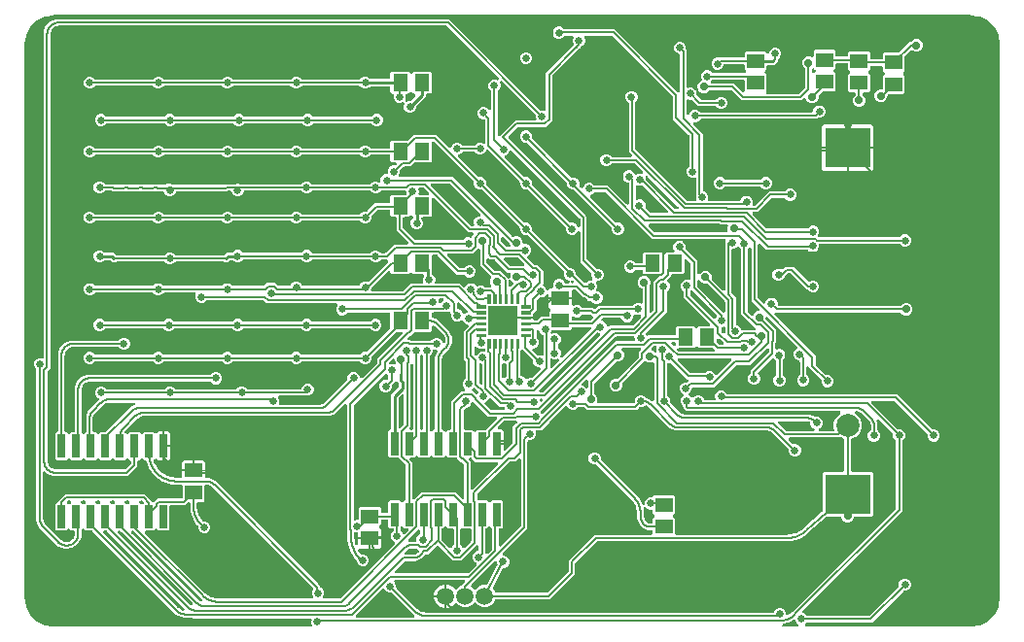
<source format=gbl>
G04 EAGLE Gerber RS-274X export*
G75*
%MOMM*%
%FSLAX34Y34*%
%LPD*%
%INBottom Copper*%
%IPPOS*%
%AMOC8*
5,1,8,0,0,1.08239X$1,22.5*%
G01*
%ADD10C,0.065000*%
%ADD11R,2.600000X2.600000*%
%ADD12R,1.300000X1.500000*%
%ADD13R,0.660400X2.032000*%
%ADD14R,1.500000X1.300000*%
%ADD15R,4.000000X3.500000*%
%ADD16C,1.500000*%
%ADD17C,0.654800*%
%ADD18C,0.152400*%
%ADD19C,2.000000*%
%ADD20C,0.704800*%
%ADD21C,0.254000*%
G36*
X253008Y3403D02*
X253425Y3688D01*
X253698Y4114D01*
X253782Y4612D01*
X253686Y5058D01*
X253183Y6273D01*
X253183Y8383D01*
X253375Y8846D01*
X253471Y9342D01*
X253367Y9837D01*
X253078Y10251D01*
X252650Y10520D01*
X252201Y10602D01*
X149671Y10602D01*
X149535Y10738D01*
X149113Y11017D01*
X148637Y11110D01*
X141688Y11110D01*
X135665Y13605D01*
X62568Y86702D01*
X62146Y86981D01*
X61670Y87074D01*
X56806Y87074D01*
X55498Y88382D01*
X55077Y88661D01*
X54580Y88754D01*
X54086Y88646D01*
X53702Y88382D01*
X53166Y87846D01*
X52887Y87425D01*
X52794Y86948D01*
X52794Y81071D01*
X50005Y75597D01*
X45035Y71986D01*
X38968Y71025D01*
X33125Y72923D01*
X16174Y89875D01*
X13706Y95832D01*
X13706Y227342D01*
X13605Y227837D01*
X13334Y228240D01*
X12360Y229214D01*
X11552Y231164D01*
X11552Y233275D01*
X12360Y235225D01*
X13853Y236718D01*
X15803Y237525D01*
X17914Y237525D01*
X18510Y237278D01*
X19006Y237182D01*
X19501Y237286D01*
X19915Y237575D01*
X20184Y238003D01*
X20266Y238452D01*
X20266Y522545D01*
X22214Y527247D01*
X25813Y530846D01*
X30515Y532794D01*
X373157Y532794D01*
X452341Y453610D01*
X452763Y453331D01*
X453239Y453238D01*
X455123Y453238D01*
X455586Y453046D01*
X456082Y452950D01*
X456577Y453054D01*
X456991Y453343D01*
X457260Y453771D01*
X457342Y454220D01*
X457342Y485946D01*
X481406Y510010D01*
X481685Y510431D01*
X481778Y510928D01*
X481681Y511394D01*
X480857Y513385D01*
X480857Y515495D01*
X481423Y516864D01*
X481520Y517360D01*
X481416Y517855D01*
X481126Y518269D01*
X480698Y518538D01*
X480250Y518620D01*
X474292Y518620D01*
X473797Y518519D01*
X473380Y518234D01*
X473373Y518222D01*
X471720Y516570D01*
X469770Y515762D01*
X467659Y515762D01*
X465709Y516570D01*
X464216Y518062D01*
X463408Y520013D01*
X463408Y522124D01*
X464216Y524074D01*
X465709Y525566D01*
X467659Y526374D01*
X469770Y526374D01*
X471720Y525566D01*
X472706Y524580D01*
X473128Y524301D01*
X473604Y524208D01*
X517243Y524208D01*
X571990Y469461D01*
X572411Y469182D01*
X572908Y469090D01*
X573402Y469198D01*
X573814Y469490D01*
X574080Y469921D01*
X574158Y470359D01*
X574158Y501424D01*
X574057Y501919D01*
X573772Y502336D01*
X573346Y502609D01*
X572991Y502675D01*
X570994Y503502D01*
X569502Y504994D01*
X568694Y506945D01*
X568694Y509056D01*
X569502Y511006D01*
X570994Y512498D01*
X572945Y513306D01*
X575056Y513306D01*
X577006Y512498D01*
X578498Y511006D01*
X579306Y509056D01*
X579306Y507171D01*
X579407Y506676D01*
X579678Y506273D01*
X579746Y506205D01*
X579746Y474232D01*
X579847Y473736D01*
X580132Y473319D01*
X580558Y473047D01*
X581056Y472962D01*
X581502Y473058D01*
X582068Y473293D01*
X584179Y473293D01*
X586129Y472485D01*
X587563Y471052D01*
X587984Y470772D01*
X588473Y470681D01*
X588259Y470335D01*
X588182Y469835D01*
X588278Y469410D01*
X588430Y469042D01*
X588430Y467158D01*
X588530Y466663D01*
X588802Y466260D01*
X591896Y463166D01*
X592317Y462887D01*
X592794Y462794D01*
X604764Y462794D01*
X605259Y462895D01*
X605662Y463166D01*
X606994Y464498D01*
X608945Y465306D01*
X611056Y465306D01*
X613006Y464498D01*
X614498Y463006D01*
X615306Y461056D01*
X615306Y458945D01*
X614498Y456994D01*
X613006Y455502D01*
X611056Y454694D01*
X608945Y454694D01*
X606994Y455502D01*
X605662Y456834D01*
X605241Y457113D01*
X604764Y457206D01*
X589953Y457206D01*
X584850Y462309D01*
X584429Y462588D01*
X583952Y462681D01*
X582068Y462681D01*
X581502Y462915D01*
X581006Y463012D01*
X580511Y462908D01*
X580097Y462618D01*
X579828Y462191D01*
X579746Y461742D01*
X579746Y451056D01*
X579847Y450560D01*
X580132Y450143D01*
X580558Y449871D01*
X581056Y449786D01*
X581548Y449902D01*
X581956Y450201D01*
X582189Y450570D01*
X582573Y451495D01*
X584065Y452987D01*
X586015Y453795D01*
X588126Y453795D01*
X590076Y452987D01*
X590898Y452166D01*
X591319Y451887D01*
X591796Y451794D01*
X688856Y451794D01*
X689351Y451895D01*
X689768Y452180D01*
X690040Y452606D01*
X690126Y453064D01*
X690126Y453487D01*
X690933Y455437D01*
X692426Y456930D01*
X694376Y457738D01*
X696487Y457738D01*
X698437Y456930D01*
X699930Y455437D01*
X700738Y453487D01*
X700738Y451376D01*
X699930Y449426D01*
X698437Y447933D01*
X696487Y447126D01*
X694603Y447126D01*
X694108Y447025D01*
X693705Y446754D01*
X693157Y446206D01*
X592717Y446206D01*
X592222Y446105D01*
X591805Y445820D01*
X591613Y445527D01*
X590076Y443991D01*
X588126Y443183D01*
X586690Y443183D01*
X586194Y443083D01*
X585777Y442797D01*
X585505Y442371D01*
X585420Y441873D01*
X585537Y441381D01*
X585792Y441015D01*
X593914Y432893D01*
X593914Y384121D01*
X594015Y383626D01*
X594300Y383209D01*
X594698Y382948D01*
X596382Y382250D01*
X597874Y380758D01*
X598682Y378808D01*
X598682Y376697D01*
X598490Y376234D01*
X598394Y375738D01*
X598498Y375243D01*
X598787Y374829D01*
X599215Y374560D01*
X599664Y374478D01*
X625735Y374478D01*
X626231Y374579D01*
X626648Y374864D01*
X626909Y375262D01*
X627502Y376694D01*
X628994Y378186D01*
X630945Y378994D01*
X633056Y378994D01*
X635006Y378186D01*
X636498Y376694D01*
X637306Y374744D01*
X637306Y372633D01*
X637114Y372170D01*
X637018Y371674D01*
X637122Y371179D01*
X637411Y370765D01*
X637839Y370496D01*
X638288Y370414D01*
X638800Y370414D01*
X639295Y370515D01*
X639698Y370786D01*
X651679Y382768D01*
X651702Y382801D01*
X651743Y382794D01*
X664764Y382794D01*
X665259Y382895D01*
X665662Y383166D01*
X666994Y384498D01*
X668945Y385306D01*
X671056Y385306D01*
X673006Y384498D01*
X674498Y383006D01*
X675306Y381056D01*
X675306Y378945D01*
X674498Y376994D01*
X673006Y375502D01*
X671056Y374694D01*
X668945Y374694D01*
X666994Y375502D01*
X665662Y376834D01*
X665241Y377113D01*
X664764Y377206D01*
X654546Y377206D01*
X654051Y377105D01*
X653648Y376834D01*
X641640Y364826D01*
X638218Y364826D01*
X637722Y364725D01*
X637305Y364440D01*
X637033Y364014D01*
X636948Y363516D01*
X637065Y363024D01*
X637320Y362658D01*
X649312Y350666D01*
X649733Y350387D01*
X650210Y350294D01*
X684764Y350294D01*
X685259Y350395D01*
X685662Y350666D01*
X686994Y351998D01*
X688945Y352806D01*
X691056Y352806D01*
X693006Y351998D01*
X694498Y350506D01*
X695306Y348556D01*
X695306Y346445D01*
X694521Y344550D01*
X694425Y344054D01*
X694529Y343559D01*
X694818Y343145D01*
X695246Y342876D01*
X695695Y342794D01*
X764764Y342794D01*
X765259Y342895D01*
X765662Y343166D01*
X766994Y344498D01*
X768945Y345306D01*
X771056Y345306D01*
X773006Y344498D01*
X774498Y343006D01*
X775306Y341056D01*
X775306Y338945D01*
X774498Y336994D01*
X773006Y335502D01*
X771056Y334694D01*
X768945Y334694D01*
X766994Y335502D01*
X765662Y336834D01*
X765241Y337113D01*
X764764Y337206D01*
X696182Y337206D01*
X695687Y337105D01*
X695270Y336820D01*
X694998Y336394D01*
X694912Y335936D01*
X694912Y334157D01*
X694105Y332206D01*
X692612Y330714D01*
X690662Y329906D01*
X688551Y329906D01*
X686601Y330714D01*
X685921Y331394D01*
X685499Y331673D01*
X685023Y331766D01*
X649533Y331766D01*
X644154Y337144D01*
X643733Y337424D01*
X643236Y337516D01*
X642742Y337408D01*
X642330Y337115D01*
X642064Y336685D01*
X641986Y336246D01*
X641986Y290241D01*
X642087Y289746D01*
X642358Y289343D01*
X646312Y285389D01*
X646733Y285110D01*
X647230Y285017D01*
X647724Y285126D01*
X648136Y285418D01*
X648383Y285801D01*
X649213Y287805D01*
X650706Y289298D01*
X652656Y290105D01*
X654767Y290105D01*
X656717Y289298D01*
X658210Y287805D01*
X659018Y285855D01*
X659018Y284064D01*
X659118Y283569D01*
X659404Y283152D01*
X659830Y282879D01*
X660288Y282794D01*
X765411Y282794D01*
X765906Y282895D01*
X766309Y283166D01*
X767853Y284710D01*
X769895Y285556D01*
X772105Y285556D01*
X774147Y284710D01*
X775710Y283147D01*
X776556Y281105D01*
X776556Y278895D01*
X775710Y276853D01*
X774147Y275290D01*
X772105Y274444D01*
X769895Y274444D01*
X767853Y275290D01*
X766309Y276834D01*
X765887Y277113D01*
X765411Y277206D01*
X657561Y277206D01*
X657066Y277105D01*
X656649Y276820D01*
X656377Y276394D01*
X656292Y275896D01*
X656408Y275404D01*
X656663Y275038D01*
X692122Y239579D01*
X692122Y232355D01*
X692223Y231860D01*
X692494Y231457D01*
X700773Y223178D01*
X701195Y222899D01*
X701671Y222806D01*
X703556Y222806D01*
X705506Y221998D01*
X706998Y220506D01*
X707806Y218556D01*
X707806Y216445D01*
X706998Y214494D01*
X705506Y213002D01*
X703556Y212194D01*
X701445Y212194D01*
X699494Y213002D01*
X698002Y214494D01*
X697194Y216445D01*
X697194Y218329D01*
X697093Y218824D01*
X696822Y219227D01*
X686216Y229833D01*
X685794Y230112D01*
X685297Y230205D01*
X684804Y230096D01*
X684391Y229804D01*
X684126Y229374D01*
X684048Y228935D01*
X684048Y223544D01*
X684148Y223049D01*
X684420Y222646D01*
X685752Y221314D01*
X686560Y219364D01*
X686560Y217253D01*
X685752Y215303D01*
X684259Y213810D01*
X682309Y213002D01*
X680198Y213002D01*
X678248Y213810D01*
X676755Y215303D01*
X675948Y217253D01*
X675948Y219364D01*
X676755Y221314D01*
X678088Y222646D01*
X678367Y223067D01*
X678460Y223544D01*
X678460Y234183D01*
X678359Y234679D01*
X678073Y235096D01*
X677647Y235368D01*
X677488Y235398D01*
X675404Y236261D01*
X673911Y237754D01*
X673103Y239704D01*
X673103Y241815D01*
X673911Y243765D01*
X675404Y245258D01*
X675866Y245449D01*
X676285Y245732D01*
X676561Y246155D01*
X676650Y246653D01*
X676537Y247146D01*
X676278Y247521D01*
X650780Y273019D01*
X650358Y273298D01*
X649861Y273391D01*
X649368Y273282D01*
X648955Y272990D01*
X648690Y272560D01*
X648612Y272121D01*
X648612Y271977D01*
X648712Y271482D01*
X648984Y271079D01*
X657668Y262395D01*
X657668Y251141D01*
X657519Y250992D01*
X657240Y250571D01*
X657147Y250094D01*
X657147Y246288D01*
X657248Y245792D01*
X657533Y245376D01*
X657959Y245103D01*
X658458Y245018D01*
X658903Y245114D01*
X659366Y245306D01*
X661477Y245306D01*
X663427Y244498D01*
X664919Y243006D01*
X665727Y241056D01*
X665727Y238945D01*
X664919Y236994D01*
X663855Y235930D01*
X663576Y235509D01*
X663483Y235032D01*
X663483Y223348D01*
X663584Y222853D01*
X663855Y222450D01*
X665187Y221118D01*
X665995Y219168D01*
X665995Y217057D01*
X665187Y215107D01*
X663695Y213614D01*
X661745Y212807D01*
X659634Y212807D01*
X657684Y213614D01*
X656191Y215107D01*
X655383Y217057D01*
X655383Y219168D01*
X656191Y221118D01*
X657523Y222450D01*
X657802Y222872D01*
X657895Y223348D01*
X657895Y234496D01*
X657795Y234991D01*
X657523Y235394D01*
X655877Y237041D01*
X655455Y237320D01*
X654959Y237412D01*
X654465Y237304D01*
X654081Y237041D01*
X642190Y225150D01*
X641911Y224728D01*
X641818Y224231D01*
X641927Y223738D01*
X642190Y223354D01*
X643135Y222409D01*
X643943Y220458D01*
X643943Y218347D01*
X643135Y216397D01*
X641642Y214905D01*
X639692Y214097D01*
X637581Y214097D01*
X635631Y214905D01*
X634138Y216397D01*
X633331Y218347D01*
X633331Y220458D01*
X634138Y222408D01*
X635471Y223741D01*
X635750Y224162D01*
X635843Y224639D01*
X635843Y226705D01*
X651187Y242049D01*
X651466Y242471D01*
X651559Y242948D01*
X651559Y244794D01*
X651458Y245290D01*
X651173Y245707D01*
X650747Y245979D01*
X650249Y246064D01*
X649757Y245947D01*
X649391Y245692D01*
X635345Y231646D01*
X623463Y231646D01*
X622967Y231545D01*
X622565Y231274D01*
X603415Y212124D01*
X585428Y212124D01*
X584933Y212023D01*
X584516Y211738D01*
X584243Y211312D01*
X584158Y210854D01*
X584158Y209933D01*
X583350Y207983D01*
X582129Y206762D01*
X581850Y206341D01*
X581757Y205844D01*
X581866Y205350D01*
X582158Y204938D01*
X582541Y204691D01*
X583006Y204498D01*
X584068Y203436D01*
X584489Y203157D01*
X584986Y203064D01*
X585480Y203173D01*
X585864Y203436D01*
X586994Y204566D01*
X588945Y205374D01*
X591056Y205374D01*
X593006Y204566D01*
X594498Y203074D01*
X595183Y201420D01*
X595466Y201001D01*
X595889Y200725D01*
X596357Y200636D01*
X603712Y200636D01*
X604208Y200737D01*
X604625Y201022D01*
X604897Y201448D01*
X604982Y201946D01*
X604886Y202392D01*
X604694Y202855D01*
X604694Y204966D01*
X605502Y206916D01*
X606994Y208408D01*
X608945Y209216D01*
X611056Y209216D01*
X613006Y208408D01*
X614498Y206916D01*
X614638Y206578D01*
X614921Y206159D01*
X615344Y205883D01*
X615811Y205794D01*
X763157Y205794D01*
X793273Y175678D01*
X793695Y175399D01*
X794171Y175306D01*
X796056Y175306D01*
X798006Y174498D01*
X799498Y173006D01*
X800306Y171056D01*
X800306Y168945D01*
X799498Y166994D01*
X798006Y165502D01*
X796056Y164694D01*
X793945Y164694D01*
X791994Y165502D01*
X790502Y166994D01*
X789694Y168945D01*
X789694Y170829D01*
X789593Y171324D01*
X789322Y171727D01*
X761215Y199834D01*
X760793Y200113D01*
X760317Y200206D01*
X741811Y200206D01*
X741316Y200105D01*
X740899Y199820D01*
X740627Y199394D01*
X740542Y198896D01*
X740658Y198404D01*
X740913Y198038D01*
X763273Y175678D01*
X763695Y175399D01*
X764171Y175306D01*
X766056Y175306D01*
X768006Y174498D01*
X769498Y173006D01*
X770306Y171056D01*
X770306Y168945D01*
X769498Y166994D01*
X768166Y165662D01*
X767887Y165241D01*
X767794Y164764D01*
X767794Y103843D01*
X681128Y17177D01*
X680849Y16755D01*
X680756Y16258D01*
X680865Y15765D01*
X681157Y15352D01*
X681540Y15105D01*
X683006Y14498D01*
X684338Y13166D01*
X684759Y12887D01*
X685236Y12794D01*
X738317Y12794D01*
X738812Y12895D01*
X739215Y13166D01*
X764322Y38273D01*
X764601Y38695D01*
X764694Y39171D01*
X764694Y41056D01*
X765502Y43006D01*
X766994Y44498D01*
X768945Y45306D01*
X771056Y45306D01*
X773006Y44498D01*
X774498Y43006D01*
X775306Y41056D01*
X775306Y38945D01*
X774498Y36994D01*
X773006Y35502D01*
X771056Y34694D01*
X769171Y34694D01*
X768676Y34593D01*
X768273Y34322D01*
X741157Y7206D01*
X685236Y7206D01*
X684741Y7105D01*
X684338Y6834D01*
X682974Y5470D01*
X682695Y5049D01*
X682602Y4552D01*
X682711Y4058D01*
X683003Y3646D01*
X683433Y3380D01*
X683872Y3302D01*
X827200Y3302D01*
X827399Y3318D01*
X834886Y4503D01*
X835263Y4626D01*
X842017Y8068D01*
X842339Y8301D01*
X847699Y13661D01*
X847932Y13983D01*
X851374Y20737D01*
X851497Y21114D01*
X852682Y28601D01*
X852698Y28800D01*
X852698Y511000D01*
X852682Y511199D01*
X851497Y518686D01*
X851374Y519063D01*
X847932Y525817D01*
X847699Y526139D01*
X842339Y531499D01*
X842017Y531732D01*
X835263Y535174D01*
X834886Y535297D01*
X827399Y536482D01*
X827200Y536498D01*
X28800Y536498D01*
X28601Y536482D01*
X21114Y535297D01*
X20737Y535174D01*
X13983Y531732D01*
X13661Y531499D01*
X8301Y526139D01*
X8068Y525817D01*
X4626Y519063D01*
X4503Y518686D01*
X3318Y511199D01*
X3302Y511000D01*
X3302Y28800D01*
X3318Y28601D01*
X4503Y21114D01*
X4626Y20737D01*
X8068Y13983D01*
X8301Y13661D01*
X13661Y8301D01*
X13983Y8068D01*
X20737Y4626D01*
X21114Y4503D01*
X28601Y3318D01*
X28800Y3302D01*
X252513Y3302D01*
X253008Y3403D01*
G37*
%LPC*%
G36*
X728895Y456444D02*
X726853Y457290D01*
X725290Y458853D01*
X724444Y460895D01*
X724444Y463105D01*
X725290Y465147D01*
X726834Y466691D01*
X727113Y467113D01*
X727206Y467589D01*
X727206Y467698D01*
X727105Y468193D01*
X726820Y468610D01*
X726394Y468883D01*
X725936Y468968D01*
X721658Y468968D01*
X720468Y470158D01*
X720468Y484842D01*
X721728Y486102D01*
X722007Y486523D01*
X722100Y487020D01*
X721992Y487514D01*
X721728Y487898D01*
X720468Y489158D01*
X720468Y493436D01*
X720367Y493931D01*
X720082Y494348D01*
X719656Y494621D01*
X719198Y494706D01*
X710802Y494706D01*
X710307Y494605D01*
X709890Y494320D01*
X709617Y493894D01*
X709532Y493436D01*
X709532Y490158D01*
X708272Y488898D01*
X707993Y488477D01*
X707900Y487980D01*
X708008Y487486D01*
X708272Y487102D01*
X709532Y485842D01*
X709532Y471158D01*
X708342Y469968D01*
X698445Y469968D01*
X697950Y469867D01*
X697547Y469596D01*
X694928Y466977D01*
X694649Y466555D01*
X694556Y466079D01*
X694556Y463895D01*
X693710Y461853D01*
X692147Y460290D01*
X690105Y459444D01*
X687895Y459444D01*
X685853Y460290D01*
X684290Y461853D01*
X683703Y463269D01*
X683421Y463688D01*
X682997Y463964D01*
X682500Y464052D01*
X682007Y463940D01*
X681632Y463681D01*
X680157Y462206D01*
X627843Y462206D01*
X619215Y470834D01*
X618793Y471113D01*
X618317Y471206D01*
X600589Y471206D01*
X600094Y471105D01*
X599691Y470834D01*
X598147Y469290D01*
X596105Y468444D01*
X593895Y468444D01*
X591853Y469290D01*
X590349Y470794D01*
X589928Y471073D01*
X589439Y471164D01*
X589653Y471511D01*
X589729Y472010D01*
X589634Y472436D01*
X589444Y472895D01*
X589444Y475105D01*
X590290Y477147D01*
X591853Y478710D01*
X592318Y478903D01*
X592738Y479186D01*
X593013Y479609D01*
X593102Y480107D01*
X593006Y480562D01*
X592373Y482089D01*
X592373Y484200D01*
X593181Y486150D01*
X594674Y487643D01*
X596624Y488450D01*
X598735Y488450D01*
X600685Y487643D01*
X602017Y486310D01*
X602439Y486031D01*
X602915Y485938D01*
X630622Y485938D01*
X631117Y486039D01*
X631534Y486325D01*
X631807Y486751D01*
X631891Y487249D01*
X631775Y487741D01*
X631520Y488106D01*
X630468Y489158D01*
X630468Y492436D01*
X630367Y492931D01*
X630082Y493348D01*
X629656Y493621D01*
X629198Y493706D01*
X613244Y493706D01*
X612749Y493605D01*
X612332Y493320D01*
X612071Y492922D01*
X611246Y490930D01*
X609753Y489437D01*
X607803Y488630D01*
X605692Y488630D01*
X603742Y489437D01*
X602249Y490930D01*
X601441Y492880D01*
X601441Y494991D01*
X602249Y496941D01*
X603742Y498434D01*
X605692Y499242D01*
X607576Y499242D01*
X607835Y499294D01*
X629198Y499294D01*
X629693Y499395D01*
X630110Y499680D01*
X630383Y500106D01*
X630468Y500564D01*
X630468Y503842D01*
X631658Y505032D01*
X648342Y505032D01*
X649649Y503725D01*
X650070Y503446D01*
X650567Y503353D01*
X651061Y503462D01*
X651473Y503754D01*
X651720Y504137D01*
X652488Y505992D01*
X653981Y507485D01*
X655931Y508293D01*
X658042Y508293D01*
X659992Y507485D01*
X661485Y505992D01*
X662293Y504042D01*
X662293Y501931D01*
X661485Y499981D01*
X660153Y498649D01*
X659873Y498227D01*
X659781Y497751D01*
X659781Y496829D01*
X659174Y496223D01*
X658895Y495801D01*
X658802Y495325D01*
X658802Y495132D01*
X656868Y493198D01*
X650802Y493198D01*
X650307Y493097D01*
X649890Y492812D01*
X649617Y492386D01*
X649532Y491928D01*
X649532Y489158D01*
X648272Y487898D01*
X647993Y487477D01*
X647900Y486980D01*
X648008Y486486D01*
X648272Y486102D01*
X649532Y484842D01*
X649532Y470158D01*
X649336Y469962D01*
X649057Y469541D01*
X648964Y469044D01*
X649072Y468550D01*
X649365Y468138D01*
X649795Y467872D01*
X650234Y467794D01*
X677317Y467794D01*
X677812Y467895D01*
X678215Y468166D01*
X682834Y472785D01*
X683113Y473207D01*
X683206Y473683D01*
X683206Y489411D01*
X683105Y489906D01*
X682834Y490309D01*
X681290Y491853D01*
X680444Y493895D01*
X680444Y496105D01*
X681290Y498147D01*
X682853Y499710D01*
X684895Y500556D01*
X687105Y500556D01*
X688712Y499890D01*
X689208Y499794D01*
X689703Y499898D01*
X690117Y500187D01*
X690386Y500615D01*
X690468Y501064D01*
X690468Y504842D01*
X691658Y506032D01*
X708342Y506032D01*
X709532Y504842D01*
X709532Y501564D01*
X709633Y501069D01*
X709918Y500652D01*
X710344Y500379D01*
X710802Y500294D01*
X719198Y500294D01*
X719693Y500395D01*
X720110Y500680D01*
X720383Y501106D01*
X720468Y501564D01*
X720468Y503842D01*
X721658Y505032D01*
X738342Y505032D01*
X739532Y503842D01*
X739532Y499210D01*
X739633Y498714D01*
X739918Y498297D01*
X740344Y498025D01*
X740802Y497940D01*
X749495Y497940D01*
X749990Y498040D01*
X750407Y498326D01*
X750679Y498752D01*
X750765Y499210D01*
X750765Y502487D01*
X751955Y503678D01*
X764351Y503678D01*
X764847Y503778D01*
X765249Y504049D01*
X773994Y512794D01*
X774411Y512794D01*
X774906Y512895D01*
X775309Y513166D01*
X776853Y514710D01*
X778895Y515556D01*
X781105Y515556D01*
X783147Y514710D01*
X784710Y513147D01*
X785556Y511105D01*
X785556Y508895D01*
X784710Y506853D01*
X783147Y505290D01*
X781105Y504444D01*
X778895Y504444D01*
X776853Y505290D01*
X776521Y505622D01*
X776099Y505901D01*
X775602Y505994D01*
X775109Y505885D01*
X774725Y505622D01*
X770201Y501098D01*
X769922Y500677D01*
X769829Y500200D01*
X769829Y487804D01*
X768568Y486544D01*
X768289Y486122D01*
X768197Y485625D01*
X768305Y485132D01*
X768568Y484747D01*
X769829Y483487D01*
X769829Y468804D01*
X768638Y467614D01*
X756242Y467614D01*
X755747Y467513D01*
X755344Y467242D01*
X754928Y466825D01*
X754649Y466404D01*
X754556Y465927D01*
X754556Y464895D01*
X753710Y462853D01*
X752147Y461290D01*
X750105Y460444D01*
X747895Y460444D01*
X745853Y461290D01*
X744290Y462853D01*
X743444Y464895D01*
X743444Y467105D01*
X744290Y469147D01*
X745853Y470710D01*
X747895Y471556D01*
X749495Y471556D01*
X749990Y471657D01*
X750407Y471942D01*
X750679Y472368D01*
X750765Y472826D01*
X750765Y483487D01*
X752025Y484747D01*
X752304Y485169D01*
X752397Y485666D01*
X752288Y486159D01*
X752025Y486544D01*
X750765Y487804D01*
X750765Y491082D01*
X750664Y491577D01*
X750378Y491994D01*
X749953Y492266D01*
X749495Y492352D01*
X740802Y492352D01*
X740307Y492251D01*
X739890Y491965D01*
X739617Y491539D01*
X739532Y491082D01*
X739532Y489158D01*
X738272Y487898D01*
X737993Y487477D01*
X737900Y486980D01*
X738008Y486486D01*
X738272Y486102D01*
X739532Y484842D01*
X739532Y470158D01*
X738342Y468968D01*
X734064Y468968D01*
X733569Y468867D01*
X733152Y468582D01*
X732879Y468156D01*
X732794Y467698D01*
X732794Y467589D01*
X732895Y467094D01*
X733166Y466691D01*
X734710Y465147D01*
X735556Y463105D01*
X735556Y460895D01*
X734710Y458853D01*
X733147Y457290D01*
X731105Y456444D01*
X728895Y456444D01*
G37*
G36*
X438945Y493578D02*
X436994Y494386D01*
X435502Y495878D01*
X434694Y497829D01*
X434694Y499940D01*
X435502Y501890D01*
X436994Y503382D01*
X438945Y504190D01*
X441056Y504190D01*
X443006Y503382D01*
X444498Y501890D01*
X445306Y499940D01*
X445306Y497829D01*
X444498Y495878D01*
X443006Y494386D01*
X441056Y493578D01*
X438945Y493578D01*
G37*
G36*
X720762Y421762D02*
X720762Y441040D01*
X741052Y441040D01*
X742540Y439552D01*
X742540Y421762D01*
X720762Y421762D01*
G37*
G36*
X697460Y421762D02*
X697460Y439552D01*
X698948Y441040D01*
X719238Y441040D01*
X719238Y421762D01*
X697460Y421762D01*
G37*
G36*
X720762Y400960D02*
X720762Y420238D01*
X742540Y420238D01*
X742540Y402448D01*
X741052Y400960D01*
X720762Y400960D01*
G37*
G36*
X698948Y400960D02*
X697460Y402448D01*
X697460Y420238D01*
X719238Y420238D01*
X719238Y400960D01*
X698948Y400960D01*
G37*
G36*
X607835Y384694D02*
X605884Y385502D01*
X604392Y386994D01*
X603584Y388945D01*
X603584Y391056D01*
X604392Y393006D01*
X605884Y394498D01*
X607835Y395306D01*
X609946Y395306D01*
X611896Y394498D01*
X613228Y393166D01*
X613649Y392887D01*
X614126Y392794D01*
X643654Y392794D01*
X644149Y392895D01*
X644552Y393166D01*
X645884Y394498D01*
X647835Y395306D01*
X649946Y395306D01*
X651896Y394498D01*
X653388Y393006D01*
X654196Y391056D01*
X654196Y388945D01*
X653388Y386994D01*
X651896Y385502D01*
X651257Y385237D01*
X650838Y384955D01*
X650815Y384920D01*
X650721Y384934D01*
X650295Y384839D01*
X649945Y384694D01*
X647835Y384694D01*
X645884Y385502D01*
X644552Y386834D01*
X644131Y387113D01*
X643654Y387206D01*
X614126Y387206D01*
X613631Y387105D01*
X613228Y386834D01*
X611896Y385502D01*
X609946Y384694D01*
X607835Y384694D01*
G37*
G36*
X688945Y294694D02*
X686994Y295502D01*
X685662Y296834D01*
X685241Y297113D01*
X684764Y297206D01*
X684743Y297206D01*
X670876Y311072D01*
X670455Y311352D01*
X669978Y311444D01*
X668318Y311444D01*
X667822Y311344D01*
X667420Y311072D01*
X665495Y309147D01*
X665219Y308735D01*
X664498Y306994D01*
X663006Y305502D01*
X661056Y304694D01*
X658945Y304694D01*
X656994Y305502D01*
X655502Y306994D01*
X654694Y308945D01*
X654694Y311056D01*
X655502Y313006D01*
X656994Y314498D01*
X658945Y315306D01*
X661055Y315306D01*
X662177Y314841D01*
X662673Y314745D01*
X663168Y314849D01*
X663561Y315117D01*
X665477Y317032D01*
X672819Y317032D01*
X685276Y304576D01*
X685697Y304296D01*
X686194Y304204D01*
X686688Y304312D01*
X686905Y304461D01*
X688945Y305306D01*
X691056Y305306D01*
X693006Y304498D01*
X694498Y303006D01*
X695306Y301056D01*
X695306Y298945D01*
X694498Y296994D01*
X693006Y295502D01*
X691056Y294694D01*
X688945Y294694D01*
G37*
%LPD*%
G36*
X690596Y486081D02*
X690962Y486336D01*
X691728Y487102D01*
X692007Y487523D01*
X692100Y488020D01*
X691992Y488514D01*
X691728Y488898D01*
X690962Y489664D01*
X690541Y489943D01*
X690044Y490036D01*
X689550Y489928D01*
X689138Y489635D01*
X688872Y489205D01*
X688794Y488766D01*
X688794Y487234D01*
X688895Y486738D01*
X689180Y486322D01*
X689606Y486049D01*
X690104Y485964D01*
X690596Y486081D01*
G37*
G36*
X629712Y469388D02*
X630124Y469680D01*
X630390Y470111D01*
X630468Y470549D01*
X630468Y479080D01*
X630367Y479576D01*
X630082Y479993D01*
X629656Y480265D01*
X629198Y480350D01*
X602915Y480350D01*
X602420Y480250D01*
X602017Y479978D01*
X601001Y478962D01*
X600722Y478541D01*
X600629Y478044D01*
X600738Y477550D01*
X601030Y477138D01*
X601460Y476872D01*
X601899Y476794D01*
X621157Y476794D01*
X628300Y469651D01*
X628721Y469372D01*
X629218Y469280D01*
X629712Y469388D01*
G37*
G36*
X91312Y140395D02*
X91715Y140666D01*
X95884Y144835D01*
X96163Y145257D01*
X96256Y145733D01*
X96256Y147272D01*
X96155Y147767D01*
X95870Y148184D01*
X95444Y148457D01*
X94986Y148542D01*
X94906Y148542D01*
X93598Y149850D01*
X93177Y150129D01*
X92680Y150222D01*
X92186Y150114D01*
X91802Y149850D01*
X90494Y148542D01*
X82206Y148542D01*
X80898Y149850D01*
X80477Y150129D01*
X79980Y150222D01*
X79486Y150114D01*
X79102Y149850D01*
X77794Y148542D01*
X69506Y148542D01*
X68198Y149850D01*
X67777Y150129D01*
X67280Y150222D01*
X66786Y150114D01*
X66402Y149850D01*
X65094Y148542D01*
X56806Y148542D01*
X55498Y149850D01*
X55077Y150129D01*
X54580Y150222D01*
X54086Y150114D01*
X53702Y149850D01*
X52394Y148542D01*
X44106Y148542D01*
X42798Y149850D01*
X42377Y150129D01*
X41880Y150222D01*
X41386Y150114D01*
X41002Y149850D01*
X39694Y148542D01*
X31406Y148542D01*
X30216Y149732D01*
X30216Y171736D01*
X31406Y172926D01*
X31486Y172926D01*
X31981Y173027D01*
X32398Y173312D01*
X32671Y173738D01*
X32756Y174196D01*
X32756Y242545D01*
X34704Y247247D01*
X38303Y250846D01*
X43005Y252794D01*
X84764Y252794D01*
X85259Y252895D01*
X85662Y253166D01*
X86994Y254498D01*
X88945Y255306D01*
X91056Y255306D01*
X93006Y254498D01*
X94498Y253006D01*
X95306Y251056D01*
X95306Y248945D01*
X94498Y246994D01*
X93006Y245502D01*
X91056Y244694D01*
X88945Y244694D01*
X86994Y245502D01*
X85662Y246834D01*
X85241Y247113D01*
X84764Y247206D01*
X45550Y247206D01*
X45221Y247163D01*
X42253Y246367D01*
X41684Y246039D01*
X39511Y243866D01*
X39183Y243297D01*
X38387Y240329D01*
X38344Y240000D01*
X38344Y174196D01*
X38445Y173701D01*
X38730Y173284D01*
X39156Y173011D01*
X39614Y172926D01*
X39694Y172926D01*
X41002Y171618D01*
X41423Y171339D01*
X41920Y171246D01*
X42414Y171354D01*
X42798Y171618D01*
X44106Y172926D01*
X45936Y172926D01*
X46431Y173027D01*
X46848Y173312D01*
X47121Y173738D01*
X47206Y174196D01*
X47206Y212545D01*
X49154Y217247D01*
X52753Y220846D01*
X57455Y222794D01*
X164764Y222794D01*
X165259Y222895D01*
X165662Y223166D01*
X166994Y224498D01*
X168945Y225306D01*
X171056Y225306D01*
X173006Y224498D01*
X174498Y223006D01*
X175306Y221056D01*
X175306Y218945D01*
X174498Y216994D01*
X173006Y215502D01*
X171056Y214694D01*
X168945Y214694D01*
X166994Y215502D01*
X165662Y216834D01*
X165241Y217113D01*
X164764Y217206D01*
X60000Y217206D01*
X59671Y217163D01*
X56703Y216367D01*
X56134Y216039D01*
X53961Y213866D01*
X53633Y213297D01*
X52837Y210329D01*
X52794Y210000D01*
X52794Y173052D01*
X52895Y172556D01*
X53166Y172154D01*
X53702Y171618D01*
X54123Y171339D01*
X54620Y171246D01*
X55114Y171354D01*
X55498Y171618D01*
X56834Y172954D01*
X57113Y173375D01*
X57206Y173852D01*
X57206Y187321D01*
X59154Y192024D01*
X67869Y200739D01*
X68148Y201160D01*
X68241Y201657D01*
X68132Y202151D01*
X67840Y202563D01*
X67457Y202810D01*
X66994Y203002D01*
X65502Y204494D01*
X64694Y206445D01*
X64694Y208556D01*
X65502Y210506D01*
X66994Y211998D01*
X68945Y212806D01*
X71056Y212806D01*
X73006Y211998D01*
X74338Y210666D01*
X74759Y210387D01*
X75236Y210294D01*
X124764Y210294D01*
X125259Y210395D01*
X125662Y210666D01*
X126994Y211998D01*
X128945Y212806D01*
X131056Y212806D01*
X133006Y211998D01*
X134338Y210666D01*
X134759Y210387D01*
X135236Y210294D01*
X187264Y210294D01*
X187759Y210395D01*
X188162Y210666D01*
X189494Y211998D01*
X191445Y212806D01*
X193556Y212806D01*
X195506Y211998D01*
X196838Y210666D01*
X197259Y210387D01*
X197736Y210294D01*
X243530Y210294D01*
X244025Y210395D01*
X244442Y210680D01*
X244703Y211078D01*
X245502Y213006D01*
X246994Y214498D01*
X248945Y215306D01*
X251056Y215306D01*
X253006Y214498D01*
X254498Y213006D01*
X255306Y211056D01*
X255306Y208945D01*
X254498Y206994D01*
X253006Y205502D01*
X251056Y204694D01*
X248723Y204694D01*
X248663Y204706D01*
X225695Y204706D01*
X225199Y204605D01*
X224782Y204320D01*
X224510Y203894D01*
X224425Y203396D01*
X224521Y202950D01*
X225306Y201055D01*
X225306Y198945D01*
X225114Y198482D01*
X225018Y197986D01*
X225122Y197491D01*
X225411Y197077D01*
X225839Y196808D01*
X226288Y196726D01*
X259790Y196726D01*
X260038Y196750D01*
X262309Y197202D01*
X262767Y197392D01*
X264693Y198679D01*
X264885Y198837D01*
X284322Y218273D01*
X284601Y218695D01*
X284694Y219171D01*
X284694Y221056D01*
X285502Y223006D01*
X286994Y224498D01*
X288945Y225306D01*
X291056Y225306D01*
X293006Y224498D01*
X294498Y223006D01*
X295380Y220876D01*
X295407Y220747D01*
X295692Y220330D01*
X296118Y220057D01*
X296616Y219973D01*
X297108Y220089D01*
X297474Y220344D01*
X310244Y233114D01*
X310523Y233535D01*
X310616Y234012D01*
X310616Y236834D01*
X332082Y258300D01*
X332361Y258721D01*
X332453Y259218D01*
X332345Y259712D01*
X332053Y260124D01*
X331622Y260390D01*
X331184Y260468D01*
X327445Y260468D01*
X326950Y260367D01*
X326547Y260096D01*
X305678Y239227D01*
X305399Y238805D01*
X305306Y238329D01*
X305306Y236445D01*
X304498Y234494D01*
X303006Y233002D01*
X301056Y232194D01*
X298945Y232194D01*
X296994Y233002D01*
X295662Y234334D01*
X295241Y234613D01*
X294764Y234706D01*
X245236Y234706D01*
X244741Y234605D01*
X244338Y234334D01*
X243006Y233002D01*
X241056Y232194D01*
X238945Y232194D01*
X236994Y233002D01*
X235662Y234334D01*
X235241Y234613D01*
X234764Y234706D01*
X185236Y234706D01*
X184741Y234605D01*
X184338Y234334D01*
X183006Y233002D01*
X181056Y232194D01*
X178945Y232194D01*
X176994Y233002D01*
X175662Y234334D01*
X175241Y234613D01*
X174764Y234706D01*
X125236Y234706D01*
X124741Y234605D01*
X124338Y234334D01*
X123006Y233002D01*
X121056Y232194D01*
X118945Y232194D01*
X116994Y233002D01*
X115662Y234334D01*
X115241Y234613D01*
X114764Y234706D01*
X65236Y234706D01*
X64741Y234605D01*
X64338Y234334D01*
X63006Y233002D01*
X61056Y232194D01*
X58945Y232194D01*
X56994Y233002D01*
X55502Y234494D01*
X54694Y236445D01*
X54694Y238556D01*
X55502Y240506D01*
X56994Y241998D01*
X58945Y242806D01*
X61056Y242806D01*
X63006Y241998D01*
X64338Y240666D01*
X64759Y240387D01*
X65236Y240294D01*
X114764Y240294D01*
X115259Y240395D01*
X115662Y240666D01*
X116994Y241998D01*
X118945Y242806D01*
X121056Y242806D01*
X123006Y241998D01*
X124338Y240666D01*
X124759Y240387D01*
X125236Y240294D01*
X174764Y240294D01*
X175259Y240395D01*
X175662Y240666D01*
X176994Y241998D01*
X178945Y242806D01*
X181056Y242806D01*
X183006Y241998D01*
X184338Y240666D01*
X184759Y240387D01*
X185236Y240294D01*
X234764Y240294D01*
X235259Y240395D01*
X235662Y240666D01*
X236994Y241998D01*
X238945Y242806D01*
X241056Y242806D01*
X243006Y241998D01*
X244338Y240666D01*
X244759Y240387D01*
X245236Y240294D01*
X294764Y240294D01*
X295259Y240395D01*
X295662Y240666D01*
X296994Y241998D01*
X298945Y242806D01*
X300829Y242806D01*
X301324Y242907D01*
X301727Y243178D01*
X321596Y263047D01*
X321875Y263469D01*
X321968Y263945D01*
X321968Y275936D01*
X321867Y276431D01*
X321582Y276848D01*
X321156Y277121D01*
X320698Y277206D01*
X285236Y277206D01*
X284741Y277105D01*
X284338Y276834D01*
X283006Y275502D01*
X281056Y274694D01*
X278945Y274694D01*
X276994Y275502D01*
X275502Y276994D01*
X274694Y278945D01*
X274694Y281056D01*
X275522Y283054D01*
X275745Y283391D01*
X275838Y283888D01*
X275730Y284382D01*
X275437Y284794D01*
X275007Y285060D01*
X274568Y285138D01*
X214329Y285138D01*
X211727Y287740D01*
X211306Y288019D01*
X210829Y288112D01*
X162736Y288112D01*
X162241Y288011D01*
X161838Y287740D01*
X160506Y286408D01*
X158556Y285600D01*
X156445Y285600D01*
X154494Y286408D01*
X153002Y287900D01*
X152194Y289851D01*
X152194Y291961D01*
X152603Y292950D01*
X152700Y293446D01*
X152596Y293941D01*
X152306Y294355D01*
X151879Y294624D01*
X151430Y294706D01*
X125236Y294706D01*
X124741Y294605D01*
X124338Y294334D01*
X123006Y293002D01*
X121056Y292194D01*
X118945Y292194D01*
X116994Y293002D01*
X115662Y294334D01*
X115241Y294613D01*
X114764Y294706D01*
X65236Y294706D01*
X64741Y294605D01*
X64338Y294334D01*
X63006Y293002D01*
X61056Y292194D01*
X58945Y292194D01*
X56994Y293002D01*
X55502Y294494D01*
X54694Y296445D01*
X54694Y298556D01*
X55502Y300506D01*
X56994Y301998D01*
X58945Y302806D01*
X61056Y302806D01*
X63006Y301998D01*
X64338Y300666D01*
X64759Y300387D01*
X65236Y300294D01*
X114764Y300294D01*
X115259Y300395D01*
X115662Y300666D01*
X116994Y301998D01*
X118945Y302806D01*
X121056Y302806D01*
X123006Y301998D01*
X124338Y300666D01*
X124759Y300387D01*
X125236Y300294D01*
X174764Y300294D01*
X175259Y300395D01*
X175662Y300666D01*
X176994Y301998D01*
X178945Y302806D01*
X181056Y302806D01*
X183006Y301998D01*
X184338Y300666D01*
X184759Y300387D01*
X185236Y300294D01*
X211235Y300294D01*
X211730Y300395D01*
X212133Y300666D01*
X214329Y302862D01*
X221671Y302862D01*
X223867Y300666D01*
X224288Y300387D01*
X224765Y300294D01*
X233916Y300294D01*
X234411Y300395D01*
X234828Y300680D01*
X235089Y301078D01*
X235502Y302074D01*
X236994Y303566D01*
X238945Y304374D01*
X241056Y304374D01*
X243006Y303566D01*
X244498Y302074D01*
X244911Y301078D01*
X245193Y300659D01*
X245617Y300383D01*
X246084Y300294D01*
X293916Y300294D01*
X294411Y300395D01*
X294828Y300680D01*
X295089Y301078D01*
X295502Y302074D01*
X296994Y303566D01*
X298945Y304374D01*
X301055Y304374D01*
X301592Y304152D01*
X302088Y304055D01*
X302582Y304160D01*
X302976Y304427D01*
X319781Y321232D01*
X320060Y321653D01*
X320152Y322150D01*
X320044Y322644D01*
X319751Y323056D01*
X319321Y323322D01*
X318882Y323400D01*
X314236Y323400D01*
X313741Y323299D01*
X313338Y323028D01*
X312006Y321696D01*
X310056Y320888D01*
X307945Y320888D01*
X305994Y321696D01*
X304662Y323028D01*
X304241Y323307D01*
X303764Y323400D01*
X254124Y323400D01*
X253628Y323299D01*
X253226Y323028D01*
X252006Y321808D01*
X250056Y321000D01*
X247945Y321000D01*
X245994Y321808D01*
X244662Y323140D01*
X244241Y323419D01*
X243764Y323512D01*
X194236Y323512D01*
X193741Y323412D01*
X193338Y323140D01*
X192006Y321808D01*
X190056Y321000D01*
X187945Y321000D01*
X185994Y321808D01*
X185170Y322632D01*
X184749Y322911D01*
X184272Y323004D01*
X182813Y323004D01*
X182318Y322904D01*
X181915Y322632D01*
X180277Y320994D01*
X177542Y320994D01*
X177406Y321130D01*
X176984Y321409D01*
X176508Y321502D01*
X135239Y321502D01*
X134744Y321401D01*
X134341Y321130D01*
X133009Y319798D01*
X131059Y318990D01*
X128948Y318990D01*
X126997Y319798D01*
X125665Y321130D01*
X125244Y321409D01*
X124767Y321502D01*
X83492Y321502D01*
X82997Y321401D01*
X82594Y321130D01*
X82458Y320994D01*
X79723Y320994D01*
X78197Y322520D01*
X77776Y322799D01*
X77299Y322892D01*
X73728Y322892D01*
X73233Y322791D01*
X72830Y322520D01*
X72006Y321696D01*
X70056Y320888D01*
X67945Y320888D01*
X65994Y321696D01*
X64502Y323188D01*
X63694Y325138D01*
X63694Y327249D01*
X64502Y329199D01*
X65994Y330692D01*
X67945Y331500D01*
X70056Y331500D01*
X72006Y330692D01*
X72830Y329868D01*
X73251Y329589D01*
X73728Y329496D01*
X80561Y329496D01*
X82594Y327462D01*
X83016Y327183D01*
X83492Y327090D01*
X124767Y327090D01*
X125263Y327191D01*
X125665Y327462D01*
X126997Y328794D01*
X128948Y329602D01*
X131059Y329602D01*
X133009Y328794D01*
X134341Y327462D01*
X134762Y327183D01*
X135239Y327090D01*
X176508Y327090D01*
X177003Y327191D01*
X177406Y327462D01*
X179552Y329608D01*
X184272Y329608D01*
X184767Y329709D01*
X185170Y329980D01*
X185994Y330804D01*
X187945Y331612D01*
X190056Y331612D01*
X192006Y330804D01*
X193338Y329472D01*
X193759Y329193D01*
X194236Y329100D01*
X243764Y329100D01*
X244259Y329201D01*
X244662Y329472D01*
X245994Y330804D01*
X247945Y331612D01*
X250056Y331612D01*
X252006Y330804D01*
X253450Y329360D01*
X253872Y329081D01*
X254348Y328988D01*
X303764Y328988D01*
X304259Y329088D01*
X304662Y329360D01*
X305994Y330692D01*
X307945Y331500D01*
X310056Y331500D01*
X312006Y330692D01*
X313338Y329360D01*
X313759Y329081D01*
X314236Y328988D01*
X317059Y328988D01*
X317555Y329088D01*
X317957Y329360D01*
X325241Y336644D01*
X336339Y336644D01*
X336834Y336745D01*
X337251Y337030D01*
X337523Y337456D01*
X337608Y337954D01*
X337492Y338446D01*
X337237Y338812D01*
X327206Y348843D01*
X327206Y359198D01*
X327105Y359693D01*
X326820Y360110D01*
X326394Y360383D01*
X325936Y360468D01*
X323158Y360468D01*
X321968Y361658D01*
X321968Y365436D01*
X321867Y365931D01*
X321582Y366348D01*
X321156Y366621D01*
X320698Y366706D01*
X311183Y366706D01*
X310688Y366605D01*
X310285Y366334D01*
X305678Y361727D01*
X305399Y361305D01*
X305306Y360829D01*
X305306Y358945D01*
X304498Y356994D01*
X303006Y355502D01*
X301056Y354694D01*
X298945Y354694D01*
X296994Y355502D01*
X295662Y356834D01*
X295241Y357113D01*
X294764Y357206D01*
X245236Y357206D01*
X244741Y357105D01*
X244338Y356834D01*
X243006Y355502D01*
X241056Y354694D01*
X238945Y354694D01*
X236994Y355502D01*
X235662Y356834D01*
X235241Y357113D01*
X234764Y357206D01*
X185236Y357206D01*
X184741Y357105D01*
X184338Y356834D01*
X183006Y355502D01*
X181056Y354694D01*
X178945Y354694D01*
X176994Y355502D01*
X175662Y356834D01*
X175241Y357113D01*
X174764Y357206D01*
X125236Y357206D01*
X124741Y357105D01*
X124338Y356834D01*
X123006Y355502D01*
X121056Y354694D01*
X118945Y354694D01*
X116994Y355502D01*
X115662Y356834D01*
X115241Y357113D01*
X114764Y357206D01*
X65236Y357206D01*
X64741Y357105D01*
X64338Y356834D01*
X63006Y355502D01*
X61056Y354694D01*
X58945Y354694D01*
X56994Y355502D01*
X55502Y356994D01*
X54694Y358945D01*
X54694Y361056D01*
X55502Y363006D01*
X56994Y364498D01*
X58945Y365306D01*
X61056Y365306D01*
X63006Y364498D01*
X64338Y363166D01*
X64759Y362887D01*
X65236Y362794D01*
X114764Y362794D01*
X115259Y362895D01*
X115662Y363166D01*
X116994Y364498D01*
X118945Y365306D01*
X121056Y365306D01*
X123006Y364498D01*
X124338Y363166D01*
X124759Y362887D01*
X125236Y362794D01*
X174764Y362794D01*
X175259Y362895D01*
X175662Y363166D01*
X176994Y364498D01*
X178945Y365306D01*
X181056Y365306D01*
X183006Y364498D01*
X184338Y363166D01*
X184759Y362887D01*
X185236Y362794D01*
X234764Y362794D01*
X235259Y362895D01*
X235662Y363166D01*
X236994Y364498D01*
X238945Y365306D01*
X241056Y365306D01*
X243006Y364498D01*
X244338Y363166D01*
X244759Y362887D01*
X245236Y362794D01*
X294764Y362794D01*
X295259Y362895D01*
X295662Y363166D01*
X296994Y364498D01*
X298945Y365306D01*
X300829Y365306D01*
X301324Y365407D01*
X301727Y365678D01*
X308343Y372294D01*
X320698Y372294D01*
X321193Y372395D01*
X321610Y372680D01*
X321883Y373106D01*
X321968Y373564D01*
X321968Y378342D01*
X323158Y379532D01*
X335061Y379532D01*
X335556Y379633D01*
X335973Y379918D01*
X336245Y380344D01*
X336330Y380842D01*
X336234Y381288D01*
X336042Y381751D01*
X336042Y382130D01*
X335942Y382625D01*
X335656Y383042D01*
X335230Y383314D01*
X334772Y383400D01*
X314236Y383400D01*
X313741Y383299D01*
X313338Y383028D01*
X312006Y381696D01*
X310056Y380888D01*
X307945Y380888D01*
X305994Y381696D01*
X304662Y383028D01*
X304241Y383307D01*
X303764Y383400D01*
X254236Y383400D01*
X253741Y383299D01*
X253338Y383028D01*
X252006Y381696D01*
X250056Y380888D01*
X247945Y380888D01*
X245994Y381696D01*
X244662Y383028D01*
X244241Y383307D01*
X243764Y383400D01*
X195426Y383400D01*
X194931Y383299D01*
X194514Y383013D01*
X194253Y382616D01*
X193498Y380794D01*
X192006Y379302D01*
X190056Y378494D01*
X187945Y378494D01*
X185994Y379302D01*
X184502Y380794D01*
X183747Y382616D01*
X183465Y383035D01*
X183041Y383311D01*
X182574Y383400D01*
X181023Y383400D01*
X180527Y383299D01*
X180125Y383028D01*
X180067Y382970D01*
X136248Y382970D01*
X135753Y382869D01*
X135336Y382584D01*
X135075Y382186D01*
X134498Y380794D01*
X133006Y379302D01*
X131056Y378494D01*
X128945Y378494D01*
X126994Y379302D01*
X125502Y380794D01*
X124925Y382186D01*
X124643Y382605D01*
X124219Y382881D01*
X123752Y382970D01*
X117949Y382970D01*
X117777Y383084D01*
X117280Y383177D01*
X116786Y383069D01*
X116642Y382970D01*
X105249Y382970D01*
X105077Y383084D01*
X104580Y383177D01*
X104086Y383069D01*
X103942Y382970D01*
X92549Y382970D01*
X92377Y383084D01*
X91880Y383177D01*
X91386Y383069D01*
X91242Y382970D01*
X79933Y382970D01*
X79876Y383028D01*
X79454Y383307D01*
X78977Y383400D01*
X74236Y383400D01*
X73741Y383299D01*
X73338Y383028D01*
X72006Y381696D01*
X70056Y380888D01*
X67945Y380888D01*
X65994Y381696D01*
X64502Y383188D01*
X63694Y385138D01*
X63694Y387249D01*
X64502Y389199D01*
X65994Y390692D01*
X67945Y391500D01*
X70056Y391500D01*
X72006Y390692D01*
X73338Y389360D01*
X73759Y389081D01*
X74236Y388988D01*
X81818Y388988D01*
X81876Y388930D01*
X82297Y388651D01*
X82774Y388558D01*
X88326Y388558D01*
X88821Y388659D01*
X89224Y388930D01*
X89282Y388988D01*
X94518Y388988D01*
X94576Y388930D01*
X94997Y388651D01*
X95474Y388558D01*
X101026Y388558D01*
X101521Y388659D01*
X101924Y388930D01*
X101982Y388988D01*
X107218Y388988D01*
X107276Y388930D01*
X107697Y388651D01*
X108174Y388558D01*
X113726Y388558D01*
X114221Y388659D01*
X114624Y388930D01*
X114682Y388988D01*
X119918Y388988D01*
X119976Y388930D01*
X120397Y388651D01*
X120874Y388558D01*
X125708Y388558D01*
X126203Y388659D01*
X126606Y388930D01*
X127171Y389496D01*
X130368Y389496D01*
X130386Y389478D01*
X130807Y389199D01*
X130853Y389190D01*
X131107Y389085D01*
X131593Y388988D01*
X132618Y388988D01*
X132676Y388930D01*
X133097Y388651D01*
X133574Y388558D01*
X177226Y388558D01*
X177721Y388659D01*
X178124Y388930D01*
X178182Y388988D01*
X186598Y388988D01*
X187094Y389088D01*
X187496Y389360D01*
X187632Y389496D01*
X190368Y389496D01*
X190504Y389360D01*
X190925Y389081D01*
X191402Y388988D01*
X243764Y388988D01*
X244259Y389088D01*
X244662Y389360D01*
X245994Y390692D01*
X247945Y391500D01*
X250056Y391500D01*
X252006Y390692D01*
X253338Y389360D01*
X253759Y389081D01*
X254236Y388988D01*
X303764Y388988D01*
X304259Y389088D01*
X304662Y389360D01*
X305994Y390692D01*
X307945Y391500D01*
X310056Y391500D01*
X311736Y390804D01*
X312232Y390707D01*
X312727Y390812D01*
X313141Y391101D01*
X313410Y391529D01*
X313492Y391977D01*
X313492Y393556D01*
X314300Y395506D01*
X315792Y396998D01*
X317743Y397806D01*
X318424Y397806D01*
X318919Y397907D01*
X319336Y398192D01*
X319609Y398618D01*
X319694Y399076D01*
X319694Y401056D01*
X320502Y403006D01*
X321994Y404498D01*
X323945Y405306D01*
X325829Y405306D01*
X326324Y405407D01*
X326727Y405678D01*
X326849Y405800D01*
X327128Y406221D01*
X327220Y406718D01*
X327112Y407212D01*
X326820Y407624D01*
X326390Y407890D01*
X325951Y407968D01*
X323158Y407968D01*
X321968Y409158D01*
X321968Y413436D01*
X321867Y413931D01*
X321582Y414348D01*
X321156Y414621D01*
X320698Y414706D01*
X305236Y414706D01*
X304741Y414605D01*
X304338Y414334D01*
X303006Y413002D01*
X301056Y412194D01*
X298945Y412194D01*
X296994Y413002D01*
X295662Y414334D01*
X295241Y414613D01*
X294764Y414706D01*
X245236Y414706D01*
X244741Y414605D01*
X244338Y414334D01*
X243006Y413002D01*
X241056Y412194D01*
X238945Y412194D01*
X236994Y413002D01*
X235662Y414334D01*
X235241Y414613D01*
X234764Y414706D01*
X185236Y414706D01*
X184741Y414605D01*
X184338Y414334D01*
X183006Y413002D01*
X181056Y412194D01*
X178945Y412194D01*
X176994Y413002D01*
X175662Y414334D01*
X175241Y414613D01*
X174764Y414706D01*
X125236Y414706D01*
X124741Y414605D01*
X124338Y414334D01*
X123006Y413002D01*
X121056Y412194D01*
X118945Y412194D01*
X116994Y413002D01*
X115662Y414334D01*
X115241Y414613D01*
X114764Y414706D01*
X65236Y414706D01*
X64741Y414605D01*
X64338Y414334D01*
X63006Y413002D01*
X61056Y412194D01*
X58945Y412194D01*
X56994Y413002D01*
X55502Y414494D01*
X54694Y416445D01*
X54694Y418556D01*
X55502Y420506D01*
X56994Y421998D01*
X58945Y422806D01*
X61056Y422806D01*
X63006Y421998D01*
X64338Y420666D01*
X64759Y420387D01*
X65236Y420294D01*
X114764Y420294D01*
X115259Y420395D01*
X115662Y420666D01*
X116994Y421998D01*
X118945Y422806D01*
X121056Y422806D01*
X123006Y421998D01*
X124338Y420666D01*
X124759Y420387D01*
X125236Y420294D01*
X174764Y420294D01*
X175259Y420395D01*
X175662Y420666D01*
X176994Y421998D01*
X178945Y422806D01*
X181056Y422806D01*
X183006Y421998D01*
X184338Y420666D01*
X184759Y420387D01*
X185236Y420294D01*
X234764Y420294D01*
X235259Y420395D01*
X235662Y420666D01*
X236994Y421998D01*
X238945Y422806D01*
X241056Y422806D01*
X243006Y421998D01*
X244338Y420666D01*
X244759Y420387D01*
X245236Y420294D01*
X294764Y420294D01*
X295259Y420395D01*
X295662Y420666D01*
X296994Y421998D01*
X298945Y422806D01*
X301056Y422806D01*
X303006Y421998D01*
X304338Y420666D01*
X304759Y420387D01*
X305236Y420294D01*
X320698Y420294D01*
X321193Y420395D01*
X321610Y420680D01*
X321883Y421106D01*
X321968Y421564D01*
X321968Y425842D01*
X323158Y427032D01*
X336603Y427032D01*
X337099Y427133D01*
X337501Y427404D01*
X342177Y432080D01*
X361871Y432080D01*
X372823Y421128D01*
X373245Y420849D01*
X373742Y420756D01*
X374235Y420865D01*
X374648Y421157D01*
X374895Y421540D01*
X375502Y423006D01*
X376994Y424498D01*
X378945Y425306D01*
X381056Y425306D01*
X383006Y424498D01*
X384338Y423166D01*
X384759Y422887D01*
X385236Y422794D01*
X394764Y422794D01*
X395259Y422895D01*
X395662Y423166D01*
X396994Y424498D01*
X398945Y425306D01*
X401055Y425306D01*
X402950Y424521D01*
X403446Y424425D01*
X403941Y424529D01*
X404355Y424818D01*
X404624Y425246D01*
X404706Y425695D01*
X404706Y444424D01*
X404605Y444919D01*
X404320Y445336D01*
X403894Y445609D01*
X403436Y445694D01*
X401885Y445694D01*
X399934Y446502D01*
X398442Y447994D01*
X397634Y449945D01*
X397634Y452056D01*
X398442Y454006D01*
X399934Y455498D01*
X401885Y456306D01*
X403996Y456306D01*
X405946Y455498D01*
X407538Y453906D01*
X407959Y453627D01*
X408456Y453534D01*
X408950Y453643D01*
X409362Y453935D01*
X409628Y454365D01*
X409706Y454804D01*
X409706Y469764D01*
X409605Y470259D01*
X409334Y470662D01*
X408002Y471994D01*
X407194Y473945D01*
X407194Y476056D01*
X408002Y478006D01*
X409494Y479498D01*
X411445Y480306D01*
X413555Y480306D01*
X414805Y479789D01*
X415301Y479692D01*
X415795Y479796D01*
X416210Y480086D01*
X416479Y480514D01*
X416560Y481012D01*
X416440Y481503D01*
X416189Y481860D01*
X371215Y526834D01*
X370793Y527113D01*
X370317Y527206D01*
X33060Y527206D01*
X32731Y527163D01*
X29763Y526367D01*
X29194Y526039D01*
X27021Y523866D01*
X26693Y523297D01*
X25897Y520329D01*
X25854Y520000D01*
X25854Y228683D01*
X23714Y226543D01*
X23435Y226121D01*
X23342Y225645D01*
X23342Y147500D01*
X23385Y147171D01*
X24181Y144203D01*
X24509Y143634D01*
X26682Y141461D01*
X27251Y141133D01*
X30219Y140337D01*
X30548Y140294D01*
X90817Y140294D01*
X91312Y140395D01*
G37*
%LPC*%
G36*
X337945Y451134D02*
X335994Y451942D01*
X334502Y453434D01*
X333694Y455385D01*
X333694Y457496D01*
X334166Y458636D01*
X334263Y459132D01*
X334159Y459627D01*
X333869Y460041D01*
X333441Y460310D01*
X332943Y460391D01*
X332507Y460295D01*
X331056Y459694D01*
X328945Y459694D01*
X326994Y460502D01*
X325502Y461994D01*
X324694Y463945D01*
X324694Y466055D01*
X324759Y466212D01*
X324856Y466708D01*
X324751Y467203D01*
X324462Y467617D01*
X324034Y467886D01*
X323586Y467968D01*
X323158Y467968D01*
X321968Y469158D01*
X321968Y472928D01*
X321867Y473423D01*
X321582Y473840D01*
X321156Y474113D01*
X320698Y474198D01*
X304728Y474198D01*
X304233Y474097D01*
X303830Y473826D01*
X303006Y473002D01*
X301056Y472194D01*
X298945Y472194D01*
X296994Y473002D01*
X295662Y474334D01*
X295241Y474613D01*
X294764Y474706D01*
X245236Y474706D01*
X244741Y474605D01*
X244338Y474334D01*
X243006Y473002D01*
X241056Y472194D01*
X238945Y472194D01*
X236994Y473002D01*
X235662Y474334D01*
X235241Y474613D01*
X234764Y474706D01*
X185236Y474706D01*
X184741Y474605D01*
X184338Y474334D01*
X183006Y473002D01*
X181056Y472194D01*
X178945Y472194D01*
X176994Y473002D01*
X175662Y474334D01*
X175241Y474613D01*
X174764Y474706D01*
X125236Y474706D01*
X124741Y474605D01*
X124338Y474334D01*
X123006Y473002D01*
X121056Y472194D01*
X118945Y472194D01*
X116994Y473002D01*
X115662Y474334D01*
X115241Y474613D01*
X114764Y474706D01*
X65236Y474706D01*
X64741Y474605D01*
X64338Y474334D01*
X63006Y473002D01*
X61056Y472194D01*
X58945Y472194D01*
X56994Y473002D01*
X55502Y474494D01*
X54694Y476445D01*
X54694Y478556D01*
X55502Y480506D01*
X56994Y481998D01*
X58945Y482806D01*
X61056Y482806D01*
X63006Y481998D01*
X64338Y480666D01*
X64759Y480387D01*
X65236Y480294D01*
X114764Y480294D01*
X115259Y480395D01*
X115662Y480666D01*
X116994Y481998D01*
X118945Y482806D01*
X121056Y482806D01*
X123006Y481998D01*
X124338Y480666D01*
X124759Y480387D01*
X125236Y480294D01*
X174764Y480294D01*
X175259Y480395D01*
X175662Y480666D01*
X176994Y481998D01*
X178945Y482806D01*
X181056Y482806D01*
X183006Y481998D01*
X184338Y480666D01*
X184759Y480387D01*
X185236Y480294D01*
X234764Y480294D01*
X235259Y480395D01*
X235662Y480666D01*
X236994Y481998D01*
X238945Y482806D01*
X241056Y482806D01*
X243006Y481998D01*
X244338Y480666D01*
X244759Y480387D01*
X245236Y480294D01*
X294764Y480294D01*
X295259Y480395D01*
X295662Y480666D01*
X296994Y481998D01*
X298945Y482806D01*
X301056Y482806D01*
X303006Y481998D01*
X303830Y481174D01*
X304251Y480895D01*
X304728Y480802D01*
X320698Y480802D01*
X321193Y480903D01*
X321610Y481188D01*
X321883Y481614D01*
X321968Y482072D01*
X321968Y485842D01*
X323158Y487032D01*
X337842Y487032D01*
X339102Y485772D01*
X339523Y485493D01*
X340020Y485400D01*
X340514Y485508D01*
X340898Y485772D01*
X342158Y487032D01*
X356842Y487032D01*
X358032Y485842D01*
X358032Y469158D01*
X356842Y467968D01*
X354072Y467968D01*
X353577Y467867D01*
X353160Y467582D01*
X352887Y467156D01*
X352802Y466698D01*
X352802Y465632D01*
X344678Y457508D01*
X344399Y457087D01*
X344306Y456610D01*
X344306Y455385D01*
X343498Y453434D01*
X342006Y451942D01*
X340056Y451134D01*
X337945Y451134D01*
G37*
G36*
X68945Y439694D02*
X66994Y440502D01*
X65502Y441994D01*
X64694Y443945D01*
X64694Y446056D01*
X65502Y448006D01*
X66994Y449498D01*
X68945Y450306D01*
X71056Y450306D01*
X73006Y449498D01*
X74338Y448166D01*
X74759Y447887D01*
X75236Y447794D01*
X124764Y447794D01*
X125259Y447895D01*
X125662Y448166D01*
X126994Y449498D01*
X128945Y450306D01*
X131056Y450306D01*
X133006Y449498D01*
X134338Y448166D01*
X134759Y447887D01*
X135236Y447794D01*
X184764Y447794D01*
X185259Y447895D01*
X185662Y448166D01*
X186994Y449498D01*
X188945Y450306D01*
X191056Y450306D01*
X193006Y449498D01*
X194338Y448166D01*
X194759Y447887D01*
X195236Y447794D01*
X244764Y447794D01*
X245259Y447895D01*
X245662Y448166D01*
X246994Y449498D01*
X248945Y450306D01*
X251056Y450306D01*
X253006Y449498D01*
X254338Y448166D01*
X254759Y447887D01*
X255236Y447794D01*
X304764Y447794D01*
X305259Y447895D01*
X305662Y448166D01*
X306994Y449498D01*
X308945Y450306D01*
X311056Y450306D01*
X313006Y449498D01*
X314498Y448006D01*
X315306Y446056D01*
X315306Y443945D01*
X314498Y441994D01*
X313006Y440502D01*
X311056Y439694D01*
X308945Y439694D01*
X306994Y440502D01*
X305662Y441834D01*
X305241Y442113D01*
X304764Y442206D01*
X255236Y442206D01*
X254741Y442105D01*
X254338Y441834D01*
X253006Y440502D01*
X251056Y439694D01*
X248945Y439694D01*
X246994Y440502D01*
X245662Y441834D01*
X245241Y442113D01*
X244764Y442206D01*
X195236Y442206D01*
X194741Y442105D01*
X194338Y441834D01*
X193006Y440502D01*
X191056Y439694D01*
X188945Y439694D01*
X186994Y440502D01*
X185662Y441834D01*
X185241Y442113D01*
X184764Y442206D01*
X135236Y442206D01*
X134741Y442105D01*
X134338Y441834D01*
X133006Y440502D01*
X131056Y439694D01*
X128945Y439694D01*
X126994Y440502D01*
X125662Y441834D01*
X125241Y442113D01*
X124764Y442206D01*
X75236Y442206D01*
X74741Y442105D01*
X74338Y441834D01*
X73006Y440502D01*
X71056Y439694D01*
X68945Y439694D01*
G37*
G36*
X67945Y260888D02*
X65994Y261696D01*
X64502Y263188D01*
X63694Y265138D01*
X63694Y267249D01*
X64502Y269199D01*
X65994Y270692D01*
X67945Y271500D01*
X70056Y271500D01*
X72006Y270692D01*
X73338Y269360D01*
X73759Y269081D01*
X74236Y268988D01*
X123764Y268988D01*
X124259Y269088D01*
X124662Y269360D01*
X125994Y270692D01*
X127945Y271500D01*
X130056Y271500D01*
X132006Y270692D01*
X133226Y269472D01*
X133647Y269193D01*
X134124Y269100D01*
X183764Y269100D01*
X184259Y269201D01*
X184662Y269472D01*
X185994Y270804D01*
X187945Y271612D01*
X190056Y271612D01*
X192006Y270804D01*
X193338Y269472D01*
X193759Y269193D01*
X194236Y269100D01*
X243764Y269100D01*
X244259Y269201D01*
X244662Y269472D01*
X245994Y270804D01*
X247945Y271612D01*
X250056Y271612D01*
X252006Y270804D01*
X253338Y269472D01*
X253759Y269193D01*
X254236Y269100D01*
X303876Y269100D01*
X304372Y269201D01*
X304774Y269472D01*
X305994Y270692D01*
X307945Y271500D01*
X310056Y271500D01*
X312006Y270692D01*
X313498Y269199D01*
X314306Y267249D01*
X314306Y265138D01*
X313498Y263188D01*
X312006Y261696D01*
X310056Y260888D01*
X307945Y260888D01*
X305994Y261696D01*
X304550Y263140D01*
X304128Y263419D01*
X303652Y263512D01*
X254236Y263512D01*
X253741Y263412D01*
X253338Y263140D01*
X252006Y261808D01*
X250056Y261000D01*
X247945Y261000D01*
X245994Y261808D01*
X244662Y263140D01*
X244241Y263419D01*
X243764Y263512D01*
X194236Y263512D01*
X193741Y263412D01*
X193338Y263140D01*
X192006Y261808D01*
X190056Y261000D01*
X187945Y261000D01*
X185994Y261808D01*
X184662Y263140D01*
X184241Y263419D01*
X183764Y263512D01*
X134348Y263512D01*
X133853Y263412D01*
X133450Y263140D01*
X132006Y261696D01*
X130056Y260888D01*
X127945Y260888D01*
X125994Y261696D01*
X124662Y263028D01*
X124241Y263307D01*
X123764Y263400D01*
X74236Y263400D01*
X73741Y263299D01*
X73338Y263028D01*
X72006Y261696D01*
X70056Y260888D01*
X67945Y260888D01*
G37*
%LPD*%
G36*
X336493Y461145D02*
X337945Y461746D01*
X339050Y461746D01*
X339546Y461847D01*
X339948Y462118D01*
X343630Y465800D01*
X343909Y466221D01*
X344002Y466718D01*
X343894Y467212D01*
X343601Y467624D01*
X343171Y467890D01*
X342732Y467968D01*
X342158Y467968D01*
X340898Y469228D01*
X340477Y469507D01*
X339980Y469600D01*
X339486Y469492D01*
X339102Y469228D01*
X337842Y467968D01*
X336414Y467968D01*
X335919Y467867D01*
X335502Y467582D01*
X335230Y467156D01*
X335145Y466658D01*
X335241Y466212D01*
X335306Y466055D01*
X335306Y463945D01*
X334834Y462804D01*
X334737Y462308D01*
X334841Y461813D01*
X335131Y461399D01*
X335559Y461130D01*
X336058Y461049D01*
X336493Y461145D01*
G37*
G36*
X532739Y283229D02*
X533142Y283500D01*
X534474Y284832D01*
X536424Y285640D01*
X538535Y285640D01*
X539942Y285057D01*
X540438Y284961D01*
X540933Y285065D01*
X541347Y285354D01*
X541616Y285782D01*
X541698Y286231D01*
X541698Y296948D01*
X541597Y297443D01*
X541312Y297860D01*
X540914Y298121D01*
X539570Y298678D01*
X538007Y300241D01*
X537161Y302283D01*
X537161Y304493D01*
X538007Y306535D01*
X539570Y308098D01*
X541612Y308944D01*
X541616Y308944D01*
X542112Y309045D01*
X542529Y309330D01*
X542801Y309756D01*
X542886Y310254D01*
X542769Y310746D01*
X542514Y311112D01*
X541968Y311658D01*
X541968Y313259D01*
X541867Y313754D01*
X541582Y314171D01*
X541156Y314444D01*
X540698Y314529D01*
X535987Y314529D01*
X535492Y314428D01*
X535089Y314157D01*
X533757Y312825D01*
X531807Y312017D01*
X529696Y312017D01*
X527746Y312825D01*
X526253Y314317D01*
X525445Y316267D01*
X525445Y318378D01*
X526253Y320329D01*
X527746Y321821D01*
X529696Y322629D01*
X531807Y322629D01*
X533757Y321821D01*
X535089Y320489D01*
X535511Y320210D01*
X535987Y320117D01*
X540698Y320117D01*
X541193Y320218D01*
X541610Y320503D01*
X541883Y320929D01*
X541968Y321387D01*
X541968Y328342D01*
X543158Y329532D01*
X557842Y329532D01*
X559102Y328272D01*
X559523Y327993D01*
X560020Y327900D01*
X560514Y328008D01*
X560898Y328272D01*
X562158Y329532D01*
X568038Y329532D01*
X568534Y329633D01*
X568950Y329918D01*
X569223Y330344D01*
X569308Y330842D01*
X569211Y331288D01*
X568330Y333416D01*
X568330Y335527D01*
X569138Y337477D01*
X570707Y339046D01*
X570954Y339213D01*
X571229Y339636D01*
X571318Y340134D01*
X571206Y340627D01*
X570910Y341036D01*
X570478Y341299D01*
X570048Y341373D01*
X550127Y341373D01*
X509667Y381834D01*
X509245Y382113D01*
X508769Y382206D01*
X500236Y382206D01*
X499741Y382105D01*
X499338Y381834D01*
X498006Y380502D01*
X496540Y379895D01*
X496121Y379612D01*
X495845Y379189D01*
X495756Y378691D01*
X495869Y378198D01*
X496128Y377823D01*
X518273Y355678D01*
X518695Y355399D01*
X519171Y355306D01*
X521056Y355306D01*
X523006Y354498D01*
X524498Y353006D01*
X525306Y351056D01*
X525306Y348945D01*
X524498Y346994D01*
X523006Y345502D01*
X521056Y344694D01*
X518945Y344694D01*
X516994Y345502D01*
X515502Y346994D01*
X514694Y348945D01*
X514694Y350829D01*
X514593Y351324D01*
X514322Y351727D01*
X482167Y383882D01*
X481745Y384161D01*
X481269Y384254D01*
X479945Y384254D01*
X477994Y385062D01*
X476502Y386554D01*
X475694Y388505D01*
X475694Y389829D01*
X475593Y390324D01*
X475322Y390727D01*
X441219Y424830D01*
X440797Y425109D01*
X440321Y425202D01*
X438945Y425202D01*
X436994Y426010D01*
X435502Y427502D01*
X434694Y429453D01*
X434694Y431564D01*
X435502Y433514D01*
X436994Y435006D01*
X438945Y435814D01*
X441056Y435814D01*
X443006Y435006D01*
X444498Y433514D01*
X445306Y431564D01*
X445306Y429213D01*
X445298Y429170D01*
X445402Y428676D01*
X445670Y428282D01*
X478737Y395214D01*
X479158Y394935D01*
X479655Y394843D01*
X479768Y394866D01*
X482056Y394866D01*
X484006Y394058D01*
X485498Y392566D01*
X486306Y390616D01*
X486306Y388306D01*
X486282Y388185D01*
X486387Y387690D01*
X486654Y387297D01*
X487823Y386128D01*
X488245Y385849D01*
X488742Y385756D01*
X489235Y385865D01*
X489648Y386157D01*
X489895Y386540D01*
X490502Y388006D01*
X491994Y389498D01*
X493945Y390306D01*
X496056Y390306D01*
X498006Y389498D01*
X499338Y388166D01*
X499759Y387887D01*
X500236Y387794D01*
X511609Y387794D01*
X527673Y371730D01*
X528095Y371451D01*
X528592Y371358D01*
X529085Y371467D01*
X529497Y371759D01*
X529763Y372189D01*
X529841Y372628D01*
X529841Y389356D01*
X529741Y389852D01*
X529455Y390269D01*
X529029Y390541D01*
X528660Y390610D01*
X526670Y391434D01*
X525177Y392927D01*
X524370Y394877D01*
X524370Y396988D01*
X525177Y398938D01*
X526670Y400431D01*
X528620Y401238D01*
X530731Y401238D01*
X532681Y400431D01*
X534174Y398938D01*
X534447Y398279D01*
X534729Y397860D01*
X535153Y397584D01*
X535651Y397495D01*
X536106Y397592D01*
X537797Y398292D01*
X539908Y398292D01*
X540320Y398121D01*
X540816Y398024D01*
X541311Y398129D01*
X541725Y398418D01*
X541994Y398846D01*
X542075Y399345D01*
X541955Y399836D01*
X541704Y400192D01*
X535062Y406834D01*
X534641Y407113D01*
X534164Y407206D01*
X515236Y407206D01*
X514741Y407105D01*
X514338Y406834D01*
X513006Y405502D01*
X511056Y404694D01*
X508945Y404694D01*
X506994Y405502D01*
X505502Y406994D01*
X504694Y408945D01*
X504694Y411056D01*
X505502Y413006D01*
X506994Y414498D01*
X508945Y415306D01*
X511056Y415306D01*
X513006Y414498D01*
X514338Y413166D01*
X514759Y412887D01*
X515236Y412794D01*
X531065Y412794D01*
X531560Y412895D01*
X531977Y413180D01*
X532250Y413606D01*
X532334Y414104D01*
X532218Y414596D01*
X531963Y414962D01*
X529706Y417219D01*
X529706Y459328D01*
X529605Y459823D01*
X529320Y460240D01*
X528922Y460501D01*
X528920Y460502D01*
X527428Y461994D01*
X526620Y463945D01*
X526620Y466056D01*
X527428Y468006D01*
X528920Y469498D01*
X530871Y470306D01*
X532982Y470306D01*
X534932Y469498D01*
X536424Y468006D01*
X537232Y466056D01*
X537232Y463945D01*
X536424Y461994D01*
X535666Y461236D01*
X535387Y460815D01*
X535294Y460338D01*
X535294Y420060D01*
X535395Y419565D01*
X535666Y419162D01*
X579978Y374850D01*
X580399Y374571D01*
X580876Y374478D01*
X587088Y374478D01*
X587584Y374579D01*
X588001Y374864D01*
X588273Y375290D01*
X588358Y375788D01*
X588262Y376234D01*
X588070Y376697D01*
X588070Y378807D01*
X588229Y379192D01*
X588326Y379678D01*
X588326Y393712D01*
X588225Y394208D01*
X587940Y394625D01*
X587514Y394897D01*
X587016Y394982D01*
X586570Y394886D01*
X586107Y394694D01*
X583997Y394694D01*
X582046Y395502D01*
X580554Y396994D01*
X579746Y398945D01*
X579746Y401056D01*
X580554Y403006D01*
X581886Y404338D01*
X582165Y404759D01*
X582258Y405236D01*
X582258Y431091D01*
X582157Y431586D01*
X581886Y431989D01*
X568090Y445785D01*
X568090Y464933D01*
X567989Y465428D01*
X567718Y465831D01*
X515301Y518248D01*
X514879Y518527D01*
X514403Y518620D01*
X492075Y518620D01*
X491580Y518519D01*
X491163Y518234D01*
X490891Y517808D01*
X490806Y517309D01*
X490902Y516864D01*
X491469Y515495D01*
X491469Y513385D01*
X490661Y511434D01*
X489168Y509942D01*
X488298Y509581D01*
X487879Y509299D01*
X487611Y508894D01*
X487199Y507900D01*
X486766Y507467D01*
X486765Y507467D01*
X463302Y484003D01*
X463023Y483582D01*
X462930Y483105D01*
X462930Y444261D01*
X457739Y439070D01*
X433547Y439070D01*
X433052Y438969D01*
X432649Y438698D01*
X424849Y430898D01*
X424570Y430477D01*
X424478Y429980D01*
X424586Y429486D01*
X424849Y429102D01*
X492794Y361157D01*
X492794Y324183D01*
X492895Y323688D01*
X493166Y323285D01*
X500773Y315678D01*
X501195Y315399D01*
X501671Y315306D01*
X503556Y315306D01*
X505506Y314498D01*
X506998Y313006D01*
X507806Y311056D01*
X507806Y308945D01*
X506998Y306994D01*
X505506Y305502D01*
X503556Y304694D01*
X502276Y304694D01*
X501780Y304593D01*
X501363Y304308D01*
X501091Y303882D01*
X501006Y303384D01*
X501102Y302938D01*
X501882Y301055D01*
X501882Y298945D01*
X501177Y297242D01*
X501080Y296746D01*
X501185Y296251D01*
X501474Y295836D01*
X501902Y295567D01*
X502350Y295486D01*
X502491Y295486D01*
X504441Y294678D01*
X505934Y293185D01*
X506742Y291235D01*
X506742Y289124D01*
X505934Y287174D01*
X504441Y285681D01*
X504175Y285571D01*
X503756Y285289D01*
X503481Y284865D01*
X503392Y284368D01*
X503504Y283875D01*
X503800Y283465D01*
X504232Y283203D01*
X504662Y283128D01*
X532244Y283128D01*
X532739Y283229D01*
G37*
G36*
X417096Y431158D02*
X417462Y431413D01*
X430707Y444658D01*
X447780Y444658D01*
X448276Y444759D01*
X448693Y445044D01*
X448965Y445470D01*
X449050Y445968D01*
X448954Y446414D01*
X448762Y446877D01*
X448762Y448761D01*
X448661Y449256D01*
X448390Y449659D01*
X419360Y478689D01*
X418938Y478968D01*
X418442Y479061D01*
X417948Y478952D01*
X417536Y478660D01*
X417270Y478230D01*
X417193Y477730D01*
X417289Y477305D01*
X417806Y476055D01*
X417806Y473945D01*
X416998Y471994D01*
X415666Y470662D01*
X415387Y470241D01*
X415294Y469764D01*
X415294Y432311D01*
X415395Y431816D01*
X415680Y431399D01*
X416106Y431127D01*
X416604Y431042D01*
X417096Y431158D01*
G37*
G36*
X459571Y296778D02*
X459946Y297038D01*
X461448Y298540D01*
X462337Y298540D01*
X462832Y298641D01*
X463249Y298926D01*
X463522Y299352D01*
X463607Y299810D01*
X463607Y302142D01*
X464415Y304092D01*
X465908Y305585D01*
X467858Y306393D01*
X469969Y306393D01*
X471919Y305585D01*
X473411Y304092D01*
X473624Y303578D01*
X473907Y303159D01*
X474331Y302883D01*
X474798Y302794D01*
X476741Y302794D01*
X477236Y302895D01*
X477653Y303180D01*
X477925Y303606D01*
X478010Y304104D01*
X477894Y304596D01*
X477595Y305004D01*
X477227Y305237D01*
X475338Y306019D01*
X473846Y307512D01*
X473038Y309462D01*
X473038Y311573D01*
X473134Y311806D01*
X473231Y312302D01*
X473126Y312796D01*
X472859Y313190D01*
X441727Y344322D01*
X441305Y344601D01*
X440829Y344694D01*
X438945Y344694D01*
X436994Y345502D01*
X435502Y346994D01*
X434694Y348945D01*
X434694Y350829D01*
X434593Y351324D01*
X434322Y351727D01*
X401727Y384322D01*
X401305Y384601D01*
X400829Y384694D01*
X398945Y384694D01*
X396994Y385502D01*
X395502Y386994D01*
X394694Y388945D01*
X394694Y390829D01*
X394593Y391324D01*
X394322Y391727D01*
X360200Y425849D01*
X359779Y426128D01*
X359282Y426220D01*
X358788Y426112D01*
X358376Y425820D01*
X358110Y425390D01*
X358032Y424951D01*
X358032Y409158D01*
X356842Y407968D01*
X343397Y407968D01*
X342901Y407867D01*
X342499Y407596D01*
X339315Y404412D01*
X333889Y404412D01*
X333394Y404311D01*
X332991Y404040D01*
X330678Y401727D01*
X330399Y401305D01*
X330306Y400829D01*
X330306Y398945D01*
X329492Y396980D01*
X329396Y396484D01*
X329500Y395989D01*
X329789Y395575D01*
X330217Y395306D01*
X330666Y395224D01*
X376186Y395224D01*
X427795Y343615D01*
X428217Y343336D01*
X428714Y343243D01*
X429179Y343340D01*
X430423Y343855D01*
X432633Y343855D01*
X434676Y343009D01*
X436238Y341446D01*
X437084Y339404D01*
X437084Y338107D01*
X437185Y337611D01*
X437471Y337194D01*
X437897Y336922D01*
X438354Y336837D01*
X440429Y336837D01*
X442379Y336029D01*
X443872Y334536D01*
X444680Y332586D01*
X444680Y330475D01*
X443872Y328525D01*
X442379Y327032D01*
X441761Y326777D01*
X441342Y326494D01*
X441067Y326071D01*
X440978Y325573D01*
X441090Y325080D01*
X441349Y324705D01*
X447112Y318943D01*
X447533Y318664D01*
X448010Y318571D01*
X449918Y318571D01*
X455109Y313380D01*
X455109Y302211D01*
X455096Y302198D01*
X454817Y301777D01*
X454724Y301280D01*
X454832Y300786D01*
X455125Y300374D01*
X455508Y300127D01*
X455970Y299935D01*
X457463Y298443D01*
X457874Y297450D01*
X458157Y297031D01*
X458580Y296755D01*
X459078Y296666D01*
X459571Y296778D01*
G37*
G36*
X492044Y303103D02*
X492447Y303375D01*
X493570Y304498D01*
X495521Y305306D01*
X496800Y305306D01*
X497296Y305407D01*
X497713Y305692D01*
X497985Y306118D01*
X498070Y306616D01*
X497974Y307062D01*
X497194Y308945D01*
X497194Y310829D01*
X497093Y311324D01*
X496822Y311727D01*
X487206Y321343D01*
X487206Y347147D01*
X487105Y347642D01*
X486820Y348059D01*
X486394Y348331D01*
X485896Y348416D01*
X485404Y348300D01*
X484996Y348001D01*
X484763Y347633D01*
X484498Y346994D01*
X483006Y345502D01*
X481056Y344694D01*
X478945Y344694D01*
X476994Y345502D01*
X475502Y346994D01*
X474694Y348945D01*
X474694Y350829D01*
X474593Y351324D01*
X474322Y351727D01*
X441727Y384322D01*
X441305Y384601D01*
X440829Y384694D01*
X438945Y384694D01*
X436994Y385502D01*
X435502Y386994D01*
X434694Y388945D01*
X434694Y390829D01*
X434593Y391324D01*
X434322Y391727D01*
X407177Y418872D01*
X406755Y419151D01*
X406258Y419244D01*
X405765Y419135D01*
X405352Y418843D01*
X405105Y418460D01*
X404498Y416994D01*
X403006Y415502D01*
X401056Y414694D01*
X398945Y414694D01*
X396994Y415502D01*
X395662Y416834D01*
X395241Y417113D01*
X394764Y417206D01*
X385236Y417206D01*
X384741Y417105D01*
X384338Y416834D01*
X383006Y415502D01*
X381540Y414895D01*
X381121Y414612D01*
X380845Y414189D01*
X380756Y413691D01*
X380869Y413198D01*
X381128Y412823D01*
X398273Y395678D01*
X398695Y395399D01*
X399171Y395306D01*
X401056Y395306D01*
X403006Y394498D01*
X404498Y393006D01*
X405306Y391056D01*
X405306Y389171D01*
X405407Y388676D01*
X405678Y388273D01*
X438273Y355678D01*
X438695Y355399D01*
X439171Y355306D01*
X441056Y355306D01*
X443006Y354498D01*
X444498Y353006D01*
X445306Y351056D01*
X445306Y349171D01*
X445407Y348676D01*
X445678Y348273D01*
X477756Y316196D01*
X478177Y315917D01*
X478654Y315824D01*
X479400Y315824D01*
X481350Y315016D01*
X482842Y313523D01*
X483650Y311573D01*
X483650Y310827D01*
X483751Y310332D01*
X484022Y309929D01*
X490577Y303375D01*
X490998Y303095D01*
X491475Y303003D01*
X491549Y303003D01*
X492044Y303103D01*
G37*
G36*
X486459Y351696D02*
X486869Y351992D01*
X487131Y352424D01*
X487206Y352853D01*
X487206Y358317D01*
X487105Y358812D01*
X486834Y359215D01*
X427613Y418435D01*
X427192Y418714D01*
X426695Y418807D01*
X426201Y418699D01*
X425789Y418406D01*
X425542Y418023D01*
X424857Y416370D01*
X423365Y414878D01*
X422086Y414348D01*
X421667Y414066D01*
X421392Y413642D01*
X421303Y413145D01*
X421415Y412652D01*
X421674Y412277D01*
X438273Y395678D01*
X438695Y395399D01*
X439171Y395306D01*
X441056Y395306D01*
X443006Y394498D01*
X444498Y393006D01*
X445306Y391056D01*
X445306Y389171D01*
X445407Y388676D01*
X445678Y388273D01*
X478273Y355678D01*
X478695Y355399D01*
X479171Y355306D01*
X481056Y355306D01*
X483006Y354498D01*
X484498Y353006D01*
X484763Y352367D01*
X485045Y351948D01*
X485469Y351672D01*
X485966Y351584D01*
X486459Y351696D01*
G37*
G36*
X571959Y367467D02*
X572376Y367752D01*
X572649Y368178D01*
X572733Y368676D01*
X572617Y369168D01*
X572362Y369534D01*
X546058Y395838D01*
X545637Y396117D01*
X545140Y396210D01*
X544646Y396101D01*
X544234Y395809D01*
X543969Y395379D01*
X543892Y394879D01*
X543987Y394454D01*
X544158Y394041D01*
X544158Y393791D01*
X544259Y393295D01*
X544530Y392893D01*
X569685Y367738D01*
X570106Y367459D01*
X570583Y367366D01*
X571464Y367366D01*
X571959Y367467D01*
G37*
G36*
X394208Y352538D02*
X394625Y352824D01*
X394897Y353249D01*
X394982Y353748D01*
X394886Y354193D01*
X394694Y354656D01*
X394694Y356767D01*
X395502Y358717D01*
X396994Y360209D01*
X398945Y361017D01*
X399425Y361017D01*
X399920Y361118D01*
X400337Y361404D01*
X400609Y361829D01*
X400694Y362328D01*
X400578Y362820D01*
X400323Y363185D01*
X374244Y389264D01*
X373822Y389543D01*
X373346Y389636D01*
X358261Y389636D01*
X357766Y389535D01*
X357349Y389250D01*
X357076Y388824D01*
X356992Y388326D01*
X357108Y387834D01*
X357363Y387468D01*
X392022Y352809D01*
X392443Y352530D01*
X392920Y352437D01*
X393712Y352437D01*
X394208Y352538D01*
G37*
G36*
X563139Y363911D02*
X563556Y364196D01*
X563829Y364622D01*
X563913Y365120D01*
X563797Y365612D01*
X563542Y365978D01*
X541874Y387646D01*
X541453Y387925D01*
X540956Y388018D01*
X540490Y387921D01*
X539907Y387680D01*
X537797Y387680D01*
X537185Y387933D01*
X536689Y388029D01*
X536195Y387925D01*
X535780Y387636D01*
X535511Y387208D01*
X535429Y386760D01*
X535429Y376647D01*
X535530Y376152D01*
X535816Y375735D01*
X536241Y375462D01*
X536740Y375378D01*
X537185Y375474D01*
X537648Y375665D01*
X539759Y375665D01*
X541709Y374858D01*
X543202Y373365D01*
X544009Y371415D01*
X544009Y369531D01*
X544110Y369035D01*
X544381Y368633D01*
X548832Y364182D01*
X549253Y363903D01*
X549730Y363810D01*
X562644Y363810D01*
X563139Y363911D01*
G37*
G36*
X354825Y379633D02*
X355242Y379918D01*
X355515Y380344D01*
X355599Y380842D01*
X355483Y381334D01*
X355228Y381700D01*
X351220Y385708D01*
X350799Y385987D01*
X350322Y386080D01*
X347636Y386080D01*
X347141Y385979D01*
X346724Y385694D01*
X346452Y385268D01*
X346367Y384770D01*
X346463Y384324D01*
X346654Y383861D01*
X346654Y381751D01*
X346463Y381288D01*
X346366Y380792D01*
X346471Y380297D01*
X346760Y379883D01*
X347188Y379614D01*
X347636Y379532D01*
X354330Y379532D01*
X354825Y379633D01*
G37*
G36*
X385048Y340395D02*
X385451Y340666D01*
X386783Y341998D01*
X388734Y342806D01*
X390844Y342806D01*
X391307Y342614D01*
X391803Y342518D01*
X392298Y342622D01*
X392712Y342911D01*
X392981Y343339D01*
X393009Y343489D01*
X394201Y344681D01*
X394480Y345103D01*
X394572Y345599D01*
X394464Y346093D01*
X394172Y346505D01*
X393741Y346771D01*
X393303Y346849D01*
X390079Y346849D01*
X360200Y376728D01*
X359779Y377007D01*
X359282Y377100D01*
X358788Y376992D01*
X358376Y376699D01*
X358110Y376269D01*
X358032Y375830D01*
X358032Y361658D01*
X356842Y360468D01*
X350102Y360468D01*
X349607Y360367D01*
X349190Y360082D01*
X348917Y359656D01*
X348833Y359158D01*
X348949Y358666D01*
X349204Y358300D01*
X349498Y358006D01*
X350306Y356056D01*
X350306Y353945D01*
X349498Y351994D01*
X348006Y350502D01*
X346056Y349694D01*
X343945Y349694D01*
X341994Y350502D01*
X340502Y351994D01*
X339694Y353945D01*
X339694Y356056D01*
X340502Y358006D01*
X341326Y358830D01*
X341605Y359251D01*
X341698Y359728D01*
X341698Y360402D01*
X341597Y360898D01*
X341326Y361300D01*
X340898Y361728D01*
X340477Y362007D01*
X339980Y362100D01*
X339486Y361992D01*
X339102Y361728D01*
X337842Y360468D01*
X334064Y360468D01*
X333569Y360367D01*
X333152Y360082D01*
X332879Y359656D01*
X332794Y359198D01*
X332794Y351683D01*
X332895Y351188D01*
X333166Y350785D01*
X343285Y340666D01*
X343707Y340387D01*
X344183Y340294D01*
X384553Y340294D01*
X385048Y340395D01*
G37*
G36*
X614976Y347029D02*
X615393Y347314D01*
X615665Y347740D01*
X615750Y348238D01*
X615654Y348684D01*
X615380Y349347D01*
X615380Y351557D01*
X615730Y352402D01*
X615826Y352898D01*
X615722Y353393D01*
X615432Y353807D01*
X615005Y354076D01*
X614556Y354158D01*
X609372Y354158D01*
X609236Y354294D01*
X608815Y354573D01*
X608338Y354666D01*
X547803Y354666D01*
X547308Y354565D01*
X546891Y354280D01*
X546619Y353854D01*
X546534Y353356D01*
X546650Y352864D01*
X546905Y352498D01*
X552070Y347333D01*
X552491Y347054D01*
X552968Y346961D01*
X606948Y346961D01*
X607119Y346928D01*
X614481Y346928D01*
X614976Y347029D01*
G37*
G36*
X425755Y334425D02*
X426172Y334711D01*
X426445Y335137D01*
X426529Y335635D01*
X426433Y336081D01*
X425899Y337371D01*
X425872Y337505D01*
X425600Y337907D01*
X420567Y342941D01*
X420146Y343220D01*
X419649Y343313D01*
X419155Y343204D01*
X418743Y342912D01*
X418477Y342482D01*
X418399Y342043D01*
X418399Y340015D01*
X418500Y339520D01*
X418771Y339117D01*
X423191Y334697D01*
X423613Y334417D01*
X424089Y334325D01*
X425260Y334325D01*
X425755Y334425D01*
G37*
G36*
X612653Y296565D02*
X613066Y296857D01*
X613331Y297287D01*
X613409Y297726D01*
X613409Y339249D01*
X613637Y339593D01*
X613730Y340090D01*
X613621Y340584D01*
X613329Y340996D01*
X612899Y341262D01*
X612460Y341340D01*
X603890Y341340D01*
X603719Y341373D01*
X577224Y341373D01*
X576728Y341273D01*
X576311Y340987D01*
X576039Y340561D01*
X575954Y340063D01*
X576071Y339571D01*
X576370Y339163D01*
X576584Y339028D01*
X578134Y337477D01*
X578942Y335527D01*
X578942Y333294D01*
X578890Y333028D01*
X578995Y332534D01*
X579262Y332140D01*
X589034Y322369D01*
X589034Y311815D01*
X589134Y311320D01*
X589420Y310903D01*
X589846Y310630D01*
X590344Y310546D01*
X590836Y310662D01*
X591244Y310961D01*
X591297Y311045D01*
X592967Y312714D01*
X595009Y313560D01*
X597219Y313560D01*
X599261Y312714D01*
X600824Y311152D01*
X601670Y309109D01*
X601670Y306926D01*
X601770Y306430D01*
X602042Y306028D01*
X611241Y296828D01*
X611663Y296549D01*
X612160Y296456D01*
X612653Y296565D01*
G37*
G36*
X638904Y261851D02*
X639321Y262137D01*
X639593Y262563D01*
X639678Y263061D01*
X639561Y263553D01*
X639306Y263918D01*
X627206Y276019D01*
X627206Y331764D01*
X627105Y332259D01*
X626834Y332662D01*
X625524Y333972D01*
X625390Y334170D01*
X624967Y334446D01*
X624469Y334535D01*
X623976Y334423D01*
X623601Y334163D01*
X623006Y333568D01*
X621056Y332760D01*
X620267Y332760D01*
X619772Y332659D01*
X619355Y332374D01*
X619083Y331948D01*
X618997Y331490D01*
X618997Y294627D01*
X619098Y294132D01*
X619369Y293729D01*
X622709Y290389D01*
X622709Y267291D01*
X622810Y266796D01*
X623096Y266379D01*
X623493Y266118D01*
X625373Y265339D01*
X626865Y263847D01*
X627409Y262534D01*
X627691Y262115D01*
X628115Y261840D01*
X628582Y261750D01*
X638408Y261750D01*
X638904Y261851D01*
G37*
G36*
X637412Y274865D02*
X637824Y275157D01*
X638071Y275540D01*
X638345Y276203D01*
X639908Y277766D01*
X641950Y278612D01*
X642121Y278612D01*
X642616Y278712D01*
X643033Y278998D01*
X643306Y279424D01*
X643390Y279922D01*
X643274Y280414D01*
X643019Y280780D01*
X636398Y287401D01*
X636398Y332588D01*
X636297Y333083D01*
X636012Y333500D01*
X635586Y333773D01*
X635088Y333857D01*
X634596Y333741D01*
X634230Y333486D01*
X633166Y332422D01*
X632887Y332001D01*
X632794Y331524D01*
X632794Y278860D01*
X632895Y278364D01*
X633166Y277962D01*
X636000Y275128D01*
X636421Y274849D01*
X636918Y274756D01*
X637412Y274865D01*
G37*
G36*
X409100Y299239D02*
X409517Y299524D01*
X409789Y299950D01*
X409874Y300448D01*
X409778Y300894D01*
X408954Y302884D01*
X408954Y305094D01*
X409797Y307130D01*
X409894Y307626D01*
X409789Y308121D01*
X409522Y308514D01*
X399938Y318098D01*
X399938Y331839D01*
X399837Y332334D01*
X399552Y332751D01*
X399126Y333024D01*
X398628Y333108D01*
X398136Y332992D01*
X397770Y332737D01*
X393671Y328638D01*
X372690Y328638D01*
X372195Y328537D01*
X371778Y328252D01*
X371505Y327826D01*
X371421Y327328D01*
X371537Y326836D01*
X371792Y326470D01*
X381904Y316358D01*
X382325Y316079D01*
X382802Y315986D01*
X385625Y315986D01*
X386120Y316087D01*
X386523Y316358D01*
X387855Y317690D01*
X389806Y318498D01*
X391917Y318498D01*
X393867Y317690D01*
X395359Y316198D01*
X396167Y314248D01*
X396167Y312137D01*
X395359Y310186D01*
X393867Y308694D01*
X391917Y307886D01*
X389806Y307886D01*
X387855Y308694D01*
X386523Y310026D01*
X386102Y310305D01*
X385625Y310398D01*
X379961Y310398D01*
X363231Y327128D01*
X362810Y327407D01*
X362333Y327500D01*
X359302Y327500D01*
X358807Y327399D01*
X358390Y327114D01*
X358117Y326688D01*
X358032Y326230D01*
X358032Y316664D01*
X358133Y316168D01*
X358302Y315917D01*
X358302Y311080D01*
X358403Y310585D01*
X358674Y310182D01*
X360240Y308616D01*
X361048Y306666D01*
X361048Y304555D01*
X360857Y304092D01*
X360760Y303596D01*
X360864Y303101D01*
X361154Y302687D01*
X361581Y302418D01*
X362030Y302336D01*
X382599Y302336D01*
X385304Y299631D01*
X385725Y299352D01*
X386222Y299259D01*
X386716Y299368D01*
X387128Y299660D01*
X387375Y300043D01*
X387567Y300506D01*
X389059Y301998D01*
X391009Y302806D01*
X393120Y302806D01*
X395071Y301998D01*
X396719Y300349D01*
X396764Y300283D01*
X397188Y300007D01*
X397685Y299918D01*
X398141Y300015D01*
X399590Y300614D01*
X401700Y300614D01*
X403651Y299807D01*
X403947Y299510D01*
X404369Y299231D01*
X404845Y299138D01*
X408605Y299138D01*
X409100Y299239D01*
G37*
G36*
X437878Y317803D02*
X438295Y318089D01*
X438568Y318515D01*
X438652Y319013D01*
X438536Y319505D01*
X438281Y319871D01*
X433343Y324809D01*
X432922Y325088D01*
X432445Y325181D01*
X421837Y325181D01*
X421341Y325080D01*
X420925Y324794D01*
X420652Y324368D01*
X420567Y323870D01*
X420684Y323378D01*
X420939Y323013D01*
X425876Y318075D01*
X426298Y317796D01*
X426775Y317703D01*
X437383Y317703D01*
X437878Y317803D01*
G37*
G36*
X425400Y307134D02*
X425813Y307426D01*
X426078Y307856D01*
X426156Y308295D01*
X426156Y309696D01*
X426431Y310359D01*
X426528Y310855D01*
X426423Y311350D01*
X426134Y311764D01*
X425706Y312033D01*
X425258Y312115D01*
X423934Y312115D01*
X413021Y323028D01*
X412599Y323307D01*
X412123Y323400D01*
X408499Y323400D01*
X407694Y324205D01*
X407273Y324484D01*
X406776Y324577D01*
X406282Y324469D01*
X405870Y324176D01*
X405604Y323746D01*
X405526Y323307D01*
X405526Y320938D01*
X405627Y320443D01*
X405898Y320040D01*
X411858Y314080D01*
X412280Y313801D01*
X412756Y313708D01*
X417677Y313708D01*
X423988Y307397D01*
X424410Y307118D01*
X424907Y307025D01*
X425400Y307134D01*
G37*
G36*
X546301Y257176D02*
X546531Y257335D01*
X569050Y257335D01*
X569545Y257436D01*
X569962Y257722D01*
X570235Y258147D01*
X570320Y258605D01*
X570320Y264025D01*
X571510Y265215D01*
X586194Y265215D01*
X587454Y263955D01*
X587875Y263676D01*
X588372Y263583D01*
X588866Y263691D01*
X589250Y263955D01*
X590510Y265215D01*
X599254Y265215D01*
X599749Y265316D01*
X600166Y265601D01*
X600439Y266027D01*
X600523Y266525D01*
X600407Y267017D01*
X600152Y267383D01*
X577206Y290329D01*
X577206Y295272D01*
X577105Y295767D01*
X576834Y296170D01*
X575502Y297502D01*
X574694Y299453D01*
X574694Y301564D01*
X575502Y303514D01*
X576994Y305006D01*
X578945Y305814D01*
X581056Y305814D01*
X581690Y305551D01*
X582186Y305455D01*
X582680Y305559D01*
X583095Y305848D01*
X583364Y306276D01*
X583446Y306725D01*
X583446Y319528D01*
X583345Y320023D01*
X583074Y320426D01*
X580200Y323300D01*
X579779Y323579D01*
X579282Y323672D01*
X578788Y323563D01*
X578376Y323271D01*
X578110Y322841D01*
X578032Y322402D01*
X578032Y311658D01*
X576842Y310468D01*
X567414Y310468D01*
X566919Y310367D01*
X566502Y310082D01*
X566229Y309656D01*
X566144Y309198D01*
X566144Y308712D01*
X563287Y305855D01*
X563008Y305434D01*
X562915Y304937D01*
X563024Y304443D01*
X563287Y304059D01*
X564258Y303088D01*
X565066Y301138D01*
X565066Y299027D01*
X564258Y297076D01*
X562926Y295744D01*
X562647Y295323D01*
X562554Y294846D01*
X562554Y277545D01*
X544692Y259683D01*
X544413Y259262D01*
X544321Y258765D01*
X544417Y258299D01*
X544604Y257847D01*
X544887Y257428D01*
X545310Y257152D01*
X545808Y257063D01*
X546301Y257176D01*
G37*
G36*
X333094Y295895D02*
X333496Y296166D01*
X339666Y302336D01*
X349454Y302336D01*
X349950Y302437D01*
X350367Y302722D01*
X350639Y303148D01*
X350724Y303646D01*
X350628Y304092D01*
X350436Y304555D01*
X350436Y306666D01*
X351284Y308712D01*
X351380Y309208D01*
X351276Y309703D01*
X350987Y310117D01*
X350559Y310386D01*
X350111Y310468D01*
X342158Y310468D01*
X340898Y311728D01*
X340477Y312007D01*
X339980Y312100D01*
X339486Y311992D01*
X339102Y311728D01*
X337842Y310468D01*
X323158Y310468D01*
X321968Y311658D01*
X321968Y312451D01*
X321867Y312946D01*
X321582Y313363D01*
X321156Y313635D01*
X320658Y313720D01*
X320166Y313604D01*
X319800Y313349D01*
X305678Y299227D01*
X305399Y298805D01*
X305306Y298329D01*
X305306Y298013D01*
X305114Y297550D01*
X305018Y297054D01*
X305122Y296559D01*
X305411Y296145D01*
X305839Y295876D01*
X306288Y295794D01*
X332598Y295794D01*
X333094Y295895D01*
G37*
G36*
X549088Y277121D02*
X549454Y277376D01*
X550526Y278449D01*
X550805Y278870D01*
X550898Y279347D01*
X550898Y303753D01*
X555445Y308300D01*
X555724Y308721D01*
X555817Y309218D01*
X555709Y309712D01*
X555416Y310124D01*
X554986Y310390D01*
X554547Y310468D01*
X546528Y310468D01*
X546032Y310367D01*
X545615Y310082D01*
X545343Y309656D01*
X545258Y309158D01*
X545375Y308666D01*
X545674Y308258D01*
X545758Y308205D01*
X547427Y306535D01*
X548273Y304493D01*
X548273Y302283D01*
X547383Y300133D01*
X547286Y299647D01*
X547286Y278274D01*
X547387Y277779D01*
X547672Y277362D01*
X548098Y277090D01*
X548596Y277005D01*
X549088Y277121D01*
G37*
G36*
X426536Y299543D02*
X426902Y299798D01*
X428932Y301828D01*
X429211Y302250D01*
X429304Y302746D01*
X429195Y303240D01*
X428903Y303652D01*
X428595Y303851D01*
X426902Y305544D01*
X426481Y305823D01*
X425984Y305916D01*
X425490Y305807D01*
X425078Y305515D01*
X424812Y305085D01*
X424734Y304646D01*
X424734Y300696D01*
X424835Y300201D01*
X425120Y299784D01*
X425546Y299512D01*
X426044Y299427D01*
X426536Y299543D01*
G37*
G36*
X612809Y277262D02*
X613221Y277554D01*
X613487Y277984D01*
X613565Y278423D01*
X613565Y286075D01*
X613465Y286571D01*
X613193Y286974D01*
X598090Y302076D01*
X597669Y302355D01*
X597192Y302448D01*
X595009Y302448D01*
X592967Y303294D01*
X591262Y304998D01*
X591195Y305099D01*
X590771Y305374D01*
X590273Y305463D01*
X589781Y305351D01*
X589371Y305055D01*
X589109Y304623D01*
X589034Y304194D01*
X589034Y300415D01*
X589134Y299919D01*
X589406Y299517D01*
X611397Y277525D01*
X611819Y277246D01*
X612315Y277153D01*
X612809Y277262D01*
G37*
G36*
X480684Y302895D02*
X481101Y303180D01*
X481373Y303606D01*
X481458Y304104D01*
X481342Y304596D01*
X481087Y304962D01*
X481016Y305033D01*
X480595Y305312D01*
X480098Y305405D01*
X479632Y305308D01*
X479461Y305237D01*
X479042Y304955D01*
X478766Y304531D01*
X478678Y304034D01*
X478790Y303541D01*
X479086Y303131D01*
X479518Y302869D01*
X479947Y302794D01*
X480189Y302794D01*
X480684Y302895D01*
G37*
G36*
X449760Y270395D02*
X450162Y270666D01*
X453052Y273556D01*
X459198Y273556D01*
X459693Y273657D01*
X460110Y273942D01*
X460383Y274368D01*
X460468Y274826D01*
X460468Y277842D01*
X461369Y278743D01*
X461648Y279164D01*
X461741Y279661D01*
X461632Y280155D01*
X461369Y280539D01*
X459960Y281948D01*
X459960Y288738D01*
X480040Y288738D01*
X480040Y284285D01*
X480141Y283790D01*
X480426Y283373D01*
X480852Y283100D01*
X481350Y283016D01*
X481796Y283112D01*
X483370Y283764D01*
X485481Y283764D01*
X487431Y282956D01*
X488763Y281624D01*
X489185Y281345D01*
X489661Y281252D01*
X498389Y281252D01*
X499102Y280539D01*
X499523Y280260D01*
X500020Y280167D01*
X500514Y280275D01*
X500898Y280539D01*
X503065Y282706D01*
X503344Y283127D01*
X503437Y283624D01*
X503328Y284118D01*
X503036Y284530D01*
X502606Y284795D01*
X502167Y284874D01*
X500380Y284874D01*
X498430Y285681D01*
X497098Y287014D01*
X496676Y287293D01*
X496200Y287386D01*
X493692Y287386D01*
X491188Y289890D01*
X490766Y290169D01*
X490290Y290262D01*
X490097Y290262D01*
X483525Y296834D01*
X483104Y297113D01*
X482627Y297206D01*
X481310Y297206D01*
X480815Y297105D01*
X480398Y296820D01*
X480125Y296394D01*
X480040Y295936D01*
X480040Y290262D01*
X459960Y290262D01*
X459960Y292075D01*
X459859Y292571D01*
X459574Y292987D01*
X459148Y293260D01*
X458650Y293345D01*
X458158Y293228D01*
X457750Y292929D01*
X457517Y292561D01*
X457463Y292431D01*
X455970Y290939D01*
X454020Y290131D01*
X452136Y290131D01*
X451641Y290030D01*
X451238Y289759D01*
X449510Y288031D01*
X449231Y287610D01*
X449138Y287133D01*
X449138Y279076D01*
X446305Y276243D01*
X446026Y275821D01*
X445933Y275325D01*
X446042Y274831D01*
X446090Y274760D01*
X446090Y273262D01*
X438738Y273262D01*
X438738Y271738D01*
X446090Y271738D01*
X446090Y271564D01*
X446191Y271069D01*
X446476Y270652D01*
X446902Y270379D01*
X447360Y270294D01*
X449264Y270294D01*
X449760Y270395D01*
G37*
G36*
X604877Y271710D02*
X605289Y272002D01*
X605536Y272385D01*
X605793Y273006D01*
X606006Y273218D01*
X606285Y273640D01*
X606377Y274136D01*
X606269Y274630D01*
X606006Y275014D01*
X584962Y296058D01*
X584541Y296337D01*
X584044Y296429D01*
X583550Y296321D01*
X583138Y296029D01*
X582872Y295599D01*
X582794Y295160D01*
X582794Y293170D01*
X582895Y292674D01*
X583166Y292272D01*
X603465Y271973D01*
X603886Y271694D01*
X604383Y271601D01*
X604877Y271710D01*
G37*
G36*
X365970Y285371D02*
X366378Y285670D01*
X366529Y285909D01*
X368088Y287468D01*
X368368Y287889D01*
X368460Y288386D01*
X368352Y288880D01*
X368059Y289292D01*
X367629Y289558D01*
X367190Y289636D01*
X365150Y289636D01*
X364654Y289535D01*
X364237Y289250D01*
X363965Y288824D01*
X363880Y288326D01*
X363976Y287880D01*
X364168Y287417D01*
X364168Y286524D01*
X364269Y286029D01*
X364554Y285612D01*
X364980Y285340D01*
X365478Y285255D01*
X365970Y285371D01*
G37*
G36*
X386533Y276153D02*
X386908Y276412D01*
X386994Y276498D01*
X388361Y277065D01*
X388781Y277347D01*
X389056Y277771D01*
X389145Y278268D01*
X389033Y278761D01*
X388773Y279136D01*
X382106Y285803D01*
X381685Y286082D01*
X381188Y286175D01*
X380694Y286067D01*
X380282Y285774D01*
X380016Y285344D01*
X379938Y284905D01*
X379938Y281266D01*
X380039Y280770D01*
X380324Y280354D01*
X380750Y280081D01*
X380889Y280055D01*
X382983Y279188D01*
X384476Y277695D01*
X384837Y276824D01*
X385119Y276405D01*
X385543Y276129D01*
X386040Y276040D01*
X386533Y276153D01*
G37*
G36*
X370514Y173370D02*
X370898Y173634D01*
X372206Y174942D01*
X373350Y174942D01*
X373845Y175043D01*
X374262Y175328D01*
X374535Y175754D01*
X374620Y176212D01*
X374620Y199555D01*
X383567Y208503D01*
X385687Y208503D01*
X386183Y208603D01*
X386600Y208889D01*
X386872Y209315D01*
X386957Y209813D01*
X386840Y210305D01*
X386585Y210671D01*
X385502Y211755D01*
X384694Y213705D01*
X384694Y215816D01*
X385502Y217766D01*
X386834Y219098D01*
X387113Y219519D01*
X387206Y219996D01*
X387206Y234779D01*
X387105Y235275D01*
X386834Y235677D01*
X385814Y236697D01*
X385814Y260905D01*
X389480Y264571D01*
X389759Y264993D01*
X389852Y265490D01*
X389744Y265983D01*
X389451Y266396D01*
X389068Y266643D01*
X386994Y267502D01*
X385502Y268994D01*
X385141Y269866D01*
X384858Y270285D01*
X384435Y270561D01*
X383937Y270650D01*
X383444Y270537D01*
X383069Y270278D01*
X382983Y270192D01*
X381033Y269384D01*
X378922Y269384D01*
X376972Y270192D01*
X375479Y271684D01*
X374671Y273634D01*
X374671Y275518D01*
X374571Y276014D01*
X374350Y276341D01*
X374350Y276664D01*
X374249Y277159D01*
X373964Y277576D01*
X373538Y277849D01*
X373040Y277933D01*
X372594Y277837D01*
X372131Y277646D01*
X370247Y277646D01*
X369752Y277545D01*
X369685Y277500D01*
X359302Y277500D01*
X358807Y277399D01*
X358390Y277114D01*
X358117Y276688D01*
X358032Y276230D01*
X358032Y273796D01*
X358133Y273301D01*
X358418Y272884D01*
X358816Y272623D01*
X363105Y270846D01*
X373529Y260422D01*
X375477Y255720D01*
X375477Y250630D01*
X373529Y245928D01*
X368555Y240953D01*
X368279Y240541D01*
X366541Y236344D01*
X366444Y235858D01*
X366444Y176212D01*
X366545Y175717D01*
X366830Y175300D01*
X367256Y175027D01*
X367714Y174942D01*
X367794Y174942D01*
X369102Y173634D01*
X369523Y173355D01*
X370020Y173262D01*
X370514Y173370D01*
G37*
G36*
X496312Y270395D02*
X496715Y270666D01*
X498039Y271990D01*
X498318Y272411D01*
X498410Y272908D01*
X498302Y273402D01*
X498010Y273814D01*
X497786Y273952D01*
X496446Y275292D01*
X496025Y275571D01*
X495548Y275664D01*
X489661Y275664D01*
X489166Y275563D01*
X488763Y275292D01*
X487431Y273960D01*
X485481Y273152D01*
X483370Y273152D01*
X481288Y274014D01*
X480792Y274111D01*
X480297Y274006D01*
X479883Y273717D01*
X479614Y273289D01*
X479532Y272841D01*
X479532Y271564D01*
X479633Y271069D01*
X479918Y270652D01*
X480344Y270379D01*
X480802Y270294D01*
X495817Y270294D01*
X496312Y270395D01*
G37*
G36*
X511863Y264930D02*
X512237Y265189D01*
X512695Y265646D01*
X532169Y265646D01*
X532664Y265747D01*
X533067Y266018D01*
X540066Y273017D01*
X540345Y273439D01*
X540438Y273936D01*
X540330Y274429D01*
X540037Y274842D01*
X539607Y275107D01*
X539107Y275184D01*
X538682Y275089D01*
X538535Y275028D01*
X536424Y275028D01*
X535203Y275534D01*
X534707Y275631D01*
X534212Y275526D01*
X533797Y275237D01*
X533528Y274809D01*
X533447Y274361D01*
X533447Y273045D01*
X532639Y271094D01*
X531146Y269602D01*
X529196Y268794D01*
X527085Y268794D01*
X525135Y269602D01*
X523642Y271094D01*
X523337Y271832D01*
X523055Y272251D01*
X522631Y272527D01*
X522164Y272616D01*
X507093Y272616D01*
X506598Y272515D01*
X506195Y272244D01*
X505834Y271882D01*
X505555Y271461D01*
X505462Y270964D01*
X505570Y270470D01*
X505863Y270058D01*
X506246Y269811D01*
X507818Y269160D01*
X509310Y267667D01*
X510166Y265601D01*
X510449Y265182D01*
X510872Y264906D01*
X511370Y264817D01*
X511863Y264930D01*
G37*
G36*
X368940Y250536D02*
X369350Y250831D01*
X369612Y251264D01*
X369687Y251693D01*
X369687Y254711D01*
X369516Y255346D01*
X367980Y258007D01*
X367778Y258270D01*
X360953Y265095D01*
X360761Y265253D01*
X360008Y265757D01*
X359540Y265948D01*
X359034Y265942D01*
X358571Y265740D01*
X358224Y265372D01*
X358032Y264701D01*
X358032Y261658D01*
X356842Y260468D01*
X343397Y260468D01*
X342901Y260367D01*
X342499Y260096D01*
X339315Y256912D01*
X339122Y256912D01*
X338627Y256811D01*
X338224Y256540D01*
X337036Y255352D01*
X336757Y254931D01*
X336665Y254434D01*
X336773Y253940D01*
X337065Y253528D01*
X337496Y253262D01*
X337934Y253184D01*
X339336Y253184D01*
X339354Y253166D01*
X339776Y252887D01*
X340252Y252794D01*
X356764Y252794D01*
X357259Y252895D01*
X357662Y253166D01*
X358994Y254498D01*
X360945Y255306D01*
X363056Y255306D01*
X365006Y254498D01*
X366498Y253006D01*
X367243Y251207D01*
X367526Y250788D01*
X367949Y250512D01*
X368447Y250423D01*
X368940Y250536D01*
G37*
G36*
X612749Y259116D02*
X613161Y259409D01*
X613427Y259839D01*
X613505Y260278D01*
X613505Y263687D01*
X613404Y264183D01*
X613119Y264600D01*
X612693Y264872D01*
X612195Y264957D01*
X611749Y264861D01*
X611347Y264694D01*
X611210Y264694D01*
X610715Y264593D01*
X610298Y264308D01*
X610025Y263882D01*
X609940Y263424D01*
X609940Y261303D01*
X610041Y260807D01*
X610312Y260405D01*
X611337Y259379D01*
X611758Y259100D01*
X612255Y259008D01*
X612749Y259116D01*
G37*
G36*
X471662Y237997D02*
X472019Y238248D01*
X496309Y262538D01*
X496588Y262959D01*
X496681Y263456D01*
X496572Y263950D01*
X496280Y264362D01*
X495850Y264628D01*
X495411Y264706D01*
X480802Y264706D01*
X480307Y264605D01*
X479890Y264320D01*
X479617Y263894D01*
X479532Y263436D01*
X479532Y263158D01*
X478342Y261968D01*
X463014Y261968D01*
X462519Y261867D01*
X462102Y261582D01*
X461841Y261184D01*
X461547Y260475D01*
X461451Y259979D01*
X461555Y259485D01*
X461844Y259070D01*
X462272Y258801D01*
X462771Y258720D01*
X463207Y258816D01*
X463958Y259127D01*
X466069Y259127D01*
X468019Y258319D01*
X469512Y256827D01*
X470319Y254877D01*
X470319Y252766D01*
X469512Y250816D01*
X468220Y249524D01*
X467941Y249103D01*
X467849Y248626D01*
X467849Y246921D01*
X467949Y246426D01*
X468220Y246023D01*
X469553Y244691D01*
X470361Y242741D01*
X470361Y240630D01*
X469947Y239632D01*
X469851Y239136D01*
X469955Y238641D01*
X470244Y238227D01*
X470672Y237958D01*
X471171Y237877D01*
X471662Y237997D01*
G37*
G36*
X454549Y239511D02*
X454964Y239800D01*
X455233Y240228D01*
X455314Y240676D01*
X455314Y256686D01*
X455214Y257181D01*
X454928Y257598D01*
X454530Y257859D01*
X453718Y258196D01*
X452225Y259688D01*
X451581Y261242D01*
X451299Y261661D01*
X450875Y261937D01*
X450378Y262026D01*
X449885Y261913D01*
X449475Y261617D01*
X449213Y261185D01*
X449138Y260756D01*
X449138Y256117D01*
X449239Y255621D01*
X449510Y255219D01*
X450443Y254286D01*
X451250Y252336D01*
X451250Y250225D01*
X450443Y248275D01*
X448950Y246782D01*
X447000Y245975D01*
X446857Y245975D01*
X446362Y245874D01*
X445945Y245588D01*
X445673Y245163D01*
X445588Y244664D01*
X445704Y244172D01*
X445959Y243807D01*
X449496Y240270D01*
X449917Y239991D01*
X450394Y239898D01*
X452604Y239898D01*
X453558Y239503D01*
X454054Y239406D01*
X454549Y239511D01*
G37*
G36*
X454812Y207895D02*
X455215Y208166D01*
X504285Y257236D01*
X504564Y257658D01*
X504657Y258154D01*
X504548Y258648D01*
X504256Y259060D01*
X503873Y259308D01*
X502612Y259830D01*
X502116Y259926D01*
X501621Y259822D01*
X501228Y259555D01*
X451635Y209962D01*
X451356Y209541D01*
X451264Y209044D01*
X451372Y208550D01*
X451665Y208138D01*
X452095Y207872D01*
X452533Y207794D01*
X454317Y207794D01*
X454812Y207895D01*
G37*
G36*
X454579Y188886D02*
X454954Y189145D01*
X517839Y252030D01*
X533627Y252030D01*
X534122Y252130D01*
X534539Y252416D01*
X534811Y252842D01*
X534896Y253340D01*
X534800Y253786D01*
X534608Y254248D01*
X534608Y255232D01*
X534508Y255728D01*
X534222Y256144D01*
X533796Y256417D01*
X533338Y256502D01*
X519054Y256502D01*
X518559Y256402D01*
X518156Y256130D01*
X453102Y191076D01*
X452823Y190655D01*
X452730Y190158D01*
X452827Y189692D01*
X452883Y189557D01*
X453165Y189138D01*
X453589Y188862D01*
X454086Y188773D01*
X454579Y188886D01*
G37*
G36*
X611167Y249177D02*
X611584Y249462D01*
X611856Y249888D01*
X611941Y250386D01*
X611825Y250878D01*
X611570Y251244D01*
X608552Y254262D01*
X608131Y254541D01*
X607634Y254634D01*
X607140Y254525D01*
X606728Y254233D01*
X606462Y253803D01*
X606384Y253364D01*
X606384Y251628D01*
X606485Y251133D01*
X606756Y250730D01*
X608038Y249448D01*
X608460Y249169D01*
X608936Y249076D01*
X610672Y249076D01*
X611167Y249177D01*
G37*
G36*
X569564Y248031D02*
X569976Y248323D01*
X570242Y248754D01*
X570320Y249192D01*
X570320Y250477D01*
X570219Y250973D01*
X569934Y251389D01*
X569508Y251662D01*
X569050Y251747D01*
X567765Y251747D01*
X567270Y251647D01*
X566853Y251361D01*
X566581Y250935D01*
X566496Y250437D01*
X566612Y249945D01*
X566867Y249579D01*
X568152Y248294D01*
X568573Y248015D01*
X569070Y247923D01*
X569564Y248031D01*
G37*
G36*
X552934Y242469D02*
X553347Y242761D01*
X553612Y243191D01*
X553690Y243630D01*
X553690Y245973D01*
X553882Y246435D01*
X553979Y246931D01*
X553874Y247426D01*
X553585Y247840D01*
X553157Y248109D01*
X552709Y248191D01*
X551996Y248191D01*
X551501Y248091D01*
X551098Y247819D01*
X549402Y246123D01*
X549123Y245702D01*
X549030Y245205D01*
X549139Y244711D01*
X549431Y244299D01*
X549814Y244052D01*
X550477Y243777D01*
X551522Y242732D01*
X551944Y242453D01*
X552441Y242360D01*
X552934Y242469D01*
G37*
G36*
X604005Y243109D02*
X604422Y243394D01*
X604694Y243820D01*
X604779Y244318D01*
X604663Y244810D01*
X604408Y245176D01*
X603805Y245779D01*
X603383Y246058D01*
X602907Y246151D01*
X590510Y246151D01*
X589250Y247411D01*
X588829Y247690D01*
X588332Y247783D01*
X587838Y247675D01*
X587454Y247411D01*
X586194Y246151D01*
X572943Y246151D01*
X572448Y246050D01*
X572031Y245765D01*
X571759Y245339D01*
X571674Y244841D01*
X571790Y244349D01*
X572045Y243983D01*
X572648Y243380D01*
X573070Y243101D01*
X573546Y243008D01*
X603510Y243008D01*
X604005Y243109D01*
G37*
G36*
X397027Y239565D02*
X397439Y239857D01*
X397686Y240240D01*
X397878Y240703D01*
X399370Y242195D01*
X401321Y243003D01*
X403342Y243003D01*
X403837Y243104D01*
X404254Y243390D01*
X404527Y243815D01*
X404612Y244273D01*
X404612Y244829D01*
X404511Y245324D01*
X404240Y245727D01*
X404223Y245743D01*
X403802Y246023D01*
X403305Y246115D01*
X402839Y246019D01*
X402055Y245694D01*
X399945Y245694D01*
X397994Y246502D01*
X397126Y247370D01*
X396705Y247649D01*
X396208Y247742D01*
X395714Y247634D01*
X395302Y247341D01*
X395036Y246911D01*
X394958Y246472D01*
X394958Y241011D01*
X395059Y240516D01*
X395330Y240113D01*
X395615Y239828D01*
X396036Y239549D01*
X396533Y239456D01*
X397027Y239565D01*
G37*
G36*
X533919Y198116D02*
X534336Y198402D01*
X534609Y198828D01*
X534694Y199286D01*
X534694Y201056D01*
X535502Y203006D01*
X536994Y204498D01*
X538945Y205306D01*
X541056Y205306D01*
X543006Y204498D01*
X544520Y202984D01*
X544769Y202614D01*
X545174Y202346D01*
X548795Y200846D01*
X549329Y200312D01*
X549751Y200032D01*
X550248Y199940D01*
X550741Y200048D01*
X551153Y200341D01*
X551419Y200771D01*
X551497Y201210D01*
X551497Y232879D01*
X551397Y233374D01*
X551111Y233791D01*
X550685Y234063D01*
X550187Y234148D01*
X549741Y234052D01*
X548435Y233511D01*
X546225Y233511D01*
X544076Y234401D01*
X543840Y234558D01*
X543343Y234650D01*
X542849Y234542D01*
X542465Y234279D01*
X524022Y215835D01*
X523743Y215414D01*
X523650Y214937D01*
X523650Y212754D01*
X522804Y210712D01*
X521241Y209149D01*
X519199Y208303D01*
X516989Y208303D01*
X514947Y209149D01*
X513384Y210712D01*
X512538Y212754D01*
X512538Y214964D01*
X513384Y217006D01*
X514947Y218569D01*
X516989Y219415D01*
X519173Y219415D01*
X519668Y219515D01*
X520071Y219787D01*
X537846Y237562D01*
X538125Y237983D01*
X538218Y238460D01*
X538218Y242841D01*
X539650Y244274D01*
X539929Y244695D01*
X540022Y245192D01*
X539914Y245686D01*
X539621Y246098D01*
X539191Y246364D01*
X538752Y246442D01*
X524482Y246442D01*
X523986Y246341D01*
X523569Y246055D01*
X523297Y245630D01*
X523212Y245131D01*
X523329Y244640D01*
X523584Y244274D01*
X524710Y243147D01*
X525556Y241105D01*
X525556Y238895D01*
X524710Y236853D01*
X523147Y235290D01*
X521105Y234444D01*
X518921Y234444D01*
X518426Y234343D01*
X518023Y234072D01*
X500166Y216215D01*
X499887Y215793D01*
X499794Y215317D01*
X499794Y206669D01*
X499895Y206174D01*
X500166Y205771D01*
X501250Y204687D01*
X502096Y202645D01*
X502096Y200435D01*
X501821Y199772D01*
X501725Y199276D01*
X501829Y198781D01*
X502118Y198367D01*
X502546Y198098D01*
X502995Y198016D01*
X533424Y198016D01*
X533919Y198116D01*
G37*
G36*
X358008Y173555D02*
X358374Y173810D01*
X359506Y174942D01*
X359586Y174942D01*
X360081Y175043D01*
X360498Y175328D01*
X360771Y175754D01*
X360856Y176212D01*
X360856Y238403D01*
X362735Y242938D01*
X362831Y243434D01*
X362727Y243929D01*
X362438Y244343D01*
X362010Y244612D01*
X361561Y244694D01*
X360945Y244694D01*
X360474Y244889D01*
X359978Y244986D01*
X359483Y244881D01*
X359069Y244592D01*
X358800Y244164D01*
X358718Y243716D01*
X358718Y242877D01*
X357910Y240926D01*
X356578Y239594D01*
X356299Y239173D01*
X356206Y238696D01*
X356206Y174708D01*
X356307Y174212D01*
X356592Y173796D01*
X357018Y173523D01*
X357516Y173438D01*
X358008Y173555D01*
G37*
G36*
X440700Y219179D02*
X441074Y219438D01*
X441168Y219531D01*
X443118Y220339D01*
X445002Y220339D01*
X445497Y220439D01*
X445900Y220711D01*
X452308Y227118D01*
X452587Y227540D01*
X452679Y228037D01*
X452571Y228530D01*
X452279Y228943D01*
X451848Y229208D01*
X451410Y229286D01*
X450493Y229286D01*
X448543Y230094D01*
X447050Y231587D01*
X446242Y233537D01*
X446242Y235095D01*
X446142Y235590D01*
X445870Y235993D01*
X437462Y244401D01*
X437041Y244680D01*
X436544Y244773D01*
X436050Y244665D01*
X435638Y244372D01*
X435372Y243942D01*
X435294Y243503D01*
X435294Y223120D01*
X435395Y222625D01*
X435680Y222208D01*
X436078Y221947D01*
X437505Y221356D01*
X438998Y219863D01*
X439003Y219850D01*
X439286Y219431D01*
X439709Y219155D01*
X440207Y219066D01*
X440700Y219179D01*
G37*
G36*
X349843Y175043D02*
X350260Y175328D01*
X350533Y175754D01*
X350618Y176212D01*
X350618Y238696D01*
X350517Y239191D01*
X350246Y239594D01*
X349816Y240024D01*
X349395Y240303D01*
X348898Y240396D01*
X348404Y240288D01*
X347992Y239995D01*
X347726Y239565D01*
X347648Y239126D01*
X347648Y176212D01*
X347749Y175717D01*
X348034Y175300D01*
X348460Y175027D01*
X348918Y174942D01*
X349348Y174942D01*
X349843Y175043D01*
G37*
G36*
X606130Y222858D02*
X606505Y223117D01*
X618640Y235252D01*
X618919Y235673D01*
X619012Y236170D01*
X618903Y236664D01*
X618611Y237076D01*
X618181Y237342D01*
X617742Y237420D01*
X573093Y237420D01*
X572597Y237319D01*
X572180Y237034D01*
X571908Y236608D01*
X571823Y236110D01*
X571940Y235618D01*
X572195Y235252D01*
X582353Y225093D01*
X582775Y224814D01*
X583251Y224721D01*
X595450Y224721D01*
X595945Y224822D01*
X596348Y225093D01*
X596738Y225484D01*
X598689Y226292D01*
X600800Y226292D01*
X602750Y225484D01*
X604242Y223992D01*
X604434Y223529D01*
X604716Y223110D01*
X605140Y222834D01*
X605638Y222745D01*
X606130Y222858D01*
G37*
G36*
X325600Y231923D02*
X326014Y232212D01*
X326283Y232640D01*
X326364Y233139D01*
X326268Y233574D01*
X325564Y235275D01*
X325564Y235785D01*
X325463Y236280D01*
X325178Y236697D01*
X324752Y236969D01*
X324254Y237054D01*
X323762Y236938D01*
X323396Y236683D01*
X320839Y234126D01*
X320560Y233704D01*
X320467Y233208D01*
X320576Y232714D01*
X320868Y232302D01*
X321298Y232036D01*
X321798Y231959D01*
X322166Y232042D01*
X324303Y232042D01*
X324609Y231915D01*
X325105Y231818D01*
X325600Y231923D01*
G37*
G36*
X462705Y229045D02*
X463070Y229300D01*
X468492Y234721D01*
X468771Y235143D01*
X468864Y235639D01*
X468755Y236133D01*
X468463Y236545D01*
X468033Y236811D01*
X467533Y236888D01*
X467108Y236792D01*
X466110Y236379D01*
X463999Y236379D01*
X462658Y236934D01*
X462162Y237031D01*
X461668Y236927D01*
X461253Y236637D01*
X460984Y236210D01*
X460902Y235761D01*
X460902Y230198D01*
X461003Y229702D01*
X461289Y229285D01*
X461715Y229013D01*
X462213Y228928D01*
X462705Y229045D01*
G37*
G36*
X707728Y173895D02*
X708145Y174180D01*
X708417Y174606D01*
X708502Y175104D01*
X708406Y175550D01*
X707968Y176607D01*
X707968Y181393D01*
X709800Y185816D01*
X713308Y189324D01*
X713587Y189745D01*
X713680Y190242D01*
X713572Y190736D01*
X713279Y191148D01*
X712849Y191414D01*
X712410Y191492D01*
X602683Y191492D01*
X602188Y191391D01*
X601913Y191206D01*
X580715Y191206D01*
X578491Y192491D01*
X577206Y194715D01*
X577206Y194764D01*
X577105Y195259D01*
X576834Y195662D01*
X575502Y196994D01*
X574694Y198945D01*
X574694Y201056D01*
X575502Y203006D01*
X576723Y204227D01*
X577002Y204648D01*
X577095Y205145D01*
X576986Y205639D01*
X576694Y206051D01*
X576311Y206298D01*
X575846Y206491D01*
X574354Y207983D01*
X573546Y209933D01*
X573546Y212044D01*
X574354Y213994D01*
X575846Y215487D01*
X577797Y216295D01*
X579681Y216295D01*
X580176Y216395D01*
X580579Y216667D01*
X580877Y216965D01*
X581156Y217387D01*
X581249Y217884D01*
X581141Y218377D01*
X580848Y218790D01*
X580603Y218941D01*
X566581Y232963D01*
X566160Y233242D01*
X565683Y233335D01*
X564064Y233335D01*
X563569Y233234D01*
X563152Y232949D01*
X562879Y232523D01*
X562794Y232065D01*
X562794Y205943D01*
X562895Y205447D01*
X563180Y205030D01*
X563214Y205008D01*
X564858Y203365D01*
X565665Y201415D01*
X565665Y199231D01*
X565595Y198872D01*
X565700Y198378D01*
X565967Y197984D01*
X573703Y190249D01*
X573895Y190091D01*
X575821Y188804D01*
X576279Y188614D01*
X578550Y188162D01*
X578798Y188138D01*
X687059Y188138D01*
X691248Y186403D01*
X691734Y186306D01*
X694056Y186306D01*
X696006Y185498D01*
X697498Y184006D01*
X698306Y182056D01*
X698306Y179945D01*
X697498Y177994D01*
X696006Y176502D01*
X695367Y176237D01*
X694948Y175955D01*
X694672Y175531D01*
X694584Y175034D01*
X694696Y174541D01*
X694992Y174131D01*
X695424Y173869D01*
X695853Y173794D01*
X707232Y173794D01*
X707728Y173895D01*
G37*
G36*
X421082Y219994D02*
X421447Y220249D01*
X422753Y221555D01*
X423032Y221976D01*
X423125Y222453D01*
X423125Y231576D01*
X423025Y232072D01*
X422739Y232489D01*
X422313Y232761D01*
X421855Y232846D01*
X421498Y232846D01*
X421035Y233038D01*
X420539Y233135D01*
X420045Y233030D01*
X419630Y232741D01*
X419361Y232313D01*
X419279Y231865D01*
X419279Y221147D01*
X419380Y220652D01*
X419666Y220235D01*
X420092Y219962D01*
X420590Y219878D01*
X421082Y219994D01*
G37*
G36*
X401338Y214675D02*
X401750Y214967D01*
X402016Y215398D01*
X402094Y215836D01*
X402094Y231222D01*
X401993Y231718D01*
X401708Y232134D01*
X401310Y232396D01*
X400858Y232583D01*
X400362Y232679D01*
X399867Y232575D01*
X399453Y232286D01*
X399184Y231858D01*
X399102Y231409D01*
X399102Y216288D01*
X399203Y215793D01*
X399474Y215390D01*
X399926Y214938D01*
X400347Y214659D01*
X400844Y214567D01*
X401338Y214675D01*
G37*
G36*
X341285Y175043D02*
X341702Y175328D01*
X341975Y175754D01*
X342060Y176212D01*
X342060Y231368D01*
X341959Y231863D01*
X341674Y232280D01*
X341248Y232552D01*
X340750Y232637D01*
X340258Y232521D01*
X339892Y232266D01*
X339741Y232114D01*
X339462Y231693D01*
X339369Y231216D01*
X339369Y177331D01*
X339148Y177110D01*
X338869Y176689D01*
X338776Y176192D01*
X338885Y175698D01*
X339177Y175286D01*
X339607Y175020D01*
X340046Y174942D01*
X340790Y174942D01*
X341285Y175043D01*
G37*
G36*
X291582Y96219D02*
X292045Y96410D01*
X293198Y96410D01*
X293693Y96511D01*
X294110Y96797D01*
X294383Y97222D01*
X294468Y97680D01*
X294468Y106842D01*
X295658Y108032D01*
X312342Y108032D01*
X313532Y106842D01*
X313532Y103564D01*
X313633Y103069D01*
X313918Y102652D01*
X314344Y102379D01*
X314802Y102294D01*
X318946Y102294D01*
X319441Y102395D01*
X319858Y102680D01*
X320131Y103106D01*
X320216Y103564D01*
X320216Y112284D01*
X321406Y113474D01*
X329694Y113474D01*
X331002Y112166D01*
X331423Y111887D01*
X331920Y111794D01*
X332414Y111902D01*
X332798Y112166D01*
X334106Y113474D01*
X334186Y113474D01*
X334681Y113575D01*
X335098Y113860D01*
X335371Y114286D01*
X335456Y114744D01*
X335456Y143653D01*
X335355Y144149D01*
X335084Y144551D01*
X329449Y150186D01*
X329028Y150465D01*
X328551Y150558D01*
X321406Y150558D01*
X320216Y151748D01*
X320216Y173752D01*
X321580Y175116D01*
X321890Y175328D01*
X322163Y175754D01*
X322248Y176212D01*
X322248Y205618D01*
X328837Y212207D01*
X329116Y212628D01*
X329209Y213105D01*
X329209Y214765D01*
X329108Y215260D01*
X328837Y215663D01*
X327624Y216876D01*
X327202Y217155D01*
X326705Y217248D01*
X326212Y217140D01*
X325828Y216876D01*
X323613Y214662D01*
X323334Y214240D01*
X323241Y213764D01*
X323241Y211879D01*
X322433Y209929D01*
X320940Y208437D01*
X318990Y207629D01*
X316879Y207629D01*
X314929Y208437D01*
X313437Y209929D01*
X312629Y211879D01*
X312629Y213990D01*
X313437Y215940D01*
X314929Y217433D01*
X316879Y218241D01*
X318764Y218241D01*
X319259Y218341D01*
X319662Y218613D01*
X319882Y218833D01*
X320161Y219255D01*
X320254Y219731D01*
X320254Y221700D01*
X320153Y222195D01*
X319882Y222598D01*
X318823Y223657D01*
X318401Y223936D01*
X317904Y224029D01*
X317411Y223920D01*
X317027Y223657D01*
X290198Y196828D01*
X289919Y196407D01*
X289826Y195930D01*
X289826Y97392D01*
X289927Y96897D01*
X290213Y96480D01*
X290639Y96207D01*
X291137Y96123D01*
X291582Y96219D01*
G37*
G36*
X493450Y211229D02*
X493862Y211522D01*
X494128Y211952D01*
X494206Y212391D01*
X494206Y217428D01*
X494105Y217923D01*
X493820Y218340D01*
X493394Y218613D01*
X492896Y218697D01*
X492404Y218581D01*
X492038Y218326D01*
X488972Y215260D01*
X488693Y214839D01*
X488600Y214342D01*
X488709Y213848D01*
X489001Y213436D01*
X489384Y213189D01*
X491019Y212512D01*
X492038Y211493D01*
X492459Y211214D01*
X492956Y211121D01*
X493450Y211229D01*
G37*
G36*
X397523Y206158D02*
X397935Y206451D01*
X398183Y206834D01*
X398428Y207425D01*
X398524Y207921D01*
X398420Y208416D01*
X398152Y208809D01*
X395751Y211211D01*
X395329Y211490D01*
X394832Y211583D01*
X394339Y211474D01*
X393955Y211211D01*
X393415Y210671D01*
X393135Y210249D01*
X393043Y209753D01*
X393151Y209259D01*
X393444Y208847D01*
X393874Y208581D01*
X393969Y208564D01*
X396111Y206422D01*
X396533Y206143D01*
X397029Y206050D01*
X397523Y206158D01*
G37*
G36*
X330654Y176630D02*
X331020Y176885D01*
X333409Y179274D01*
X333688Y179695D01*
X333781Y180172D01*
X333781Y204745D01*
X333680Y205241D01*
X333394Y205657D01*
X332969Y205930D01*
X332470Y206015D01*
X331979Y205898D01*
X331613Y205643D01*
X329224Y203254D01*
X328945Y202833D01*
X328852Y202356D01*
X328852Y177783D01*
X328953Y177287D01*
X329238Y176870D01*
X329664Y176598D01*
X330162Y176513D01*
X330654Y176630D01*
G37*
G36*
X420928Y192203D02*
X421345Y192488D01*
X421618Y192914D01*
X421702Y193412D01*
X421606Y193858D01*
X421419Y194310D01*
X421136Y194729D01*
X420713Y195005D01*
X420246Y195094D01*
X416897Y195094D01*
X409691Y202299D01*
X409270Y202578D01*
X408773Y202671D01*
X408279Y202563D01*
X407867Y202270D01*
X407620Y201887D01*
X407428Y201425D01*
X405936Y199932D01*
X404826Y199472D01*
X404406Y199190D01*
X404131Y198766D01*
X404042Y198268D01*
X404154Y197776D01*
X404414Y197401D01*
X409340Y192474D01*
X409762Y192195D01*
X410238Y192102D01*
X420433Y192102D01*
X420928Y192203D01*
G37*
G36*
X453604Y199596D02*
X453979Y199855D01*
X454161Y200038D01*
X454440Y200459D01*
X454533Y200956D01*
X454425Y201450D01*
X454132Y201862D01*
X453702Y202128D01*
X453263Y202206D01*
X453005Y202206D01*
X452510Y202105D01*
X452093Y201820D01*
X451820Y201394D01*
X451736Y200896D01*
X451832Y200450D01*
X451907Y200267D01*
X452190Y199848D01*
X452614Y199572D01*
X453111Y199484D01*
X453604Y199596D01*
G37*
G36*
X395914Y173370D02*
X396298Y173634D01*
X397606Y174942D01*
X404751Y174942D01*
X405247Y175043D01*
X405649Y175314D01*
X414681Y184346D01*
X414960Y184767D01*
X415053Y185264D01*
X414945Y185758D01*
X414652Y186170D01*
X414222Y186436D01*
X413783Y186514D01*
X407398Y186514D01*
X394703Y199209D01*
X394282Y199488D01*
X393785Y199580D01*
X393291Y199472D01*
X392879Y199180D01*
X392632Y198797D01*
X391736Y196635D01*
X390244Y195143D01*
X388514Y194426D01*
X388102Y194151D01*
X386120Y192169D01*
X385841Y191747D01*
X385748Y191271D01*
X385748Y176212D01*
X385849Y175717D01*
X386134Y175300D01*
X386560Y175027D01*
X387018Y174942D01*
X393194Y174942D01*
X394502Y173634D01*
X394923Y173355D01*
X395420Y173262D01*
X395914Y173370D01*
G37*
G36*
X67814Y171354D02*
X68198Y171618D01*
X69506Y172926D01*
X73449Y172926D01*
X73944Y173027D01*
X74347Y173298D01*
X95827Y194778D01*
X99247Y196195D01*
X99666Y196477D01*
X99941Y196901D01*
X100030Y197398D01*
X99918Y197891D01*
X99622Y198301D01*
X99190Y198563D01*
X98761Y198638D01*
X76656Y198638D01*
X76408Y198614D01*
X74136Y198162D01*
X73678Y197972D01*
X71753Y196685D01*
X71560Y196527D01*
X64905Y189872D01*
X64747Y189679D01*
X63460Y187754D01*
X63270Y187296D01*
X62818Y185024D01*
X62794Y184776D01*
X62794Y174196D01*
X62895Y173701D01*
X63180Y173284D01*
X63606Y173011D01*
X64064Y172926D01*
X65094Y172926D01*
X66402Y171618D01*
X66823Y171339D01*
X67320Y171246D01*
X67814Y171354D01*
G37*
G36*
X278193Y27895D02*
X278596Y28166D01*
X325841Y75411D01*
X326120Y75833D01*
X326213Y76330D01*
X326105Y76823D01*
X325812Y77236D01*
X325429Y77483D01*
X324719Y77777D01*
X323227Y79269D01*
X322419Y81220D01*
X322419Y83331D01*
X323227Y85281D01*
X324559Y86613D01*
X324838Y87034D01*
X324931Y87511D01*
X324931Y87820D01*
X324830Y88315D01*
X324545Y88732D01*
X324119Y89005D01*
X323661Y89090D01*
X321406Y89090D01*
X320216Y90280D01*
X320216Y95436D01*
X320115Y95931D01*
X319830Y96348D01*
X319404Y96621D01*
X318946Y96706D01*
X314802Y96706D01*
X314307Y96605D01*
X313890Y96320D01*
X313617Y95894D01*
X313532Y95436D01*
X313532Y92158D01*
X312631Y91257D01*
X312352Y90836D01*
X312259Y90339D01*
X312368Y89845D01*
X312631Y89461D01*
X314040Y88052D01*
X314040Y81262D01*
X293960Y81262D01*
X293960Y84528D01*
X293859Y85024D01*
X293574Y85440D01*
X293148Y85713D01*
X292690Y85798D01*
X292045Y85798D01*
X291950Y85838D01*
X291453Y85934D01*
X290959Y85830D01*
X290544Y85541D01*
X290275Y85113D01*
X290194Y84664D01*
X290194Y84010D01*
X290204Y83844D01*
X291223Y76108D01*
X291309Y75787D01*
X291517Y75285D01*
X291799Y74866D01*
X292223Y74590D01*
X292720Y74502D01*
X293213Y74614D01*
X293623Y74910D01*
X293885Y75342D01*
X293960Y75771D01*
X293960Y79738D01*
X303238Y79738D01*
X303238Y71460D01*
X295002Y71460D01*
X294507Y71359D01*
X294090Y71074D01*
X293817Y70648D01*
X293733Y70150D01*
X293829Y69704D01*
X294295Y68578D01*
X294461Y68291D01*
X295475Y66969D01*
X295856Y66637D01*
X296337Y66481D01*
X296727Y66535D01*
X298998Y66535D01*
X300948Y65727D01*
X302441Y64235D01*
X303248Y62285D01*
X303248Y60174D01*
X302441Y58224D01*
X300948Y56731D01*
X298998Y55923D01*
X296887Y55923D01*
X294937Y56731D01*
X293444Y58224D01*
X292636Y60174D01*
X292636Y60231D01*
X292536Y60726D01*
X292264Y61129D01*
X291948Y61445D01*
X287110Y69825D01*
X284606Y79172D01*
X284606Y86540D01*
X284505Y87035D01*
X284238Y87431D01*
X284238Y196139D01*
X284138Y196635D01*
X283852Y197052D01*
X283426Y197324D01*
X282928Y197409D01*
X282436Y197292D01*
X282070Y197037D01*
X274055Y189022D01*
X269352Y187074D01*
X107010Y187074D01*
X106762Y187050D01*
X104491Y186598D01*
X104033Y186408D01*
X102107Y185121D01*
X101915Y184963D01*
X91255Y174303D01*
X91097Y174111D01*
X90960Y173906D01*
X90768Y173438D01*
X90774Y172933D01*
X91118Y172302D01*
X91802Y171618D01*
X92223Y171339D01*
X92720Y171246D01*
X93214Y171354D01*
X93598Y171618D01*
X94906Y172926D01*
X103194Y172926D01*
X104502Y171618D01*
X104923Y171339D01*
X105420Y171246D01*
X105914Y171354D01*
X106298Y171618D01*
X107606Y172926D01*
X115894Y172926D01*
X116843Y171977D01*
X117264Y171698D01*
X117761Y171605D01*
X118255Y171714D01*
X118639Y171977D01*
X120096Y173434D01*
X123688Y173434D01*
X123688Y148034D01*
X120096Y148034D01*
X118639Y149491D01*
X118217Y149770D01*
X117721Y149863D01*
X117227Y149754D01*
X116843Y149491D01*
X116174Y148823D01*
X115895Y148401D01*
X115827Y147677D01*
X116105Y146277D01*
X116295Y145820D01*
X120670Y139271D01*
X121021Y138920D01*
X127570Y134545D01*
X128027Y134355D01*
X135752Y132818D01*
X136000Y132794D01*
X139330Y132794D01*
X139826Y132895D01*
X140243Y133180D01*
X140515Y133606D01*
X140600Y134064D01*
X140600Y138669D01*
X160680Y138669D01*
X160680Y134064D01*
X160781Y133569D01*
X161067Y133152D01*
X161493Y132879D01*
X161950Y132794D01*
X164351Y132794D01*
X169142Y130809D01*
X169785Y130166D01*
X169785Y130166D01*
X259737Y40215D01*
X260644Y38025D01*
X260926Y37606D01*
X261331Y37338D01*
X262006Y37058D01*
X263498Y35566D01*
X264306Y33616D01*
X264306Y31505D01*
X263496Y29550D01*
X263400Y29054D01*
X263504Y28559D01*
X263793Y28145D01*
X264221Y27876D01*
X264670Y27794D01*
X277698Y27794D01*
X278193Y27895D01*
G37*
%LPC*%
G36*
X125212Y161496D02*
X125212Y173434D01*
X128804Y173434D01*
X130292Y171946D01*
X130292Y161496D01*
X125212Y161496D01*
G37*
G36*
X125212Y148034D02*
X125212Y159972D01*
X130292Y159972D01*
X130292Y149522D01*
X128804Y148034D01*
X125212Y148034D01*
G37*
G36*
X140600Y140193D02*
X140600Y146983D01*
X142088Y148471D01*
X149878Y148471D01*
X149878Y140193D01*
X140600Y140193D01*
G37*
G36*
X151402Y140193D02*
X151402Y148471D01*
X159192Y148471D01*
X160680Y146983D01*
X160680Y140193D01*
X151402Y140193D01*
G37*
G36*
X304762Y71460D02*
X304762Y79738D01*
X314040Y79738D01*
X314040Y72948D01*
X312552Y71460D01*
X304762Y71460D01*
G37*
%LPD*%
G36*
X458312Y32895D02*
X458715Y33166D01*
X476834Y51285D01*
X477113Y51707D01*
X477206Y52183D01*
X477206Y61157D01*
X499557Y83508D01*
X549198Y83508D01*
X549693Y83609D01*
X550110Y83894D01*
X550383Y84320D01*
X550468Y84778D01*
X550468Y86436D01*
X550367Y86931D01*
X550082Y87348D01*
X549656Y87621D01*
X549198Y87706D01*
X546183Y87706D01*
X542246Y89337D01*
X538940Y92643D01*
X536992Y97345D01*
X536992Y101930D01*
X536968Y102177D01*
X535755Y108276D01*
X535565Y108734D01*
X532110Y113904D01*
X531952Y114096D01*
X501727Y144322D01*
X501305Y144601D01*
X500829Y144694D01*
X498945Y144694D01*
X496994Y145502D01*
X495502Y146994D01*
X494694Y148945D01*
X494694Y151056D01*
X495502Y153006D01*
X496994Y154498D01*
X498945Y155306D01*
X501056Y155306D01*
X503006Y154498D01*
X504498Y153006D01*
X505306Y151056D01*
X505306Y149171D01*
X505407Y148676D01*
X505678Y148273D01*
X538026Y115926D01*
X541027Y110728D01*
X541060Y110605D01*
X541285Y110152D01*
X541669Y109823D01*
X542151Y109671D01*
X542654Y109718D01*
X543099Y109957D01*
X543415Y110352D01*
X543556Y110933D01*
X543556Y111731D01*
X544364Y113681D01*
X545857Y115174D01*
X547807Y115982D01*
X549198Y115982D01*
X549693Y116082D01*
X550110Y116368D01*
X550316Y116689D01*
X551658Y118032D01*
X568342Y118032D01*
X569532Y116842D01*
X569532Y102158D01*
X568272Y100898D01*
X567993Y100477D01*
X567900Y99980D01*
X568008Y99486D01*
X568272Y99102D01*
X569532Y97842D01*
X569532Y84778D01*
X569633Y84283D01*
X569918Y83866D01*
X570344Y83593D01*
X570802Y83508D01*
X667516Y83508D01*
X667763Y83532D01*
X675168Y85005D01*
X675626Y85195D01*
X681846Y89351D01*
X681976Y89451D01*
X682130Y89586D01*
X682192Y89643D01*
X683009Y90460D01*
X683041Y90466D01*
X683381Y90680D01*
X697534Y103060D01*
X697841Y103462D01*
X697968Y104016D01*
X697968Y137342D01*
X699158Y138532D01*
X715936Y138532D01*
X716431Y138633D01*
X716848Y138918D01*
X717121Y139344D01*
X717206Y139802D01*
X717206Y166285D01*
X717105Y166781D01*
X716820Y167198D01*
X716422Y167459D01*
X714369Y168309D01*
X713873Y168406D01*
X713378Y168301D01*
X713238Y168206D01*
X669811Y168206D01*
X669316Y168105D01*
X668899Y167820D01*
X668627Y167394D01*
X668542Y166896D01*
X668658Y166404D01*
X668913Y166038D01*
X672273Y162678D01*
X672695Y162399D01*
X673171Y162306D01*
X675056Y162306D01*
X677006Y161498D01*
X678498Y160006D01*
X679306Y158056D01*
X679306Y155945D01*
X678498Y153994D01*
X677006Y152502D01*
X675056Y151694D01*
X672945Y151694D01*
X670994Y152502D01*
X669502Y153994D01*
X668694Y155945D01*
X668694Y157829D01*
X668593Y158324D01*
X668322Y158727D01*
X655001Y172047D01*
X654809Y172205D01*
X652883Y173492D01*
X652425Y173682D01*
X650154Y174134D01*
X649906Y174158D01*
X570335Y174158D01*
X565632Y176106D01*
X546643Y195095D01*
X546450Y195253D01*
X545103Y196154D01*
X544635Y196345D01*
X544130Y196339D01*
X543499Y195996D01*
X543006Y195502D01*
X541056Y194694D01*
X539171Y194694D01*
X538676Y194593D01*
X538273Y194322D01*
X536379Y192428D01*
X492765Y192428D01*
X490741Y194453D01*
X490319Y194732D01*
X489843Y194825D01*
X486225Y194825D01*
X485730Y194724D01*
X485327Y194453D01*
X483995Y193120D01*
X482045Y192313D01*
X479934Y192313D01*
X477984Y193120D01*
X476491Y194613D01*
X476300Y195075D01*
X476017Y195495D01*
X475594Y195770D01*
X475096Y195859D01*
X474603Y195747D01*
X474228Y195488D01*
X461073Y182332D01*
X460794Y181911D01*
X460754Y181705D01*
X453427Y174378D01*
X449394Y174378D01*
X448899Y174277D01*
X448482Y173992D01*
X448210Y173566D01*
X448125Y173068D01*
X448221Y172622D01*
X448413Y172159D01*
X448413Y170049D01*
X447605Y168098D01*
X446112Y166606D01*
X444162Y165798D01*
X442620Y165798D01*
X442125Y165697D01*
X441708Y165412D01*
X441435Y164986D01*
X441350Y164528D01*
X441350Y88807D01*
X420017Y67474D01*
X419738Y67053D01*
X419645Y66556D01*
X419754Y66062D01*
X420046Y65650D01*
X420476Y65384D01*
X420915Y65306D01*
X421056Y65306D01*
X423006Y64498D01*
X424498Y63006D01*
X425306Y61056D01*
X425306Y58945D01*
X424498Y56994D01*
X423006Y55502D01*
X421014Y54677D01*
X420603Y54593D01*
X420186Y54308D01*
X419978Y54022D01*
X411197Y37557D01*
X411052Y37072D01*
X411108Y36570D01*
X411419Y36061D01*
X412081Y35399D01*
X412835Y33578D01*
X413118Y33159D01*
X413541Y32883D01*
X414009Y32794D01*
X457817Y32794D01*
X458312Y32895D01*
G37*
G36*
X668228Y13476D02*
X672034Y16020D01*
X672226Y16178D01*
X761834Y105785D01*
X762113Y106207D01*
X762206Y106683D01*
X762206Y164764D01*
X762105Y165259D01*
X761834Y165662D01*
X760502Y166994D01*
X759694Y168945D01*
X759694Y170829D01*
X759593Y171324D01*
X759322Y171727D01*
X747429Y183620D01*
X747008Y183899D01*
X746511Y183991D01*
X746017Y183883D01*
X745605Y183591D01*
X745339Y183160D01*
X745262Y182661D01*
X745358Y182236D01*
X746080Y180492D01*
X746080Y174950D01*
X746181Y174455D01*
X746452Y174052D01*
X747498Y173006D01*
X748306Y171056D01*
X748306Y168945D01*
X747498Y166994D01*
X746006Y165502D01*
X744056Y164694D01*
X741945Y164694D01*
X739994Y165502D01*
X738502Y166994D01*
X737694Y168945D01*
X737694Y171056D01*
X738502Y173006D01*
X740120Y174624D01*
X740399Y175045D01*
X740492Y175522D01*
X740492Y177947D01*
X740395Y178433D01*
X738657Y182630D01*
X738381Y183042D01*
X732042Y189381D01*
X731850Y189539D01*
X729924Y190826D01*
X729466Y191016D01*
X727997Y191308D01*
X727492Y191306D01*
X727027Y191107D01*
X726677Y190742D01*
X726497Y190270D01*
X726515Y189765D01*
X726852Y189164D01*
X730200Y185816D01*
X732032Y181393D01*
X732032Y176607D01*
X730200Y172184D01*
X726816Y168800D01*
X723578Y167459D01*
X723159Y167176D01*
X722883Y166753D01*
X722794Y166285D01*
X722794Y139802D01*
X722895Y139307D01*
X723180Y138890D01*
X723606Y138617D01*
X724064Y138532D01*
X740842Y138532D01*
X742032Y137342D01*
X742032Y100658D01*
X740842Y99468D01*
X726642Y99468D01*
X726147Y99367D01*
X725730Y99082D01*
X725469Y98684D01*
X724710Y96853D01*
X723147Y95290D01*
X721105Y94444D01*
X718895Y94444D01*
X716853Y95290D01*
X715290Y96853D01*
X714531Y98684D01*
X714249Y99103D01*
X713825Y99379D01*
X713358Y99468D01*
X702392Y99468D01*
X701897Y99367D01*
X701556Y99154D01*
X686013Y85558D01*
X685952Y85500D01*
X683608Y83156D01*
X677632Y79706D01*
X670966Y77920D01*
X502397Y77920D01*
X501902Y77819D01*
X501499Y77548D01*
X483166Y59215D01*
X482887Y58793D01*
X482794Y58317D01*
X482794Y49343D01*
X460657Y27206D01*
X414009Y27206D01*
X413513Y27105D01*
X413096Y26820D01*
X412835Y26422D01*
X412081Y24601D01*
X409399Y21919D01*
X405896Y20468D01*
X402104Y20468D01*
X398601Y21919D01*
X396398Y24122D01*
X395977Y24401D01*
X395480Y24494D01*
X394986Y24385D01*
X394602Y24122D01*
X392399Y21919D01*
X388896Y20468D01*
X385104Y20468D01*
X381601Y21919D01*
X379757Y23763D01*
X379336Y24042D01*
X378839Y24134D01*
X378345Y24026D01*
X377961Y23763D01*
X375687Y21488D01*
X371997Y19960D01*
X370762Y19960D01*
X370762Y40040D01*
X371997Y40040D01*
X375687Y38512D01*
X377961Y36238D01*
X378383Y35958D01*
X378879Y35866D01*
X379373Y35974D01*
X379757Y36238D01*
X381601Y38081D01*
X383422Y38835D01*
X383841Y39118D01*
X383996Y39356D01*
X386678Y42038D01*
X386957Y42459D01*
X387050Y42956D01*
X386942Y43450D01*
X386649Y43862D01*
X386219Y44128D01*
X385780Y44206D01*
X326364Y44206D01*
X325869Y44105D01*
X325452Y43820D01*
X325179Y43394D01*
X325095Y42896D01*
X325211Y42404D01*
X325466Y42038D01*
X326201Y41303D01*
X327009Y39353D01*
X327009Y37469D01*
X327109Y36973D01*
X327381Y36571D01*
X344676Y19276D01*
X344868Y19118D01*
X348930Y16403D01*
X349388Y16214D01*
X354180Y15261D01*
X354428Y15236D01*
X654623Y15236D01*
X655118Y15337D01*
X655535Y15623D01*
X655796Y16020D01*
X656448Y17594D01*
X657941Y19087D01*
X659891Y19895D01*
X662002Y19895D01*
X663952Y19087D01*
X665444Y17594D01*
X666252Y15644D01*
X666252Y14532D01*
X666353Y14037D01*
X666639Y13620D01*
X667064Y13348D01*
X667563Y13263D01*
X668228Y13476D01*
G37*
%LPC*%
G36*
X359960Y30762D02*
X359960Y31997D01*
X361488Y35687D01*
X364313Y38512D01*
X368003Y40040D01*
X369238Y40040D01*
X369238Y30762D01*
X359960Y30762D01*
G37*
G36*
X368003Y19960D02*
X364313Y21488D01*
X361488Y24313D01*
X359960Y28003D01*
X359960Y29238D01*
X369238Y29238D01*
X369238Y19960D01*
X368003Y19960D01*
G37*
%LPD*%
G36*
X422094Y157043D02*
X422460Y157298D01*
X428278Y163116D01*
X428557Y163537D01*
X428650Y164014D01*
X428650Y177630D01*
X431810Y180790D01*
X432089Y181211D01*
X432181Y181708D01*
X432073Y182202D01*
X431781Y182614D01*
X431351Y182880D01*
X430912Y182958D01*
X421722Y182958D01*
X421227Y182857D01*
X420824Y182586D01*
X415856Y177618D01*
X415577Y177197D01*
X415484Y176700D01*
X415593Y176206D01*
X415885Y175794D01*
X416315Y175528D01*
X416754Y175450D01*
X418804Y175450D01*
X420292Y173962D01*
X420292Y163512D01*
X413688Y163512D01*
X413688Y161988D01*
X420292Y161988D01*
X420292Y158196D01*
X420393Y157701D01*
X420678Y157284D01*
X421104Y157011D01*
X421602Y156927D01*
X422094Y157043D01*
G37*
G36*
X690642Y173895D02*
X691059Y174180D01*
X691331Y174606D01*
X691416Y175104D01*
X691300Y175596D01*
X691001Y176004D01*
X690633Y176237D01*
X689994Y176502D01*
X688502Y177994D01*
X687694Y179945D01*
X687694Y180900D01*
X687593Y181395D01*
X687308Y181812D01*
X686672Y182146D01*
X684762Y182526D01*
X684514Y182550D01*
X660496Y182550D01*
X660001Y182449D01*
X659584Y182164D01*
X659312Y181738D01*
X659227Y181240D01*
X659343Y180748D01*
X659598Y180382D01*
X665814Y174166D01*
X666236Y173887D01*
X666712Y173794D01*
X690147Y173794D01*
X690642Y173895D01*
G37*
G36*
X385500Y114645D02*
X385912Y114938D01*
X386178Y115368D01*
X386256Y115807D01*
X386256Y144372D01*
X386155Y144867D01*
X385884Y145270D01*
X384524Y146630D01*
X384102Y146909D01*
X383626Y147002D01*
X383433Y147002D01*
X380249Y150186D01*
X379828Y150465D01*
X379351Y150558D01*
X372206Y150558D01*
X370898Y151866D01*
X370477Y152145D01*
X369980Y152238D01*
X369486Y152130D01*
X369102Y151866D01*
X367794Y150558D01*
X359506Y150558D01*
X358198Y151866D01*
X357777Y152145D01*
X357280Y152238D01*
X356786Y152130D01*
X356402Y151866D01*
X355094Y150558D01*
X346806Y150558D01*
X345498Y151866D01*
X345077Y152145D01*
X344580Y152238D01*
X344086Y152130D01*
X343702Y151866D01*
X342394Y150558D01*
X340046Y150558D01*
X339551Y150457D01*
X339134Y150172D01*
X338861Y149746D01*
X338777Y149248D01*
X338893Y148756D01*
X339148Y148390D01*
X341044Y146494D01*
X341044Y115807D01*
X341145Y115311D01*
X341430Y114894D01*
X341856Y114622D01*
X342354Y114537D01*
X342846Y114654D01*
X343212Y114909D01*
X348889Y120586D01*
X378411Y120586D01*
X384088Y114909D01*
X384509Y114630D01*
X385006Y114537D01*
X385500Y114645D01*
G37*
G36*
X393646Y123070D02*
X394012Y123325D01*
X415521Y144834D01*
X415800Y145255D01*
X415892Y145752D01*
X415784Y146246D01*
X415492Y146658D01*
X415062Y146924D01*
X414623Y147002D01*
X396133Y147002D01*
X392949Y150186D01*
X392528Y150465D01*
X392051Y150558D01*
X391565Y150558D01*
X391069Y150457D01*
X390652Y150172D01*
X390380Y149746D01*
X390295Y149248D01*
X390411Y148756D01*
X390666Y148390D01*
X391844Y147212D01*
X391844Y124223D01*
X391945Y123728D01*
X392230Y123311D01*
X392656Y123039D01*
X393154Y122954D01*
X393646Y123070D01*
G37*
G36*
X42396Y77394D02*
X43077Y77676D01*
X45741Y79863D01*
X46151Y80476D01*
X47151Y83773D01*
X47206Y84142D01*
X47206Y85804D01*
X47105Y86299D01*
X46820Y86716D01*
X46394Y86989D01*
X45936Y87074D01*
X44106Y87074D01*
X42798Y88382D01*
X42377Y88661D01*
X41880Y88754D01*
X41386Y88646D01*
X41002Y88382D01*
X39694Y87074D01*
X31406Y87074D01*
X30216Y88264D01*
X30216Y110268D01*
X31406Y111458D01*
X31486Y111458D01*
X31981Y111559D01*
X32398Y111844D01*
X32671Y112270D01*
X32751Y112703D01*
X38843Y118794D01*
X108157Y118794D01*
X114487Y112464D01*
X114909Y112185D01*
X115406Y112092D01*
X115899Y112201D01*
X116283Y112464D01*
X118833Y115014D01*
X139838Y115014D01*
X140334Y115115D01*
X140751Y115400D01*
X141023Y115826D01*
X141108Y116284D01*
X141108Y125936D01*
X141008Y126431D01*
X140722Y126848D01*
X140296Y127121D01*
X139838Y127206D01*
X131717Y127206D01*
X123569Y129853D01*
X116639Y134889D01*
X111603Y141819D01*
X109704Y147664D01*
X109455Y148104D01*
X109055Y148413D01*
X108496Y148542D01*
X107606Y148542D01*
X106298Y149850D01*
X105877Y150129D01*
X105380Y150222D01*
X104886Y150114D01*
X104502Y149850D01*
X103194Y148542D01*
X103114Y148542D01*
X102619Y148441D01*
X102202Y148156D01*
X101929Y147730D01*
X101844Y147272D01*
X101844Y142893D01*
X93657Y134706D01*
X28003Y134706D01*
X23301Y136654D01*
X21462Y138493D01*
X21041Y138772D01*
X20544Y138864D01*
X20050Y138756D01*
X19638Y138463D01*
X19372Y138033D01*
X19294Y137595D01*
X19294Y99056D01*
X19318Y98809D01*
X20030Y95230D01*
X20220Y94773D01*
X22247Y91739D01*
X22405Y91547D01*
X34905Y79047D01*
X35204Y78825D01*
X38243Y77200D01*
X38966Y77056D01*
X42396Y77394D01*
G37*
G36*
X417934Y73405D02*
X418300Y73660D01*
X435390Y90750D01*
X435669Y91171D01*
X435762Y91648D01*
X435762Y148745D01*
X435661Y149240D01*
X435376Y149657D01*
X434950Y149929D01*
X434452Y150014D01*
X433960Y149898D01*
X433594Y149643D01*
X431157Y147206D01*
X426321Y147206D01*
X425826Y147105D01*
X425423Y146834D01*
X397804Y119215D01*
X397525Y118793D01*
X397432Y118317D01*
X397432Y114791D01*
X397533Y114295D01*
X397804Y113893D01*
X397851Y113846D01*
X398272Y113567D01*
X398749Y113474D01*
X405894Y113474D01*
X407202Y112166D01*
X407623Y111887D01*
X408120Y111794D01*
X408614Y111902D01*
X408998Y112166D01*
X410306Y113474D01*
X418594Y113474D01*
X419784Y112284D01*
X419784Y90280D01*
X418594Y89090D01*
X417402Y89090D01*
X416907Y88989D01*
X416490Y88704D01*
X416217Y88278D01*
X416132Y87820D01*
X416132Y74558D01*
X416233Y74062D01*
X416518Y73646D01*
X416944Y73373D01*
X417442Y73288D01*
X417934Y73405D01*
G37*
G36*
X253826Y27895D02*
X254243Y28180D01*
X254515Y28606D01*
X254600Y29104D01*
X254504Y29550D01*
X253694Y31505D01*
X253694Y33616D01*
X254529Y35632D01*
X254732Y35938D01*
X254825Y36435D01*
X254611Y37121D01*
X254043Y37971D01*
X253885Y38164D01*
X167024Y125024D01*
X166832Y125182D01*
X164827Y126522D01*
X164370Y126711D01*
X162005Y127182D01*
X161757Y127206D01*
X161442Y127206D01*
X160947Y127105D01*
X160530Y126820D01*
X160258Y126394D01*
X160172Y125936D01*
X160172Y113089D01*
X158982Y111899D01*
X154704Y111899D01*
X154209Y111798D01*
X153792Y111513D01*
X153520Y111087D01*
X153434Y110629D01*
X153434Y107644D01*
X153459Y107396D01*
X154672Y101298D01*
X154861Y100840D01*
X158182Y95870D01*
X158541Y95514D01*
X159238Y95306D01*
X161056Y95306D01*
X163006Y94498D01*
X164498Y93006D01*
X165306Y91056D01*
X165306Y88945D01*
X164498Y86994D01*
X163006Y85502D01*
X161056Y84694D01*
X158945Y84694D01*
X156994Y85502D01*
X155502Y86994D01*
X154694Y88945D01*
X154694Y90829D01*
X154593Y91324D01*
X154322Y91727D01*
X152401Y93648D01*
X149400Y98846D01*
X147846Y104643D01*
X147846Y110620D01*
X147746Y111115D01*
X147460Y111532D01*
X147034Y111804D01*
X146536Y111889D01*
X146044Y111773D01*
X145678Y111518D01*
X143587Y109426D01*
X131054Y109426D01*
X130559Y109325D01*
X130142Y109040D01*
X129869Y108614D01*
X129784Y108156D01*
X129784Y88264D01*
X128594Y87074D01*
X120306Y87074D01*
X118998Y88382D01*
X118577Y88661D01*
X118080Y88754D01*
X117586Y88646D01*
X117202Y88382D01*
X115894Y87074D01*
X109265Y87074D01*
X108769Y86973D01*
X108352Y86688D01*
X108080Y86262D01*
X107995Y85764D01*
X108111Y85272D01*
X108366Y84906D01*
X160901Y32371D01*
X161094Y32213D01*
X165752Y29101D01*
X166209Y28911D01*
X171704Y27818D01*
X171951Y27794D01*
X253330Y27794D01*
X253826Y27895D01*
G37*
G36*
X55114Y109886D02*
X55498Y110150D01*
X56386Y111038D01*
X56665Y111459D01*
X56758Y111956D01*
X56650Y112450D01*
X56357Y112862D01*
X55927Y113128D01*
X55488Y113206D01*
X53712Y113206D01*
X53216Y113105D01*
X52800Y112820D01*
X52527Y112394D01*
X52442Y111896D01*
X52559Y111404D01*
X52814Y111038D01*
X53702Y110150D01*
X54123Y109871D01*
X54620Y109778D01*
X55114Y109886D01*
G37*
G36*
X93214Y109886D02*
X93598Y110150D01*
X94486Y111038D01*
X94765Y111459D01*
X94858Y111956D01*
X94750Y112450D01*
X94457Y112862D01*
X94027Y113128D01*
X93588Y113206D01*
X91812Y113206D01*
X91316Y113105D01*
X90900Y112820D01*
X90627Y112394D01*
X90542Y111896D01*
X90659Y111404D01*
X90914Y111038D01*
X91802Y110150D01*
X92223Y109871D01*
X92720Y109778D01*
X93214Y109886D01*
G37*
G36*
X80514Y109886D02*
X80898Y110150D01*
X81786Y111038D01*
X82065Y111459D01*
X82158Y111956D01*
X82050Y112450D01*
X81757Y112862D01*
X81327Y113128D01*
X80888Y113206D01*
X79112Y113206D01*
X78616Y113105D01*
X78200Y112820D01*
X77927Y112394D01*
X77842Y111896D01*
X77959Y111404D01*
X78214Y111038D01*
X79102Y110150D01*
X79523Y109871D01*
X80020Y109778D01*
X80514Y109886D01*
G37*
G36*
X67814Y109886D02*
X68198Y110150D01*
X69086Y111038D01*
X69365Y111459D01*
X69458Y111956D01*
X69350Y112450D01*
X69057Y112862D01*
X68627Y113128D01*
X68188Y113206D01*
X66412Y113206D01*
X65916Y113105D01*
X65500Y112820D01*
X65227Y112394D01*
X65142Y111896D01*
X65259Y111404D01*
X65514Y111038D01*
X66402Y110150D01*
X66823Y109871D01*
X67320Y109778D01*
X67814Y109886D01*
G37*
G36*
X105914Y109886D02*
X106298Y110150D01*
X106701Y110552D01*
X106980Y110974D01*
X107072Y111470D01*
X106964Y111964D01*
X106700Y112348D01*
X106215Y112834D01*
X105793Y113113D01*
X105317Y113206D01*
X104512Y113206D01*
X104016Y113105D01*
X103600Y112820D01*
X103327Y112394D01*
X103242Y111896D01*
X103359Y111404D01*
X103614Y111038D01*
X104502Y110150D01*
X104923Y109871D01*
X105420Y109778D01*
X105914Y109886D01*
G37*
G36*
X42414Y109886D02*
X42798Y110150D01*
X43686Y111038D01*
X43965Y111459D01*
X44058Y111956D01*
X43950Y112450D01*
X43657Y112862D01*
X43227Y113128D01*
X42788Y113206D01*
X41683Y113206D01*
X41188Y113105D01*
X40785Y112834D01*
X40450Y112498D01*
X40170Y112077D01*
X40078Y111580D01*
X40186Y111086D01*
X40450Y110702D01*
X41002Y110150D01*
X41423Y109871D01*
X41920Y109778D01*
X42414Y109886D01*
G37*
G36*
X549693Y93395D02*
X550110Y93680D01*
X550383Y94106D01*
X550468Y94564D01*
X550468Y97842D01*
X551728Y99102D01*
X552007Y99523D01*
X552100Y100020D01*
X551992Y100514D01*
X551728Y100898D01*
X550468Y102158D01*
X550468Y104100D01*
X550367Y104595D01*
X550082Y105012D01*
X549656Y105284D01*
X549198Y105370D01*
X547807Y105370D01*
X545857Y106178D01*
X544276Y107759D01*
X543854Y108038D01*
X543357Y108131D01*
X542864Y108022D01*
X542451Y107730D01*
X542186Y107300D01*
X542109Y106800D01*
X542151Y106532D01*
X542580Y104931D01*
X542580Y99890D01*
X542677Y99404D01*
X544415Y95207D01*
X544883Y94637D01*
X546134Y93801D01*
X546591Y93612D01*
X548067Y93318D01*
X548314Y93294D01*
X549198Y93294D01*
X549693Y93395D01*
G37*
G36*
X406346Y66846D02*
X406712Y67101D01*
X410172Y70561D01*
X410451Y70982D01*
X410544Y71459D01*
X410544Y88326D01*
X410443Y88822D01*
X410172Y89224D01*
X408998Y90398D01*
X408577Y90677D01*
X408080Y90770D01*
X407586Y90662D01*
X407202Y90398D01*
X405894Y89090D01*
X405814Y89090D01*
X405319Y88989D01*
X404902Y88704D01*
X404629Y88278D01*
X404544Y87820D01*
X404544Y67999D01*
X404645Y67503D01*
X404930Y67087D01*
X405356Y66814D01*
X405854Y66729D01*
X406346Y66846D01*
G37*
G36*
X374651Y71800D02*
X375063Y72092D01*
X375310Y72475D01*
X375502Y72938D01*
X376834Y74270D01*
X377113Y74691D01*
X377206Y75168D01*
X377206Y87820D01*
X377105Y88315D01*
X376820Y88732D01*
X376394Y89005D01*
X375936Y89090D01*
X372206Y89090D01*
X370898Y90398D01*
X370477Y90677D01*
X369980Y90770D01*
X369486Y90662D01*
X369102Y90398D01*
X367794Y89090D01*
X367714Y89090D01*
X367219Y88989D01*
X366802Y88704D01*
X366529Y88278D01*
X366444Y87820D01*
X366444Y79384D01*
X366545Y78889D01*
X366816Y78486D01*
X373239Y72063D01*
X373660Y71784D01*
X374157Y71691D01*
X374651Y71800D01*
G37*
G36*
X334214Y83899D02*
X334589Y84159D01*
X337352Y86922D01*
X337631Y87343D01*
X337724Y87840D01*
X337615Y88334D01*
X337323Y88746D01*
X336893Y89012D01*
X336454Y89090D01*
X334106Y89090D01*
X332798Y90398D01*
X332377Y90677D01*
X331880Y90770D01*
X331386Y90662D01*
X331002Y90398D01*
X330891Y90287D01*
X330612Y89866D01*
X330519Y89389D01*
X330519Y87511D01*
X330620Y87016D01*
X330891Y86613D01*
X332223Y85281D01*
X332517Y84571D01*
X332800Y84152D01*
X333223Y83876D01*
X333721Y83787D01*
X334214Y83899D01*
G37*
G36*
X386386Y71804D02*
X386761Y72063D01*
X391980Y77282D01*
X392259Y77703D01*
X392352Y78180D01*
X392352Y87820D01*
X392251Y88315D01*
X391966Y88732D01*
X391540Y89005D01*
X391082Y89090D01*
X384878Y89090D01*
X384541Y89313D01*
X384044Y89406D01*
X383550Y89298D01*
X383138Y89005D01*
X382872Y88575D01*
X382794Y88136D01*
X382794Y75168D01*
X382895Y74673D01*
X383166Y74270D01*
X384498Y72938D01*
X384690Y72475D01*
X384972Y72056D01*
X385396Y71780D01*
X385894Y71691D01*
X386386Y71804D01*
G37*
G36*
X343919Y77335D02*
X344336Y77620D01*
X344609Y78046D01*
X344694Y78504D01*
X344694Y80056D01*
X345502Y82006D01*
X346994Y83498D01*
X347372Y83655D01*
X347791Y83937D01*
X348067Y84361D01*
X348156Y84828D01*
X348156Y86757D01*
X348055Y87253D01*
X347770Y87670D01*
X347344Y87942D01*
X346846Y88027D01*
X346354Y87910D01*
X345988Y87655D01*
X337735Y79402D01*
X337456Y78981D01*
X337363Y78484D01*
X337471Y77990D01*
X337764Y77578D01*
X338194Y77312D01*
X338633Y77234D01*
X343424Y77234D01*
X343919Y77335D01*
G37*
G36*
X141783Y17405D02*
X142247Y17604D01*
X142598Y17969D01*
X142778Y18441D01*
X142760Y18946D01*
X142423Y19547D01*
X75268Y86702D01*
X74846Y86981D01*
X74370Y87074D01*
X73165Y87074D01*
X72669Y86973D01*
X72252Y86688D01*
X71980Y86262D01*
X71895Y85764D01*
X72011Y85272D01*
X72266Y84906D01*
X137312Y19861D01*
X137504Y19703D01*
X140595Y17637D01*
X141053Y17448D01*
X141277Y17403D01*
X141783Y17405D01*
G37*
G36*
X148748Y22152D02*
X149211Y22355D01*
X149558Y22722D01*
X149735Y23196D01*
X149713Y23701D01*
X149378Y24292D01*
X86968Y86702D01*
X86546Y86981D01*
X86070Y87074D01*
X85865Y87074D01*
X85369Y86973D01*
X84952Y86688D01*
X84680Y86262D01*
X84595Y85764D01*
X84711Y85272D01*
X84966Y84906D01*
X146964Y22909D01*
X147156Y22751D01*
X147775Y22338D01*
X148242Y22146D01*
X148748Y22152D01*
G37*
G36*
X157155Y25445D02*
X157618Y25648D01*
X157965Y26015D01*
X158142Y26489D01*
X158120Y26994D01*
X157785Y27585D01*
X103382Y81988D01*
X103367Y81998D01*
X98663Y86702D01*
X98241Y86981D01*
X97765Y87074D01*
X97565Y87074D01*
X97069Y86973D01*
X96652Y86688D01*
X96380Y86262D01*
X96295Y85764D01*
X96411Y85272D01*
X96666Y84906D01*
X155371Y26202D01*
X155563Y26044D01*
X156182Y25631D01*
X156649Y25439D01*
X157155Y25445D01*
G37*
G36*
X389375Y49895D02*
X389777Y50166D01*
X396782Y57171D01*
X397061Y57592D01*
X397154Y58089D01*
X397045Y58583D01*
X396753Y58995D01*
X396370Y59242D01*
X395908Y59434D01*
X394415Y60926D01*
X393607Y62877D01*
X393607Y64988D01*
X394415Y66938D01*
X395908Y68430D01*
X398023Y69306D01*
X398181Y69339D01*
X398598Y69624D01*
X398871Y70050D01*
X398956Y70508D01*
X398956Y73289D01*
X398855Y73784D01*
X398570Y74201D01*
X398144Y74474D01*
X397646Y74558D01*
X397154Y74442D01*
X396788Y74187D01*
X383671Y61070D01*
X376329Y61070D01*
X363879Y73521D01*
X363457Y73800D01*
X362960Y73892D01*
X362467Y73784D01*
X362082Y73521D01*
X355144Y66582D01*
X353233Y66582D01*
X352738Y66481D01*
X352335Y66210D01*
X348567Y62442D01*
X343864Y60494D01*
X334766Y60494D01*
X334271Y60393D01*
X333868Y60122D01*
X325708Y51962D01*
X325429Y51541D01*
X325336Y51044D01*
X325445Y50550D01*
X325737Y50138D01*
X326167Y49872D01*
X326606Y49794D01*
X388879Y49794D01*
X389375Y49895D01*
G37*
G36*
X341567Y66106D02*
X343839Y66558D01*
X344297Y66748D01*
X346222Y68035D01*
X346415Y68193D01*
X346447Y68224D01*
X346726Y68646D01*
X346819Y69143D01*
X346710Y69636D01*
X346447Y70020D01*
X345193Y71274D01*
X344772Y71553D01*
X344295Y71646D01*
X339555Y71646D01*
X339307Y71622D01*
X338432Y71448D01*
X337974Y71258D01*
X337232Y70762D01*
X337040Y70604D01*
X334686Y68250D01*
X334406Y67829D01*
X334314Y67332D01*
X334422Y66838D01*
X334715Y66426D01*
X335145Y66160D01*
X335584Y66082D01*
X341320Y66082D01*
X341567Y66106D01*
G37*
G36*
X396014Y35615D02*
X396398Y35878D01*
X398601Y38081D01*
X402104Y39532D01*
X405155Y39532D01*
X405651Y39633D01*
X406067Y39918D01*
X406276Y40204D01*
X415101Y56751D01*
X415245Y57236D01*
X415154Y57835D01*
X414694Y58945D01*
X414694Y59085D01*
X414593Y59580D01*
X414308Y59997D01*
X413882Y60270D01*
X413384Y60354D01*
X412892Y60238D01*
X412526Y59983D01*
X392410Y39867D01*
X392131Y39445D01*
X392038Y38948D01*
X392146Y38455D01*
X392410Y38071D01*
X394602Y35878D01*
X395023Y35599D01*
X395520Y35507D01*
X396014Y35615D01*
G37*
G36*
X342340Y11239D02*
X342757Y11524D01*
X343029Y11950D01*
X343114Y12448D01*
X342998Y12940D01*
X342743Y13306D01*
X323429Y32619D01*
X323008Y32898D01*
X322531Y32991D01*
X320647Y32991D01*
X318697Y33799D01*
X317204Y35292D01*
X317013Y35754D01*
X316730Y36174D01*
X316307Y36449D01*
X315809Y36538D01*
X315316Y36426D01*
X314941Y36166D01*
X292081Y13306D01*
X291802Y12885D01*
X291709Y12388D01*
X291818Y11894D01*
X292110Y11482D01*
X292540Y11216D01*
X292979Y11138D01*
X341845Y11138D01*
X342340Y11239D01*
G37*
G36*
X676623Y3403D02*
X677040Y3688D01*
X677313Y4114D01*
X677397Y4612D01*
X677281Y5104D01*
X677026Y5470D01*
X675502Y6994D01*
X674737Y8840D01*
X674455Y9259D01*
X674031Y9535D01*
X673534Y9624D01*
X672929Y9454D01*
X668858Y7103D01*
X663989Y5799D01*
X663536Y5573D01*
X663208Y5189D01*
X663055Y4708D01*
X663102Y4204D01*
X663342Y3759D01*
X663736Y3443D01*
X664318Y3302D01*
X676128Y3302D01*
X676623Y3403D01*
G37*
D10*
X433475Y254225D02*
X433475Y246775D01*
X431525Y246775D01*
X431525Y254225D01*
X433475Y254225D01*
X433475Y247392D02*
X431525Y247392D01*
X431525Y248009D02*
X433475Y248009D01*
X433475Y248626D02*
X431525Y248626D01*
X431525Y249243D02*
X433475Y249243D01*
X433475Y249860D02*
X431525Y249860D01*
X431525Y250477D02*
X433475Y250477D01*
X433475Y251094D02*
X431525Y251094D01*
X431525Y251711D02*
X433475Y251711D01*
X433475Y252328D02*
X431525Y252328D01*
X431525Y252945D02*
X433475Y252945D01*
X433475Y253562D02*
X431525Y253562D01*
X431525Y254179D02*
X433475Y254179D01*
X428475Y254225D02*
X428475Y246775D01*
X426525Y246775D01*
X426525Y254225D01*
X428475Y254225D01*
X428475Y247392D02*
X426525Y247392D01*
X426525Y248009D02*
X428475Y248009D01*
X428475Y248626D02*
X426525Y248626D01*
X426525Y249243D02*
X428475Y249243D01*
X428475Y249860D02*
X426525Y249860D01*
X426525Y250477D02*
X428475Y250477D01*
X428475Y251094D02*
X426525Y251094D01*
X426525Y251711D02*
X428475Y251711D01*
X428475Y252328D02*
X426525Y252328D01*
X426525Y252945D02*
X428475Y252945D01*
X428475Y253562D02*
X426525Y253562D01*
X426525Y254179D02*
X428475Y254179D01*
X423475Y254225D02*
X423475Y246775D01*
X421525Y246775D01*
X421525Y254225D01*
X423475Y254225D01*
X423475Y247392D02*
X421525Y247392D01*
X421525Y248009D02*
X423475Y248009D01*
X423475Y248626D02*
X421525Y248626D01*
X421525Y249243D02*
X423475Y249243D01*
X423475Y249860D02*
X421525Y249860D01*
X421525Y250477D02*
X423475Y250477D01*
X423475Y251094D02*
X421525Y251094D01*
X421525Y251711D02*
X423475Y251711D01*
X423475Y252328D02*
X421525Y252328D01*
X421525Y252945D02*
X423475Y252945D01*
X423475Y253562D02*
X421525Y253562D01*
X421525Y254179D02*
X423475Y254179D01*
X418475Y254225D02*
X418475Y246775D01*
X416525Y246775D01*
X416525Y254225D01*
X418475Y254225D01*
X418475Y247392D02*
X416525Y247392D01*
X416525Y248009D02*
X418475Y248009D01*
X418475Y248626D02*
X416525Y248626D01*
X416525Y249243D02*
X418475Y249243D01*
X418475Y249860D02*
X416525Y249860D01*
X416525Y250477D02*
X418475Y250477D01*
X418475Y251094D02*
X416525Y251094D01*
X416525Y251711D02*
X418475Y251711D01*
X418475Y252328D02*
X416525Y252328D01*
X416525Y252945D02*
X418475Y252945D01*
X418475Y253562D02*
X416525Y253562D01*
X416525Y254179D02*
X418475Y254179D01*
X413475Y254225D02*
X413475Y246775D01*
X411525Y246775D01*
X411525Y254225D01*
X413475Y254225D01*
X413475Y247392D02*
X411525Y247392D01*
X411525Y248009D02*
X413475Y248009D01*
X413475Y248626D02*
X411525Y248626D01*
X411525Y249243D02*
X413475Y249243D01*
X413475Y249860D02*
X411525Y249860D01*
X411525Y250477D02*
X413475Y250477D01*
X413475Y251094D02*
X411525Y251094D01*
X411525Y251711D02*
X413475Y251711D01*
X413475Y252328D02*
X411525Y252328D01*
X411525Y252945D02*
X413475Y252945D01*
X413475Y253562D02*
X411525Y253562D01*
X411525Y254179D02*
X413475Y254179D01*
X408475Y254225D02*
X408475Y246775D01*
X406525Y246775D01*
X406525Y254225D01*
X408475Y254225D01*
X408475Y247392D02*
X406525Y247392D01*
X406525Y248009D02*
X408475Y248009D01*
X408475Y248626D02*
X406525Y248626D01*
X406525Y249243D02*
X408475Y249243D01*
X408475Y249860D02*
X406525Y249860D01*
X406525Y250477D02*
X408475Y250477D01*
X408475Y251094D02*
X406525Y251094D01*
X406525Y251711D02*
X408475Y251711D01*
X408475Y252328D02*
X406525Y252328D01*
X406525Y252945D02*
X408475Y252945D01*
X408475Y253562D02*
X406525Y253562D01*
X406525Y254179D02*
X408475Y254179D01*
X408475Y285775D02*
X408475Y293225D01*
X408475Y285775D02*
X406525Y285775D01*
X406525Y293225D01*
X408475Y293225D01*
X408475Y286392D02*
X406525Y286392D01*
X406525Y287009D02*
X408475Y287009D01*
X408475Y287626D02*
X406525Y287626D01*
X406525Y288243D02*
X408475Y288243D01*
X408475Y288860D02*
X406525Y288860D01*
X406525Y289477D02*
X408475Y289477D01*
X408475Y290094D02*
X406525Y290094D01*
X406525Y290711D02*
X408475Y290711D01*
X408475Y291328D02*
X406525Y291328D01*
X406525Y291945D02*
X408475Y291945D01*
X408475Y292562D02*
X406525Y292562D01*
X406525Y293179D02*
X408475Y293179D01*
X413475Y293225D02*
X413475Y285775D01*
X411525Y285775D01*
X411525Y293225D01*
X413475Y293225D01*
X413475Y286392D02*
X411525Y286392D01*
X411525Y287009D02*
X413475Y287009D01*
X413475Y287626D02*
X411525Y287626D01*
X411525Y288243D02*
X413475Y288243D01*
X413475Y288860D02*
X411525Y288860D01*
X411525Y289477D02*
X413475Y289477D01*
X413475Y290094D02*
X411525Y290094D01*
X411525Y290711D02*
X413475Y290711D01*
X413475Y291328D02*
X411525Y291328D01*
X411525Y291945D02*
X413475Y291945D01*
X413475Y292562D02*
X411525Y292562D01*
X411525Y293179D02*
X413475Y293179D01*
X418475Y293225D02*
X418475Y285775D01*
X416525Y285775D01*
X416525Y293225D01*
X418475Y293225D01*
X418475Y286392D02*
X416525Y286392D01*
X416525Y287009D02*
X418475Y287009D01*
X418475Y287626D02*
X416525Y287626D01*
X416525Y288243D02*
X418475Y288243D01*
X418475Y288860D02*
X416525Y288860D01*
X416525Y289477D02*
X418475Y289477D01*
X418475Y290094D02*
X416525Y290094D01*
X416525Y290711D02*
X418475Y290711D01*
X418475Y291328D02*
X416525Y291328D01*
X416525Y291945D02*
X418475Y291945D01*
X418475Y292562D02*
X416525Y292562D01*
X416525Y293179D02*
X418475Y293179D01*
X423475Y293225D02*
X423475Y285775D01*
X421525Y285775D01*
X421525Y293225D01*
X423475Y293225D01*
X423475Y286392D02*
X421525Y286392D01*
X421525Y287009D02*
X423475Y287009D01*
X423475Y287626D02*
X421525Y287626D01*
X421525Y288243D02*
X423475Y288243D01*
X423475Y288860D02*
X421525Y288860D01*
X421525Y289477D02*
X423475Y289477D01*
X423475Y290094D02*
X421525Y290094D01*
X421525Y290711D02*
X423475Y290711D01*
X423475Y291328D02*
X421525Y291328D01*
X421525Y291945D02*
X423475Y291945D01*
X423475Y292562D02*
X421525Y292562D01*
X421525Y293179D02*
X423475Y293179D01*
X428475Y293225D02*
X428475Y285775D01*
X426525Y285775D01*
X426525Y293225D01*
X428475Y293225D01*
X428475Y286392D02*
X426525Y286392D01*
X426525Y287009D02*
X428475Y287009D01*
X428475Y287626D02*
X426525Y287626D01*
X426525Y288243D02*
X428475Y288243D01*
X428475Y288860D02*
X426525Y288860D01*
X426525Y289477D02*
X428475Y289477D01*
X428475Y290094D02*
X426525Y290094D01*
X426525Y290711D02*
X428475Y290711D01*
X428475Y291328D02*
X426525Y291328D01*
X426525Y291945D02*
X428475Y291945D01*
X428475Y292562D02*
X426525Y292562D01*
X426525Y293179D02*
X428475Y293179D01*
X433475Y293225D02*
X433475Y285775D01*
X431525Y285775D01*
X431525Y293225D01*
X433475Y293225D01*
X433475Y286392D02*
X431525Y286392D01*
X431525Y287009D02*
X433475Y287009D01*
X433475Y287626D02*
X431525Y287626D01*
X431525Y288243D02*
X433475Y288243D01*
X433475Y288860D02*
X431525Y288860D01*
X431525Y289477D02*
X433475Y289477D01*
X433475Y290094D02*
X431525Y290094D01*
X431525Y290711D02*
X433475Y290711D01*
X433475Y291328D02*
X431525Y291328D01*
X431525Y291945D02*
X433475Y291945D01*
X433475Y292562D02*
X431525Y292562D01*
X431525Y293179D02*
X433475Y293179D01*
X435775Y283475D02*
X443225Y283475D01*
X443225Y281525D01*
X435775Y281525D01*
X435775Y283475D01*
X435775Y282142D02*
X443225Y282142D01*
X443225Y282759D02*
X435775Y282759D01*
X435775Y283376D02*
X443225Y283376D01*
X443225Y278475D02*
X435775Y278475D01*
X443225Y278475D02*
X443225Y276525D01*
X435775Y276525D01*
X435775Y278475D01*
X435775Y277142D02*
X443225Y277142D01*
X443225Y277759D02*
X435775Y277759D01*
X435775Y278376D02*
X443225Y278376D01*
X443225Y273475D02*
X435775Y273475D01*
X443225Y273475D02*
X443225Y271525D01*
X435775Y271525D01*
X435775Y273475D01*
X435775Y272142D02*
X443225Y272142D01*
X443225Y272759D02*
X435775Y272759D01*
X435775Y273376D02*
X443225Y273376D01*
X443225Y268475D02*
X435775Y268475D01*
X443225Y268475D02*
X443225Y266525D01*
X435775Y266525D01*
X435775Y268475D01*
X435775Y267142D02*
X443225Y267142D01*
X443225Y267759D02*
X435775Y267759D01*
X435775Y268376D02*
X443225Y268376D01*
X443225Y263475D02*
X435775Y263475D01*
X443225Y263475D02*
X443225Y261525D01*
X435775Y261525D01*
X435775Y263475D01*
X435775Y262142D02*
X443225Y262142D01*
X443225Y262759D02*
X435775Y262759D01*
X435775Y263376D02*
X443225Y263376D01*
X443225Y258475D02*
X435775Y258475D01*
X443225Y258475D02*
X443225Y256525D01*
X435775Y256525D01*
X435775Y258475D01*
X435775Y257142D02*
X443225Y257142D01*
X443225Y257759D02*
X435775Y257759D01*
X435775Y258376D02*
X443225Y258376D01*
X404225Y258475D02*
X396775Y258475D01*
X404225Y258475D02*
X404225Y256525D01*
X396775Y256525D01*
X396775Y258475D01*
X396775Y257142D02*
X404225Y257142D01*
X404225Y257759D02*
X396775Y257759D01*
X396775Y258376D02*
X404225Y258376D01*
X404225Y263475D02*
X396775Y263475D01*
X404225Y263475D02*
X404225Y261525D01*
X396775Y261525D01*
X396775Y263475D01*
X396775Y262142D02*
X404225Y262142D01*
X404225Y262759D02*
X396775Y262759D01*
X396775Y263376D02*
X404225Y263376D01*
X404225Y268475D02*
X396775Y268475D01*
X404225Y268475D02*
X404225Y266525D01*
X396775Y266525D01*
X396775Y268475D01*
X396775Y267142D02*
X404225Y267142D01*
X404225Y267759D02*
X396775Y267759D01*
X396775Y268376D02*
X404225Y268376D01*
X404225Y273475D02*
X396775Y273475D01*
X404225Y273475D02*
X404225Y271525D01*
X396775Y271525D01*
X396775Y273475D01*
X396775Y272142D02*
X404225Y272142D01*
X404225Y272759D02*
X396775Y272759D01*
X396775Y273376D02*
X404225Y273376D01*
X404225Y278475D02*
X396775Y278475D01*
X404225Y278475D02*
X404225Y276525D01*
X396775Y276525D01*
X396775Y278475D01*
X396775Y277142D02*
X404225Y277142D01*
X404225Y277759D02*
X396775Y277759D01*
X396775Y278376D02*
X404225Y278376D01*
X404225Y283475D02*
X396775Y283475D01*
X404225Y283475D02*
X404225Y281525D01*
X396775Y281525D01*
X396775Y283475D01*
X396775Y282142D02*
X404225Y282142D01*
X404225Y282759D02*
X396775Y282759D01*
X396775Y283376D02*
X404225Y283376D01*
D11*
X420000Y270000D03*
D12*
X349500Y477500D03*
X330500Y477500D03*
X349500Y417500D03*
X330500Y417500D03*
X349500Y370000D03*
X330500Y370000D03*
X349500Y320000D03*
X330500Y320000D03*
X349500Y270000D03*
X330500Y270000D03*
D13*
X325550Y162750D03*
X325550Y101282D03*
X338250Y162750D03*
X350950Y162750D03*
X338250Y101282D03*
X350950Y101282D03*
X363650Y162750D03*
X363650Y101282D03*
X376350Y162750D03*
X376350Y101282D03*
X389050Y162750D03*
X401750Y162750D03*
X389050Y101282D03*
X401750Y101282D03*
X414450Y162750D03*
X414450Y101282D03*
X35550Y160734D03*
X35550Y99266D03*
X48250Y160734D03*
X60950Y160734D03*
X48250Y99266D03*
X60950Y99266D03*
X73650Y160734D03*
X73650Y99266D03*
X86350Y160734D03*
X86350Y99266D03*
X99050Y160734D03*
X111750Y160734D03*
X99050Y99266D03*
X111750Y99266D03*
X124450Y160734D03*
X124450Y99266D03*
D12*
X569500Y320000D03*
X550500Y320000D03*
X578852Y255683D03*
X597852Y255683D03*
D14*
X560000Y90500D03*
X560000Y109500D03*
X640000Y477500D03*
X640000Y496500D03*
D15*
X720000Y421000D03*
X720000Y119000D03*
D16*
X404000Y30000D03*
X387000Y30000D03*
X370000Y30000D03*
D14*
X730000Y477500D03*
X730000Y496500D03*
X700000Y478500D03*
X700000Y497500D03*
X760297Y476146D03*
X760297Y495146D03*
X150640Y120431D03*
X150640Y139431D03*
X304000Y99500D03*
X304000Y80500D03*
X470000Y270500D03*
X470000Y289500D03*
D17*
X840000Y51000D03*
D18*
X840000Y80000D01*
X720000Y418000D02*
X720000Y421000D01*
D17*
X720000Y440000D03*
D18*
X720000Y418000D01*
X150640Y139431D02*
X135753Y139431D01*
X124450Y150734D01*
X124450Y160734D01*
X150640Y139431D02*
X227574Y118426D01*
X296000Y50000D01*
D17*
X350000Y30000D03*
D18*
X370000Y30000D01*
X317000Y82121D02*
X304429Y80929D01*
X304000Y80500D01*
D17*
X317000Y82121D03*
D18*
X439500Y272500D02*
X446000Y272500D01*
X463000Y289500D02*
X470000Y289500D01*
X463000Y289500D02*
X446000Y272500D01*
X422500Y272500D02*
X420000Y270000D01*
X422500Y272500D02*
X439500Y272500D01*
X470000Y289500D02*
X490500Y289500D01*
X527285Y307285D02*
X527461Y307456D01*
X527640Y307624D01*
X527824Y307786D01*
X528012Y307944D01*
X528204Y308097D01*
X528399Y308246D01*
X528598Y308390D01*
X528800Y308529D01*
X529006Y308663D01*
X529215Y308791D01*
X529427Y308915D01*
X529642Y309033D01*
X529860Y309146D01*
X530080Y309254D01*
X530304Y309356D01*
X530529Y309453D01*
X530757Y309544D01*
X530987Y309629D01*
X531219Y309709D01*
X531453Y309783D01*
X531689Y309852D01*
X531926Y309914D01*
X532165Y309971D01*
X532405Y310022D01*
X532646Y310067D01*
X532889Y310106D01*
X533132Y310139D01*
X533376Y310166D01*
X533620Y310187D01*
X533865Y310202D01*
X534111Y310211D01*
X534356Y310214D01*
D17*
X670000Y20000D03*
X690000Y20000D03*
D18*
X750000Y80000D01*
X830000Y80000D01*
X840000Y80000D01*
X410538Y17490D02*
X382510Y17490D01*
X382208Y17494D01*
X381906Y17505D01*
X381604Y17523D01*
X381303Y17548D01*
X381002Y17581D01*
X380702Y17621D01*
X380404Y17669D01*
X380106Y17723D01*
X379811Y17785D01*
X379516Y17854D01*
X379224Y17929D01*
X378933Y18012D01*
X378644Y18102D01*
X378358Y18199D01*
X378074Y18303D01*
X377793Y18414D01*
X377514Y18531D01*
X377238Y18655D01*
X376966Y18786D01*
X376696Y18923D01*
X376430Y19067D01*
X376168Y19217D01*
X375909Y19373D01*
X375654Y19536D01*
X375404Y19704D01*
X375157Y19879D01*
X374914Y20060D01*
X374676Y20246D01*
X374443Y20438D01*
X374214Y20636D01*
X373990Y20839D01*
X373772Y21048D01*
X373558Y21262D01*
X373349Y21480D01*
X373146Y21704D01*
X372948Y21933D01*
X372756Y22166D01*
X372570Y22404D01*
X372389Y22647D01*
X372214Y22894D01*
X372046Y23144D01*
X371883Y23399D01*
X371727Y23658D01*
X371577Y23920D01*
X371433Y24186D01*
X371296Y24456D01*
X371165Y24728D01*
X371041Y25004D01*
X370924Y25283D01*
X370813Y25564D01*
X370709Y25848D01*
X370612Y26134D01*
X370522Y26423D01*
X370439Y26714D01*
X370364Y27006D01*
X370295Y27301D01*
X370233Y27596D01*
X370179Y27894D01*
X370131Y28192D01*
X370091Y28492D01*
X370058Y28793D01*
X370033Y29094D01*
X370015Y29396D01*
X370004Y29698D01*
X370000Y30000D01*
D19*
X719944Y385223D03*
D18*
X719944Y416444D01*
X720000Y421000D01*
X300707Y54707D02*
X296000Y50000D01*
X300708Y54707D02*
X301069Y55078D01*
X301422Y55458D01*
X301766Y55846D01*
X302099Y56242D01*
X302423Y56646D01*
X302738Y57058D01*
X303042Y57478D01*
X303335Y57905D01*
X303618Y58339D01*
X303891Y58780D01*
X304152Y59227D01*
X304403Y59680D01*
X304643Y60140D01*
X304871Y60605D01*
X305088Y61076D01*
X305293Y61551D01*
X305487Y62032D01*
X305669Y62517D01*
X305839Y63007D01*
X305997Y63500D01*
X306142Y63997D01*
X306276Y64498D01*
X306398Y65001D01*
X306507Y65508D01*
X306604Y66017D01*
X306688Y66528D01*
X306760Y67041D01*
X306819Y67556D01*
X306866Y68072D01*
X306900Y68589D01*
X306922Y69107D01*
X306931Y69625D01*
X306927Y70143D01*
X306911Y70661D01*
X306882Y71178D01*
X306840Y71695D01*
X306786Y72210D01*
X306719Y72724D01*
X306640Y73236D01*
X306548Y73746D01*
X306444Y74253D01*
X306328Y74758D01*
X306199Y75260D01*
X306058Y75759D01*
X305905Y76254D01*
X305740Y76745D01*
X305563Y77232D01*
X305375Y77715D01*
X305174Y78192D01*
X304962Y78665D01*
X304738Y79133D01*
X304504Y79594D01*
X304257Y80050D01*
X304000Y80500D01*
X410538Y17490D02*
X418415Y17584D01*
X426287Y17868D01*
X434151Y18340D01*
X442000Y19000D01*
X446822Y19414D01*
X451651Y19729D01*
X456485Y19946D01*
X461323Y20063D01*
X466162Y20081D01*
X471000Y20000D01*
X560611Y340611D02*
X603930Y340611D01*
X600000Y402858D02*
X600003Y403103D01*
X600012Y403349D01*
X600027Y403594D01*
X600048Y403838D01*
X600075Y404082D01*
X600108Y404325D01*
X600147Y404568D01*
X600192Y404809D01*
X600243Y405049D01*
X600300Y405288D01*
X600362Y405525D01*
X600431Y405761D01*
X600505Y405995D01*
X600585Y406227D01*
X600670Y406457D01*
X600761Y406685D01*
X600858Y406910D01*
X600960Y407134D01*
X601068Y407354D01*
X601181Y407572D01*
X601299Y407787D01*
X601423Y407999D01*
X601551Y408208D01*
X601685Y408414D01*
X601824Y408616D01*
X601968Y408815D01*
X602117Y409010D01*
X602270Y409202D01*
X602428Y409390D01*
X602590Y409574D01*
X602758Y409753D01*
X602929Y409929D01*
X608071Y415071D01*
X608247Y415242D01*
X608426Y415410D01*
X608610Y415572D01*
X608798Y415730D01*
X608990Y415883D01*
X609185Y416032D01*
X609384Y416176D01*
X609586Y416315D01*
X609792Y416449D01*
X610001Y416577D01*
X610213Y416701D01*
X610428Y416819D01*
X610646Y416932D01*
X610866Y417040D01*
X611090Y417142D01*
X611315Y417239D01*
X611543Y417330D01*
X611773Y417415D01*
X612005Y417495D01*
X612239Y417569D01*
X612475Y417638D01*
X612712Y417700D01*
X612951Y417757D01*
X613191Y417808D01*
X613432Y417853D01*
X613675Y417892D01*
X613918Y417925D01*
X614162Y417952D01*
X614406Y417973D01*
X614651Y417988D01*
X614897Y417997D01*
X615142Y418000D01*
X720000Y418000D01*
X830000Y133918D02*
X830000Y80000D01*
X830000Y133918D02*
X833489Y137408D01*
X833489Y303011D02*
X720000Y421000D01*
X833489Y303011D02*
X833489Y137408D01*
D20*
X420000Y270000D03*
D17*
X422820Y165598D03*
D18*
X417298Y165598D02*
X414450Y162750D01*
X417298Y165598D02*
X422820Y165598D01*
X495888Y284112D02*
X490500Y289500D01*
X495888Y284112D02*
X504112Y284112D01*
X527285Y307285D01*
D20*
X602206Y380000D03*
D18*
X600000Y382206D01*
X600000Y402858D01*
D17*
X604909Y338066D03*
D18*
X604909Y339632D02*
X603930Y340611D01*
X604909Y339632D02*
X604909Y338066D01*
X558157Y309706D02*
X542843Y309706D01*
X558157Y309706D02*
X559794Y311343D01*
X542843Y309706D02*
X542335Y310214D01*
X559794Y339794D02*
X560611Y340611D01*
X542335Y310214D02*
X534356Y310214D01*
X559794Y311343D02*
X559794Y339794D01*
D17*
X295725Y50275D03*
D18*
X296000Y50000D01*
X664116Y20000D02*
X670000Y20000D01*
X664116Y20000D02*
X663460Y20657D01*
X658433Y20657D01*
X657776Y20000D01*
X471000Y20000D01*
X111750Y99266D02*
X110508Y100508D01*
X684072Y87572D02*
X720000Y119000D01*
X684072Y87572D02*
X683674Y87183D01*
X683266Y86803D01*
X682849Y86433D01*
X682423Y86073D01*
X681990Y85723D01*
X681547Y85384D01*
X681097Y85056D01*
X680640Y84738D01*
X680175Y84431D01*
X679702Y84135D01*
X679223Y83851D01*
X678737Y83578D01*
X678245Y83317D01*
X677747Y83067D01*
X677243Y82830D01*
X676733Y82604D01*
X676218Y82391D01*
X675698Y82190D01*
X675174Y82002D01*
X674645Y81826D01*
X674112Y81662D01*
X673576Y81512D01*
X673036Y81374D01*
X672493Y81249D01*
X671947Y81137D01*
X671399Y81038D01*
X670848Y80952D01*
X670296Y80880D01*
X669742Y80820D01*
X669186Y80774D01*
X668630Y80741D01*
X668073Y80721D01*
X667516Y80714D01*
X500714Y80714D01*
X459500Y30000D02*
X404000Y30000D01*
D17*
X420000Y60000D03*
D18*
X404000Y30000D01*
X467000Y267500D02*
X497500Y267500D01*
X325550Y101282D02*
X323768Y99500D01*
X304000Y99500D01*
X467000Y267500D02*
X470000Y270500D01*
X497500Y267500D02*
X505410Y275410D01*
X528141Y275410D01*
X150640Y120431D02*
X150640Y107644D01*
X150646Y107168D01*
X150663Y106692D01*
X150691Y106217D01*
X150731Y105743D01*
X150781Y105270D01*
X150844Y104798D01*
X150917Y104327D01*
X151001Y103859D01*
X151097Y103393D01*
X151204Y102929D01*
X151321Y102468D01*
X151450Y102009D01*
X151590Y101554D01*
X151740Y101103D01*
X151901Y100655D01*
X152073Y100211D01*
X152255Y99771D01*
X152447Y99336D01*
X152650Y98905D01*
X152863Y98479D01*
X153086Y98059D01*
X153319Y97644D01*
X153562Y97235D01*
X153815Y96831D01*
X154077Y96434D01*
X154348Y96043D01*
X154629Y95658D01*
X154919Y95281D01*
X155218Y94910D01*
X155525Y94547D01*
X155841Y94191D01*
X156165Y93842D01*
X156498Y93502D01*
X160000Y90000D01*
D17*
X160000Y90000D03*
D18*
X401750Y101282D02*
X401750Y67229D01*
X398913Y64392D01*
D19*
X720000Y179000D03*
D18*
X720000Y119000D01*
D17*
X293100Y91104D03*
D18*
X730000Y496500D02*
X731355Y495146D01*
X760297Y495146D01*
X729000Y497500D02*
X700000Y497500D01*
X729000Y497500D02*
X730000Y496500D01*
X760297Y495146D02*
X775151Y510000D01*
X780000Y510000D01*
D20*
X780000Y510000D03*
X720000Y100000D03*
D18*
X720000Y119000D01*
X480000Y50500D02*
X459500Y30000D01*
X480000Y50500D02*
X480000Y60000D01*
X500714Y80714D01*
X712000Y171000D02*
X720000Y179000D01*
D17*
X528141Y274100D03*
D18*
X528141Y275410D01*
X467000Y267500D02*
X465499Y267500D01*
X462237Y270762D01*
X454210Y270762D01*
X450948Y267500D01*
X439500Y267500D01*
D20*
X547330Y239067D03*
D18*
X552816Y239067D01*
D17*
X398913Y63932D03*
D18*
X398913Y64392D01*
D17*
X327725Y82275D03*
D18*
X327725Y99107D02*
X325550Y101282D01*
X327725Y99107D02*
X327725Y82275D01*
X119991Y112220D02*
X118354Y110583D01*
X118354Y108354D01*
X110508Y100508D01*
X142429Y112220D02*
X150640Y120431D01*
X142429Y112220D02*
X119991Y112220D01*
X35550Y111550D02*
X35550Y99266D01*
X35550Y111550D02*
X40000Y116000D01*
X107000Y116000D01*
X111750Y111250D01*
X111750Y99266D01*
X571872Y180587D02*
X572880Y180508D01*
X571872Y180587D02*
X571448Y180689D01*
X554291Y237592D02*
X552816Y239067D01*
X554291Y197846D02*
X571448Y180689D01*
X554291Y197846D02*
X554291Y237592D01*
X655521Y180508D02*
X665029Y171000D01*
X655521Y180508D02*
X572880Y180508D01*
X665029Y171000D02*
X712000Y171000D01*
X304000Y99500D02*
X295604Y91104D01*
X293100Y91104D01*
D17*
X434499Y216858D03*
D18*
X433632Y216858D01*
X432500Y217990D01*
X432500Y250500D01*
D17*
X425919Y217217D03*
D18*
X427500Y244069D02*
X427500Y250500D01*
X427500Y244069D02*
X428621Y242947D01*
X428621Y235639D02*
X425919Y232937D01*
X425919Y217217D01*
X428621Y235639D02*
X428621Y242947D01*
D17*
X157500Y290906D03*
D18*
X394361Y277500D02*
X400500Y277500D01*
X394361Y277500D02*
X375875Y295986D01*
X342448Y295986D01*
X215487Y287932D02*
X212513Y290906D01*
X215487Y287932D02*
X334394Y287932D01*
X342448Y295986D01*
X212513Y290906D02*
X157500Y290906D01*
D17*
X218000Y294000D03*
D18*
X219000Y293000D01*
X397316Y285684D02*
X400500Y282500D01*
X381441Y299542D02*
X340824Y299542D01*
X381441Y299542D02*
X395299Y285684D01*
X397316Y285684D01*
X334282Y293000D02*
X219000Y293000D01*
X334282Y293000D02*
X340824Y299542D01*
D17*
X280000Y280000D03*
D18*
X412500Y289500D02*
X412500Y293611D01*
D17*
X379977Y274690D03*
D18*
X377144Y277523D01*
X377144Y285465D01*
D17*
X400645Y295308D03*
D18*
X322843Y280294D02*
X322549Y280000D01*
X280000Y280000D01*
X400645Y295308D02*
X401681Y296344D01*
X409767Y296344D01*
X412500Y293611D01*
X331785Y280294D02*
X322843Y280294D01*
X370179Y292430D02*
X377144Y285465D01*
X370179Y292430D02*
X343921Y292430D01*
X331785Y280294D01*
D17*
X70000Y445000D03*
D18*
X130000Y445000D01*
D17*
X130000Y445000D03*
D18*
X190000Y445000D01*
D17*
X190000Y445000D03*
D18*
X250000Y445000D01*
D17*
X250000Y445000D03*
D18*
X310000Y445000D01*
D17*
X310000Y445000D03*
X318798Y392500D03*
D18*
X444179Y303195D02*
X444179Y300262D01*
X444179Y303195D02*
X438783Y308591D01*
X431712Y308591D01*
D20*
X431712Y308591D03*
D18*
X434687Y295524D02*
X439714Y295524D01*
X443269Y299078D01*
X443269Y299352D01*
X444179Y300262D01*
X431528Y338299D02*
X429160Y338299D01*
D20*
X431528Y338299D03*
D18*
X318868Y392430D02*
X318798Y392500D01*
X318868Y392430D02*
X375029Y392430D01*
X429160Y338299D01*
X432500Y293336D02*
X432500Y289500D01*
X432500Y293336D02*
X434687Y295524D01*
X249000Y386194D02*
X189000Y386194D01*
X249000Y386194D02*
X309000Y386194D01*
D17*
X249000Y386194D03*
X309000Y386194D03*
X69000Y386194D03*
D18*
X80661Y386194D01*
X81091Y385764D01*
X90009Y385764D01*
X90439Y386194D01*
X93361Y386194D01*
X93791Y385764D01*
X102709Y385764D01*
X103139Y386194D01*
X106061Y386194D01*
X106491Y385764D01*
X115409Y385764D01*
X115839Y386194D01*
D21*
X129000Y386194D02*
X130000Y385194D01*
D18*
X118761Y386194D02*
X115839Y386194D01*
X118761Y386194D02*
X119191Y385764D01*
X128109Y385764D01*
X128539Y386194D01*
D21*
X129000Y386194D01*
D18*
X131461Y386194D01*
X131891Y385764D01*
X178909Y385764D02*
X179339Y386194D01*
X189000Y386194D01*
X178909Y385764D02*
X131891Y385764D01*
D17*
X189000Y383800D03*
D21*
X189000Y386194D01*
D17*
X130000Y383800D03*
D21*
X130000Y385194D01*
D18*
X411130Y334203D02*
X417358Y327975D01*
X434129Y327975D01*
X446326Y315777D01*
X448760Y315777D01*
X452315Y312222D01*
X446825Y297879D02*
X446825Y297605D01*
X439500Y290280D02*
X439500Y282500D01*
X439500Y290280D02*
X446825Y297605D01*
X452315Y303369D02*
X452315Y312222D01*
X452315Y303369D02*
X446825Y297879D01*
X406265Y349643D02*
X391236Y349643D01*
X406265Y349643D02*
X412049Y343859D01*
X412049Y335122D01*
X411130Y334203D01*
X336155Y386194D02*
X309000Y386194D01*
X336155Y386194D02*
X338835Y388874D01*
X352006Y388874D01*
X391236Y349643D01*
X249000Y326306D02*
X189000Y326306D01*
D21*
X439500Y277500D02*
X440000Y277500D01*
X249112Y326194D02*
X249000Y326306D01*
D18*
X249112Y326194D02*
X309000Y326194D01*
D17*
X189000Y326306D03*
X69000Y326194D03*
X309000Y326194D03*
X249000Y326306D03*
D21*
X79193Y326194D02*
X69000Y326194D01*
X79193Y326194D02*
X81091Y324296D01*
X180919Y326306D02*
X189000Y326306D01*
X180919Y326306D02*
X178909Y324296D01*
D18*
X130003Y324296D02*
X81091Y324296D01*
X130003Y324296D02*
X178909Y324296D01*
D17*
X130003Y324296D03*
D18*
X440000Y277500D02*
X443611Y277500D01*
X446344Y280233D01*
X413806Y326194D02*
X409657Y326194D01*
X392514Y331432D02*
X367908Y331432D01*
X407574Y328277D02*
X407574Y335676D01*
X407574Y328277D02*
X409657Y326194D01*
D17*
X452965Y295437D03*
D18*
X446344Y288816D02*
X446344Y280233D01*
X446344Y288816D02*
X452965Y295437D01*
D17*
X446247Y309709D03*
D18*
X425091Y314909D02*
X413806Y326194D01*
X442694Y309709D02*
X446247Y309709D01*
X437494Y314909D02*
X425091Y314909D01*
X437494Y314909D02*
X442694Y309709D01*
X399558Y346087D02*
X395857Y342386D01*
X395857Y334776D02*
X392514Y331432D01*
X399558Y346087D02*
X404792Y346087D01*
X395857Y342386D02*
X395857Y334776D01*
X404792Y346087D02*
X408493Y342386D01*
X408493Y336595D01*
X407574Y335676D01*
X367908Y331432D02*
X365490Y333850D01*
X318743Y326194D02*
X309000Y326194D01*
X318743Y326194D02*
X326399Y333850D01*
X365490Y333850D01*
X129000Y266194D02*
X69000Y266194D01*
X189000Y266306D02*
X249000Y266306D01*
X189000Y266306D02*
X129112Y266306D01*
D21*
X129000Y266194D01*
X308888Y266306D02*
X309000Y266194D01*
D18*
X308888Y266306D02*
X249000Y266306D01*
D17*
X129000Y266194D03*
X249000Y266306D03*
X189000Y266306D03*
X309000Y266194D03*
X69000Y266194D03*
D18*
X439500Y262500D02*
X445611Y262500D01*
D17*
X445944Y251281D03*
D18*
X446344Y251680D01*
X446344Y261767D01*
X445611Y262500D01*
D17*
X70000Y207500D03*
D18*
X130000Y207500D01*
D17*
X130000Y207500D03*
D18*
X192500Y207500D01*
D17*
X192500Y207500D03*
D18*
X247500Y207500D01*
X250000Y210000D01*
D17*
X250000Y210000D03*
X317935Y212935D03*
D18*
X323048Y218048D01*
X439500Y246315D02*
X439500Y257500D01*
D17*
X451548Y234592D03*
D18*
X451222Y234592D01*
X439500Y246315D01*
X323048Y226536D02*
X323048Y218048D01*
D17*
X323248Y226736D03*
D18*
X323048Y226536D01*
X62062Y91154D02*
X60950Y92266D01*
X60950Y99266D01*
X62062Y91159D02*
X62062Y91154D01*
X413338Y100170D02*
X414450Y101282D01*
X135336Y17885D02*
X62062Y91159D01*
X135335Y17885D02*
X135567Y17659D01*
X135804Y17439D01*
X136045Y17224D01*
X136292Y17015D01*
X136544Y16812D01*
X136801Y16615D01*
X137062Y16424D01*
X137328Y16240D01*
X137598Y16062D01*
X137872Y15890D01*
X138150Y15725D01*
X138433Y15567D01*
X138718Y15415D01*
X139008Y15270D01*
X139300Y15132D01*
X139596Y15002D01*
X139895Y14878D01*
X140197Y14761D01*
X140501Y14652D01*
X140808Y14549D01*
X141117Y14455D01*
X141429Y14367D01*
X141742Y14287D01*
X142058Y14215D01*
X142374Y14150D01*
X142693Y14092D01*
X143012Y14042D01*
X143333Y14000D01*
X143655Y13966D01*
X143977Y13939D01*
X144300Y13919D01*
X144623Y13908D01*
X144947Y13904D01*
X413338Y69775D02*
X413338Y100170D01*
X150320Y13904D02*
X144947Y13904D01*
X150320Y13904D02*
X150828Y13396D01*
X321824Y47000D02*
X390563Y47000D01*
X288220Y13396D02*
X150828Y13396D01*
X288220Y13396D02*
X321824Y47000D01*
X390563Y47000D02*
X413338Y69775D01*
X350950Y79950D02*
X350950Y101282D01*
X350950Y79950D02*
X350000Y79000D01*
D17*
X350000Y79000D03*
X402930Y204430D03*
D18*
X402930Y207983D01*
X396308Y214605D02*
X396308Y235184D01*
X392164Y239328D01*
X396308Y214605D02*
X402930Y207983D01*
X392164Y239328D02*
X392164Y258275D01*
X396389Y262500D01*
X400500Y262500D01*
X104162Y85154D02*
X99050Y90266D01*
X99050Y99266D01*
X104162Y85159D02*
X104162Y85154D01*
X389050Y101282D02*
X389050Y146055D01*
D17*
X390000Y214760D03*
D18*
X158926Y30395D02*
X104162Y85159D01*
X158925Y30395D02*
X159239Y30089D01*
X159560Y29790D01*
X159888Y29499D01*
X160223Y29216D01*
X160564Y28941D01*
X160912Y28674D01*
X161266Y28416D01*
X161626Y28166D01*
X161992Y27924D01*
X162363Y27692D01*
X162740Y27468D01*
X163123Y27253D01*
X163510Y27048D01*
X163902Y26852D01*
X164299Y26665D01*
X164700Y26487D01*
X165105Y26320D01*
X165513Y26161D01*
X165926Y26013D01*
X166342Y25875D01*
X166761Y25746D01*
X167183Y25628D01*
X167608Y25519D01*
X168035Y25421D01*
X168465Y25333D01*
X168896Y25255D01*
X169329Y25188D01*
X169764Y25130D01*
X170200Y25083D01*
X170637Y25047D01*
X171074Y25021D01*
X171513Y25005D01*
X171951Y25000D01*
X279381Y25000D01*
X384591Y149796D02*
X382954Y151433D01*
X384591Y149796D02*
X385309Y149796D01*
X389050Y146055D01*
X382954Y151433D02*
X382954Y192954D01*
D17*
X387238Y199641D03*
D18*
X387238Y197238D02*
X382954Y192954D01*
X387238Y197238D02*
X387238Y199641D01*
X344854Y90473D02*
X279381Y25000D01*
X344854Y90473D02*
X344854Y112599D01*
X389050Y105995D02*
X389050Y101282D01*
X350047Y117792D02*
X344854Y112599D01*
X350047Y117792D02*
X377253Y117792D01*
X389050Y105995D01*
X390000Y214760D02*
X390000Y236463D01*
X388608Y237855D01*
X388608Y259748D01*
X396360Y267500D01*
X400500Y267500D01*
D17*
X60000Y477500D03*
D18*
X120000Y477500D01*
D17*
X120000Y477500D03*
D18*
X180000Y477500D01*
D17*
X180000Y477500D03*
D18*
X240000Y477500D01*
D17*
X240000Y477500D03*
D18*
X300000Y477500D01*
D17*
X300000Y477500D03*
D21*
X330500Y477500D01*
D17*
X330000Y465000D03*
D18*
X330000Y477000D01*
X330500Y477500D01*
D17*
X480000Y350000D03*
D18*
X440000Y390000D01*
D17*
X440000Y390000D03*
D18*
X407500Y422500D01*
D17*
X690000Y347500D03*
X402940Y451000D03*
D18*
X407500Y446440D02*
X407500Y422500D01*
X407500Y446440D02*
X402940Y451000D01*
D17*
X538852Y392986D03*
D18*
X613475Y364064D02*
X631962Y364064D01*
X613475Y364064D02*
X612967Y364572D01*
X568899Y364572D01*
X540486Y392986D01*
X538852Y392986D01*
X648526Y347500D02*
X690000Y347500D01*
X648526Y347500D02*
X631962Y364064D01*
D17*
X60000Y297500D03*
D18*
X120000Y297500D01*
D17*
X120000Y297500D03*
D18*
X180000Y297500D01*
D17*
X180000Y297500D03*
D18*
X240000Y297500D02*
X300000Y297500D01*
X330500Y320000D02*
X330500Y320500D01*
X323000Y320500D02*
X300000Y297500D01*
X323000Y320500D02*
X330500Y320500D01*
D17*
X529676Y395932D03*
X390861Y313192D03*
D18*
X381119Y313192D01*
D17*
X240000Y299068D03*
X300000Y299068D03*
D21*
X240000Y299068D02*
X240000Y297500D01*
X300000Y297500D02*
X300000Y299068D01*
D18*
X610021Y357460D02*
X610529Y356952D01*
X628298Y356952D01*
X532635Y392973D02*
X529676Y395932D01*
X543021Y357460D02*
X610021Y357460D01*
X532635Y367846D02*
X532635Y392973D01*
X532635Y367846D02*
X543021Y357460D01*
X628298Y356952D02*
X650690Y334560D01*
D17*
X689606Y335212D03*
D18*
X688954Y334560D02*
X650690Y334560D01*
X688954Y334560D02*
X689606Y335212D01*
X340294Y330294D02*
X330500Y320500D01*
X340294Y330294D02*
X364017Y330294D01*
X381119Y313192D01*
X220514Y300068D02*
X215487Y300068D01*
X220514Y300068D02*
X223082Y297500D01*
X240000Y297500D01*
X215487Y300068D02*
X212919Y297500D01*
X180000Y297500D01*
D17*
X60000Y417500D03*
D18*
X120000Y417500D01*
D17*
X120000Y417500D03*
D18*
X180000Y417500D01*
D17*
X180000Y417500D03*
D18*
X240000Y417500D01*
D17*
X240000Y417500D03*
D18*
X300000Y417500D01*
D17*
X300000Y417500D03*
D18*
X330500Y417500D01*
D17*
X400000Y390000D03*
D18*
X440000Y350000D01*
D17*
X440000Y350000D03*
D18*
X480000Y310000D01*
X400000Y390000D02*
X360714Y429286D01*
X480000Y310000D02*
X489791Y300209D01*
D17*
X478344Y310518D03*
D18*
X478862Y310000D02*
X480000Y310000D01*
X478862Y310000D02*
X478344Y310518D01*
D17*
X496576Y300000D03*
D18*
X494246Y300000D01*
X494037Y300209D01*
X489791Y300209D01*
X331549Y417500D02*
X330500Y417500D01*
X343335Y429286D02*
X360714Y429286D01*
X343335Y429286D02*
X331549Y417500D01*
D17*
X60000Y360000D03*
D18*
X120000Y360000D01*
D17*
X120000Y360000D03*
D18*
X180000Y360000D01*
D17*
X180000Y360000D03*
D18*
X240000Y360000D01*
D17*
X240000Y360000D03*
D18*
X300000Y360000D01*
D17*
X300000Y360000D03*
D18*
X330000Y350000D02*
X342500Y337500D01*
X330000Y350000D02*
X330000Y369500D01*
X330500Y370000D01*
D17*
X610000Y460000D03*
D18*
X309500Y369500D02*
X300000Y360000D01*
X309500Y369500D02*
X330000Y369500D01*
D17*
X380000Y420000D03*
D18*
X400000Y420000D01*
D17*
X400000Y420000D03*
X341348Y382806D03*
D18*
X341348Y380848D02*
X330500Y370000D01*
D17*
X439374Y331531D03*
D18*
X422406Y331531D01*
D17*
X400000Y355711D03*
D18*
X402512Y353199D01*
D17*
X389789Y337500D03*
D18*
X342500Y337500D01*
X402512Y353199D02*
X407738Y353199D01*
X415605Y345332D01*
X415605Y338332D01*
X422406Y331531D01*
D17*
X583124Y467987D03*
D18*
X591111Y460000D02*
X610000Y460000D01*
X591111Y460000D02*
X583124Y467987D01*
X341348Y382806D02*
X341348Y380848D01*
D17*
X60000Y237500D03*
D18*
X120000Y237500D01*
D17*
X120000Y237500D03*
D18*
X180000Y237500D01*
D17*
X180000Y237500D03*
D18*
X240000Y237500D01*
D17*
X240000Y237500D03*
D18*
X300000Y237500D01*
D17*
X300000Y237500D03*
D18*
X481000Y389000D02*
X440000Y430000D01*
X481000Y389000D02*
X520000Y350000D01*
D17*
X520000Y350000D03*
X481000Y389560D03*
D18*
X481000Y389000D01*
D17*
X770000Y340000D03*
D18*
X330500Y268000D02*
X300000Y237500D01*
X330500Y268000D02*
X330500Y270000D01*
D17*
X440000Y430508D03*
D18*
X440000Y430000D01*
D17*
X358862Y286362D03*
D18*
X336650Y276150D02*
X330500Y270000D01*
X336650Y276150D02*
X336650Y280130D01*
X357846Y285346D02*
X358862Y286362D01*
X341866Y285346D02*
X336650Y280130D01*
X341866Y285346D02*
X357846Y285346D01*
D17*
X538703Y370359D03*
D18*
X611494Y361016D02*
X612002Y360508D01*
X629771Y360508D01*
X611494Y361016D02*
X548047Y361016D01*
X538703Y370359D01*
X693400Y340000D02*
X770000Y340000D01*
X693400Y340000D02*
X692120Y341280D01*
X648999Y341280D02*
X629771Y360508D01*
X648999Y341280D02*
X692120Y341280D01*
D17*
X502500Y310000D03*
D18*
X490000Y322500D01*
X490000Y360000D01*
X420000Y430000D01*
D17*
X16858Y232219D03*
D18*
X20429Y89571D02*
X32929Y77071D01*
X20429Y89571D02*
X20206Y89799D01*
X19988Y90033D01*
X19776Y90272D01*
X19570Y90515D01*
X19370Y90764D01*
X19176Y91017D01*
X18987Y91275D01*
X18805Y91537D01*
X18629Y91804D01*
X18460Y92074D01*
X18297Y92349D01*
X18141Y92627D01*
X17991Y92909D01*
X17848Y93195D01*
X17712Y93484D01*
X17583Y93776D01*
X17461Y94071D01*
X17346Y94368D01*
X17238Y94669D01*
X17137Y94972D01*
X17043Y95277D01*
X16957Y95584D01*
X16878Y95894D01*
X16807Y96205D01*
X16742Y96517D01*
X16686Y96832D01*
X16637Y97147D01*
X16595Y97463D01*
X16561Y97781D01*
X16534Y98099D01*
X16515Y98418D01*
X16504Y98737D01*
X16500Y99056D01*
X50000Y97516D02*
X50000Y84142D01*
X49997Y83899D01*
X49988Y83656D01*
X49973Y83414D01*
X49953Y83172D01*
X49926Y82930D01*
X49894Y82690D01*
X49856Y82450D01*
X49812Y82211D01*
X49762Y81973D01*
X49706Y81737D01*
X49645Y81502D01*
X49578Y81268D01*
X49506Y81036D01*
X49427Y80806D01*
X49344Y80578D01*
X49254Y80353D01*
X49159Y80129D01*
X49059Y79908D01*
X48954Y79689D01*
X48843Y79473D01*
X48727Y79259D01*
X48606Y79049D01*
X48480Y78841D01*
X48348Y78637D01*
X48212Y78436D01*
X48071Y78238D01*
X47925Y78044D01*
X47775Y77853D01*
X47620Y77666D01*
X47460Y77483D01*
X47296Y77304D01*
X47128Y77128D01*
X46956Y76957D01*
X46779Y76791D01*
X46599Y76628D01*
X46414Y76470D01*
X46226Y76316D01*
X46034Y76168D01*
X45838Y76023D01*
X45640Y75884D01*
X45437Y75749D01*
X45232Y75620D01*
X45023Y75495D01*
X44812Y75376D01*
X44598Y75262D01*
X44380Y75152D01*
X44161Y75049D01*
X43939Y74950D01*
X43714Y74857D01*
X43488Y74770D01*
X43259Y74688D01*
X43028Y74612D01*
X42796Y74541D01*
X42562Y74476D01*
X42327Y74416D01*
X42090Y74363D01*
X41852Y74315D01*
X41612Y74273D01*
X41372Y74237D01*
X41131Y74206D01*
X40889Y74182D01*
X40647Y74163D01*
X40405Y74150D01*
X40162Y74143D01*
X39919Y74142D01*
X39676Y74147D01*
X39434Y74158D01*
X39191Y74175D01*
X38949Y74197D01*
X38708Y74226D01*
X38468Y74260D01*
X38228Y74300D01*
X37990Y74346D01*
X37752Y74398D01*
X37516Y74455D01*
X37282Y74519D01*
X37049Y74587D01*
X36818Y74662D01*
X36588Y74742D01*
X36361Y74828D01*
X36136Y74919D01*
X35913Y75015D01*
X35692Y75117D01*
X35475Y75225D01*
X35259Y75337D01*
X35047Y75455D01*
X34837Y75578D01*
X34631Y75706D01*
X34427Y75839D01*
X34227Y75976D01*
X34031Y76119D01*
X33838Y76266D01*
X33648Y76418D01*
X33463Y76575D01*
X33281Y76736D01*
X33103Y76901D01*
X32929Y77071D01*
X50000Y97516D02*
X48250Y99266D01*
D17*
X486163Y514440D03*
D18*
X486163Y514440D01*
X486160Y514225D01*
X486152Y514011D01*
X486139Y513796D01*
X486121Y513582D01*
X486097Y513369D01*
X486068Y513156D01*
X486034Y512944D01*
X485995Y512733D01*
X485950Y512523D01*
X485901Y512314D01*
X485846Y512106D01*
X485786Y511900D01*
X485721Y511695D01*
X485651Y511492D01*
X485577Y511291D01*
X485497Y511091D01*
X485412Y510894D01*
X485323Y510698D01*
X485229Y510505D01*
X485130Y510315D01*
X485026Y510127D01*
X484918Y509941D01*
X484805Y509758D01*
X484688Y509578D01*
X484567Y509401D01*
X484441Y509227D01*
X484311Y509056D01*
X484177Y508888D01*
X484038Y508724D01*
X483896Y508563D01*
X483750Y508406D01*
X483600Y508252D01*
X460136Y484789D01*
X460136Y445419D02*
X456582Y441864D01*
X460136Y445419D02*
X460136Y484789D01*
X431864Y441864D02*
X420000Y430000D01*
X431864Y441864D02*
X456582Y441864D01*
X16500Y231861D02*
X16500Y99056D01*
X16500Y231861D02*
X16858Y232219D01*
X35550Y240000D02*
X35550Y160734D01*
X35550Y240000D02*
X35553Y240242D01*
X35562Y240483D01*
X35576Y240724D01*
X35597Y240965D01*
X35623Y241205D01*
X35655Y241445D01*
X35693Y241684D01*
X35736Y241921D01*
X35786Y242158D01*
X35841Y242393D01*
X35901Y242627D01*
X35968Y242859D01*
X36039Y243090D01*
X36117Y243319D01*
X36200Y243546D01*
X36288Y243771D01*
X36382Y243994D01*
X36481Y244214D01*
X36586Y244432D01*
X36695Y244647D01*
X36810Y244860D01*
X36930Y245070D01*
X37055Y245276D01*
X37185Y245480D01*
X37320Y245681D01*
X37460Y245878D01*
X37604Y246072D01*
X37753Y246262D01*
X37907Y246448D01*
X38065Y246631D01*
X38227Y246810D01*
X38394Y246985D01*
X38565Y247156D01*
X38740Y247323D01*
X38919Y247485D01*
X39102Y247643D01*
X39288Y247797D01*
X39478Y247946D01*
X39672Y248090D01*
X39869Y248230D01*
X40070Y248365D01*
X40274Y248495D01*
X40480Y248620D01*
X40690Y248740D01*
X40903Y248855D01*
X41118Y248964D01*
X41336Y249069D01*
X41556Y249168D01*
X41779Y249262D01*
X42004Y249350D01*
X42231Y249433D01*
X42460Y249511D01*
X42691Y249582D01*
X42923Y249649D01*
X43157Y249709D01*
X43392Y249764D01*
X43629Y249814D01*
X43866Y249857D01*
X44105Y249895D01*
X44345Y249927D01*
X44585Y249953D01*
X44826Y249974D01*
X45067Y249988D01*
X45308Y249997D01*
X45550Y250000D01*
X90000Y250000D01*
D17*
X90000Y250000D03*
X638637Y219403D03*
X573636Y334472D03*
X468714Y521068D03*
D18*
X469060Y521414D02*
X516086Y521414D01*
X469060Y521414D02*
X468714Y521068D01*
X516086Y521414D02*
X570884Y466616D01*
X570884Y446942D01*
D17*
X585052Y400000D03*
D18*
X585052Y432774D01*
X570884Y446942D01*
X573636Y334472D02*
X573636Y333815D01*
X586240Y321212D01*
X586240Y298731D01*
D17*
X610291Y270000D03*
D18*
X610291Y274680D02*
X586240Y298731D01*
X610291Y274680D02*
X610291Y270000D01*
X638637Y225548D02*
X638637Y219403D01*
X638637Y225548D02*
X654353Y241264D01*
D20*
X643056Y273056D03*
D18*
X654353Y251778D02*
X654353Y241264D01*
X654353Y251778D02*
X654874Y252299D01*
X654874Y261237D01*
X643056Y273056D01*
D21*
X50000Y162484D02*
X48250Y160734D01*
D18*
X50000Y162484D02*
X50000Y210000D01*
X50003Y210242D01*
X50012Y210483D01*
X50026Y210724D01*
X50047Y210965D01*
X50073Y211205D01*
X50105Y211445D01*
X50143Y211684D01*
X50186Y211921D01*
X50236Y212158D01*
X50291Y212393D01*
X50351Y212627D01*
X50418Y212859D01*
X50489Y213090D01*
X50567Y213319D01*
X50650Y213546D01*
X50738Y213771D01*
X50832Y213994D01*
X50931Y214214D01*
X51036Y214432D01*
X51145Y214647D01*
X51260Y214860D01*
X51380Y215070D01*
X51505Y215276D01*
X51635Y215480D01*
X51770Y215681D01*
X51910Y215878D01*
X52054Y216072D01*
X52203Y216262D01*
X52357Y216448D01*
X52515Y216631D01*
X52677Y216810D01*
X52844Y216985D01*
X53015Y217156D01*
X53190Y217323D01*
X53369Y217485D01*
X53552Y217643D01*
X53738Y217797D01*
X53928Y217946D01*
X54122Y218090D01*
X54319Y218230D01*
X54520Y218365D01*
X54724Y218495D01*
X54930Y218620D01*
X55140Y218740D01*
X55353Y218855D01*
X55568Y218964D01*
X55786Y219069D01*
X56006Y219168D01*
X56229Y219262D01*
X56454Y219350D01*
X56681Y219433D01*
X56910Y219511D01*
X57141Y219582D01*
X57373Y219649D01*
X57607Y219709D01*
X57842Y219764D01*
X58079Y219814D01*
X58316Y219857D01*
X58555Y219895D01*
X58795Y219927D01*
X59035Y219953D01*
X59276Y219974D01*
X59517Y219988D01*
X59758Y219997D01*
X60000Y220000D01*
X170000Y220000D01*
D17*
X170000Y220000D03*
D18*
X660689Y218113D02*
X660689Y239311D01*
D17*
X660689Y218113D03*
X574000Y508000D03*
D18*
X576952Y505048D01*
X576952Y445903D01*
D17*
X593376Y377752D03*
D18*
X591120Y380008D01*
X591120Y431735D01*
X576952Y445903D01*
X607146Y264340D02*
X607146Y259619D01*
X607146Y264340D02*
X580000Y291486D01*
D17*
X660421Y240000D03*
D18*
X660421Y239579D01*
X660689Y239311D01*
X632514Y252350D02*
X627487Y252350D01*
X615548Y251217D02*
X607146Y259619D01*
X615548Y251217D02*
X626354Y251217D01*
X627487Y252350D01*
D17*
X636705Y251712D03*
D18*
X633152Y251712D02*
X632514Y252350D01*
X633152Y251712D02*
X636705Y251712D01*
D17*
X580000Y300508D03*
D18*
X580000Y291486D01*
D21*
X60950Y169050D02*
X60950Y160734D01*
X60950Y169050D02*
X60000Y170000D01*
D17*
X220000Y200000D03*
D18*
X60000Y184776D02*
X60000Y170000D01*
X60000Y184776D02*
X60003Y185014D01*
X60011Y185252D01*
X60025Y185489D01*
X60045Y185727D01*
X60071Y185963D01*
X60102Y186199D01*
X60138Y186434D01*
X60181Y186669D01*
X60229Y186902D01*
X60282Y187134D01*
X60341Y187364D01*
X60405Y187593D01*
X60475Y187821D01*
X60550Y188047D01*
X60631Y188271D01*
X60716Y188493D01*
X60807Y188713D01*
X60904Y188930D01*
X61005Y189145D01*
X61112Y189358D01*
X61223Y189568D01*
X61340Y189776D01*
X61461Y189981D01*
X61587Y190182D01*
X61719Y190381D01*
X61854Y190577D01*
X61995Y190769D01*
X62139Y190958D01*
X62289Y191143D01*
X62443Y191325D01*
X62600Y191503D01*
X62763Y191677D01*
X62929Y191847D01*
X69585Y198503D01*
X69755Y198669D01*
X69929Y198832D01*
X70107Y198989D01*
X70289Y199143D01*
X70474Y199293D01*
X70663Y199437D01*
X70855Y199578D01*
X71051Y199713D01*
X71250Y199845D01*
X71451Y199971D01*
X71656Y200092D01*
X71864Y200209D01*
X72074Y200320D01*
X72287Y200427D01*
X72502Y200528D01*
X72719Y200625D01*
X72939Y200716D01*
X73161Y200801D01*
X73385Y200882D01*
X73611Y200957D01*
X73839Y201027D01*
X74068Y201091D01*
X74298Y201150D01*
X74530Y201203D01*
X74763Y201251D01*
X74998Y201294D01*
X75233Y201330D01*
X75469Y201361D01*
X75705Y201387D01*
X75943Y201407D01*
X76180Y201421D01*
X76418Y201429D01*
X76656Y201432D01*
X216543Y201432D01*
X216680Y201430D01*
X216817Y201424D01*
X216954Y201415D01*
X217090Y201401D01*
X217226Y201384D01*
X217362Y201363D01*
X217497Y201338D01*
X217631Y201309D01*
X217764Y201277D01*
X217896Y201241D01*
X218028Y201201D01*
X218158Y201158D01*
X218287Y201111D01*
X218414Y201060D01*
X218540Y201006D01*
X218664Y200948D01*
X218787Y200887D01*
X218908Y200822D01*
X219027Y200754D01*
X219144Y200683D01*
X219259Y200608D01*
X219372Y200530D01*
X219483Y200449D01*
X219591Y200365D01*
X219697Y200278D01*
X219801Y200188D01*
X219902Y200096D01*
X220000Y200000D01*
D17*
X681254Y218308D03*
D20*
X518094Y213859D03*
X596114Y308004D03*
D18*
X616359Y287759D01*
X568345Y244150D02*
X568345Y243732D01*
X568345Y244150D02*
X561510Y250985D01*
X541012Y241684D02*
X541012Y236777D01*
X518094Y213859D01*
X568345Y243732D02*
X571863Y240214D01*
X561510Y250985D02*
X550313Y250985D01*
X541012Y241684D01*
X571863Y240214D02*
X599786Y240214D01*
X633789Y240214D01*
X616359Y263415D02*
X616359Y287759D01*
X616359Y263415D02*
X616299Y263355D01*
X616299Y258328D01*
X619854Y254773D02*
X624881Y254773D01*
X619854Y254773D02*
X616299Y258328D01*
X624881Y254773D02*
X629064Y258956D01*
X639022Y258956D01*
X645000Y251425D02*
X633789Y240214D01*
D17*
X678409Y240759D03*
D18*
X681254Y237915D01*
X681254Y218308D01*
D20*
X645000Y257000D03*
D18*
X645000Y251425D01*
X645000Y257000D02*
X640978Y257000D01*
X639022Y258956D01*
D21*
X73650Y166350D02*
X73650Y160734D01*
X73650Y166350D02*
X72500Y167500D01*
D17*
X290000Y220000D03*
X702500Y217500D03*
X540000Y200000D03*
X674000Y157000D03*
D18*
X96003Y191003D02*
X72500Y167500D01*
X96003Y191003D02*
X96173Y191169D01*
X96347Y191332D01*
X96525Y191489D01*
X96707Y191643D01*
X96892Y191793D01*
X97081Y191937D01*
X97273Y192078D01*
X97469Y192213D01*
X97668Y192345D01*
X97869Y192471D01*
X98074Y192592D01*
X98282Y192709D01*
X98492Y192820D01*
X98705Y192927D01*
X98920Y193028D01*
X99137Y193125D01*
X99357Y193216D01*
X99579Y193301D01*
X99803Y193382D01*
X100029Y193457D01*
X100257Y193527D01*
X100486Y193591D01*
X100716Y193650D01*
X100948Y193703D01*
X101181Y193751D01*
X101416Y193794D01*
X101651Y193830D01*
X101887Y193861D01*
X102123Y193887D01*
X102361Y193907D01*
X102598Y193921D01*
X102836Y193929D01*
X103074Y193932D01*
X259790Y193932D01*
X260028Y193935D01*
X260266Y193943D01*
X260503Y193957D01*
X260741Y193977D01*
X260977Y194003D01*
X261213Y194034D01*
X261448Y194070D01*
X261683Y194113D01*
X261916Y194161D01*
X262148Y194214D01*
X262378Y194273D01*
X262607Y194337D01*
X262835Y194407D01*
X263061Y194482D01*
X263285Y194563D01*
X263507Y194648D01*
X263727Y194739D01*
X263944Y194836D01*
X264159Y194937D01*
X264372Y195044D01*
X264582Y195155D01*
X264790Y195272D01*
X264995Y195393D01*
X265196Y195519D01*
X265395Y195651D01*
X265591Y195786D01*
X265783Y195927D01*
X265972Y196071D01*
X266157Y196221D01*
X266339Y196375D01*
X266517Y196532D01*
X266691Y196695D01*
X266861Y196861D01*
X290000Y220000D01*
X689328Y230672D02*
X702500Y217500D01*
X689328Y230672D02*
X689328Y238422D01*
X541547Y200000D02*
X540000Y200000D01*
X541547Y200000D02*
X541785Y199997D01*
X542023Y199989D01*
X542260Y199975D01*
X542498Y199955D01*
X542734Y199929D01*
X542970Y199898D01*
X543205Y199862D01*
X543440Y199819D01*
X543673Y199771D01*
X543905Y199718D01*
X544135Y199659D01*
X544364Y199595D01*
X544592Y199525D01*
X544818Y199450D01*
X545042Y199369D01*
X545264Y199284D01*
X545484Y199193D01*
X545701Y199096D01*
X545916Y198995D01*
X546129Y198888D01*
X546339Y198777D01*
X546547Y198660D01*
X546752Y198539D01*
X546953Y198413D01*
X547152Y198281D01*
X547348Y198146D01*
X547540Y198005D01*
X547729Y197861D01*
X547914Y197711D01*
X548096Y197557D01*
X548274Y197400D01*
X548448Y197237D01*
X548618Y197071D01*
X565809Y179881D01*
X565979Y179715D01*
X566153Y179552D01*
X566331Y179395D01*
X566513Y179241D01*
X566698Y179091D01*
X566887Y178947D01*
X567079Y178806D01*
X567275Y178671D01*
X567474Y178539D01*
X567675Y178413D01*
X567880Y178292D01*
X568088Y178175D01*
X568298Y178064D01*
X568511Y177957D01*
X568726Y177856D01*
X568943Y177759D01*
X569163Y177668D01*
X569385Y177583D01*
X569609Y177502D01*
X569835Y177427D01*
X570063Y177357D01*
X570292Y177293D01*
X570522Y177234D01*
X570754Y177181D01*
X570987Y177133D01*
X571222Y177090D01*
X571457Y177054D01*
X571693Y177023D01*
X571929Y176997D01*
X572167Y176977D01*
X572404Y176963D01*
X572642Y176955D01*
X572880Y176952D01*
X649906Y176952D01*
X650144Y176949D01*
X650382Y176941D01*
X650619Y176927D01*
X650857Y176907D01*
X651093Y176881D01*
X651329Y176850D01*
X651564Y176814D01*
X651799Y176771D01*
X652032Y176723D01*
X652264Y176670D01*
X652494Y176611D01*
X652723Y176547D01*
X652951Y176477D01*
X653177Y176402D01*
X653401Y176321D01*
X653623Y176236D01*
X653843Y176145D01*
X654060Y176048D01*
X654275Y175947D01*
X654488Y175840D01*
X654698Y175729D01*
X654906Y175612D01*
X655111Y175491D01*
X655312Y175365D01*
X655511Y175233D01*
X655707Y175098D01*
X655899Y174957D01*
X656088Y174813D01*
X656273Y174663D01*
X656455Y174509D01*
X656633Y174352D01*
X656807Y174189D01*
X656977Y174023D01*
X674000Y157000D01*
X639192Y338913D02*
X630000Y348000D01*
X627907Y350093D01*
D17*
X480990Y197619D03*
D20*
X620936Y350452D03*
D18*
X621295Y350093D02*
X627907Y350093D01*
X621295Y350093D02*
X620936Y350452D01*
X491526Y197619D02*
X493923Y195222D01*
X491526Y197619D02*
X480990Y197619D01*
X535222Y195222D02*
X540000Y200000D01*
X535222Y195222D02*
X493923Y195222D01*
X639192Y288558D02*
X639192Y338913D01*
X639192Y288558D02*
X689328Y238422D01*
D21*
X349500Y467000D02*
X349500Y477500D01*
D17*
X339000Y456440D03*
D21*
X339000Y456500D02*
X349500Y467000D01*
X339000Y456500D02*
X339000Y456440D01*
D17*
X335666Y244322D03*
D18*
X337438Y238997D02*
X337438Y233763D01*
X336575Y232900D01*
X337438Y238997D02*
X335666Y240770D01*
X335666Y244322D01*
X338250Y145337D02*
X338250Y101282D01*
X336575Y178488D02*
X336575Y232900D01*
X332154Y151433D02*
X338250Y145337D01*
X332154Y151433D02*
X332154Y174067D01*
X336575Y178488D01*
D17*
X325000Y400000D03*
D18*
X332206Y407206D01*
X338157Y407206D01*
D21*
X348451Y417500D02*
X349500Y417500D01*
D18*
X348451Y417500D02*
X338157Y407206D01*
D21*
X332511Y216659D02*
X332511Y211211D01*
X325550Y204250D02*
X325550Y162750D01*
X332511Y216659D02*
X331120Y218050D01*
X331120Y222539D01*
X332511Y211211D02*
X325550Y204250D01*
D18*
X332102Y232035D02*
X331120Y233017D01*
X331120Y236380D01*
X332102Y223520D02*
X331120Y222539D01*
X332102Y223520D02*
X332102Y232035D01*
D20*
X331120Y236380D03*
D18*
X344854Y169354D02*
X338250Y162750D01*
D17*
X345000Y355000D03*
D21*
X345000Y365500D01*
X349500Y370000D01*
X344324Y242500D02*
X344854Y241970D01*
D18*
X344854Y169354D01*
D17*
X344324Y243932D03*
D21*
X344324Y242500D01*
X355000Y314500D02*
X349500Y320000D01*
D18*
X353412Y165212D02*
X350950Y162750D01*
D17*
X353412Y243932D03*
D18*
X353412Y165212D01*
D17*
X355742Y305610D03*
D21*
X355000Y306352D02*
X355000Y314500D01*
X355000Y306352D02*
X355742Y305610D01*
D18*
X369754Y246104D02*
X366579Y242929D01*
X366408Y242753D01*
X366240Y242574D01*
X366078Y242390D01*
X365920Y242202D01*
X365767Y242010D01*
X365618Y241815D01*
X365474Y241616D01*
X365335Y241414D01*
X365201Y241208D01*
X365073Y240999D01*
X364949Y240787D01*
X364831Y240572D01*
X364718Y240354D01*
X364610Y240134D01*
X364508Y239910D01*
X364411Y239685D01*
X364320Y239457D01*
X364235Y239227D01*
X364155Y238995D01*
X364081Y238761D01*
X364012Y238525D01*
X363950Y238288D01*
X363893Y238049D01*
X363842Y237809D01*
X363797Y237568D01*
X363758Y237325D01*
X363725Y237082D01*
X363698Y236838D01*
X363677Y236594D01*
X363662Y236349D01*
X363653Y236103D01*
X363650Y235858D01*
X363650Y162750D01*
X355858Y270000D02*
X349500Y270000D01*
X355858Y270000D02*
X356096Y269997D01*
X356334Y269989D01*
X356571Y269975D01*
X356809Y269955D01*
X357045Y269929D01*
X357281Y269898D01*
X357516Y269862D01*
X357751Y269819D01*
X357984Y269771D01*
X358216Y269718D01*
X358446Y269659D01*
X358675Y269595D01*
X358903Y269525D01*
X359129Y269450D01*
X359353Y269369D01*
X359575Y269284D01*
X359795Y269193D01*
X360012Y269096D01*
X360227Y268995D01*
X360440Y268888D01*
X360650Y268777D01*
X360858Y268660D01*
X361063Y268539D01*
X361264Y268413D01*
X361463Y268281D01*
X361659Y268146D01*
X361851Y268005D01*
X362040Y267861D01*
X362225Y267711D01*
X362407Y267557D01*
X362585Y267400D01*
X362759Y267237D01*
X362929Y267071D01*
X369754Y260246D01*
X369923Y260073D01*
X370087Y259896D01*
X370248Y259715D01*
X370404Y259531D01*
X370555Y259342D01*
X370702Y259150D01*
X370844Y258955D01*
X370981Y258756D01*
X371113Y258554D01*
X371241Y258348D01*
X371363Y258140D01*
X371481Y257929D01*
X371593Y257715D01*
X371700Y257498D01*
X371802Y257279D01*
X371899Y257058D01*
X371990Y256834D01*
X372075Y256608D01*
X372156Y256380D01*
X372230Y256150D01*
X372299Y255918D01*
X372363Y255685D01*
X372421Y255451D01*
X372473Y255215D01*
X372519Y254978D01*
X372560Y254739D01*
X372595Y254500D01*
X372624Y254260D01*
X372647Y254020D01*
X372665Y253779D01*
X372676Y253537D01*
X372682Y253296D01*
X372682Y253054D01*
X372676Y252813D01*
X372665Y252571D01*
X372647Y252330D01*
X372624Y252090D01*
X372595Y251850D01*
X372560Y251611D01*
X372519Y251372D01*
X372473Y251135D01*
X372421Y250899D01*
X372363Y250665D01*
X372299Y250432D01*
X372230Y250200D01*
X372156Y249970D01*
X372075Y249742D01*
X371990Y249516D01*
X371899Y249292D01*
X371802Y249071D01*
X371700Y248852D01*
X371593Y248635D01*
X371481Y248421D01*
X371363Y248210D01*
X371241Y248002D01*
X371113Y247796D01*
X370981Y247594D01*
X370844Y247395D01*
X370702Y247200D01*
X370555Y247008D01*
X370404Y246819D01*
X370248Y246635D01*
X370087Y246454D01*
X369923Y246277D01*
X369754Y246104D01*
D17*
X693000Y181000D03*
D18*
X691585Y182415D01*
X691415Y182581D01*
X691241Y182744D01*
X691063Y182901D01*
X690881Y183055D01*
X690696Y183205D01*
X690507Y183349D01*
X690315Y183490D01*
X690119Y183625D01*
X689920Y183757D01*
X689719Y183883D01*
X689514Y184004D01*
X689306Y184121D01*
X689096Y184232D01*
X688883Y184339D01*
X688668Y184440D01*
X688451Y184537D01*
X688231Y184628D01*
X688009Y184713D01*
X687785Y184794D01*
X687559Y184869D01*
X687331Y184939D01*
X687102Y185003D01*
X686872Y185062D01*
X686640Y185115D01*
X686407Y185163D01*
X686172Y185206D01*
X685937Y185242D01*
X685701Y185273D01*
X685465Y185299D01*
X685227Y185319D01*
X684990Y185333D01*
X684752Y185341D01*
X684514Y185344D01*
X578798Y185344D01*
X578560Y185347D01*
X578322Y185355D01*
X578085Y185369D01*
X577847Y185389D01*
X577611Y185415D01*
X577375Y185446D01*
X577140Y185482D01*
X576905Y185525D01*
X576672Y185573D01*
X576440Y185626D01*
X576210Y185685D01*
X575981Y185749D01*
X575753Y185819D01*
X575527Y185894D01*
X575303Y185975D01*
X575081Y186060D01*
X574861Y186151D01*
X574644Y186248D01*
X574429Y186349D01*
X574216Y186456D01*
X574006Y186567D01*
X573798Y186684D01*
X573593Y186805D01*
X573392Y186931D01*
X573193Y187063D01*
X572997Y187198D01*
X572805Y187339D01*
X572616Y187483D01*
X572431Y187633D01*
X572249Y187787D01*
X572071Y187944D01*
X571897Y188107D01*
X571727Y188273D01*
X560000Y200000D01*
X266807Y189868D02*
X107010Y189868D01*
X266807Y189868D02*
X267045Y189871D01*
X267283Y189879D01*
X267520Y189893D01*
X267758Y189913D01*
X267994Y189939D01*
X268230Y189970D01*
X268465Y190006D01*
X268700Y190049D01*
X268933Y190097D01*
X269165Y190150D01*
X269395Y190209D01*
X269624Y190273D01*
X269852Y190343D01*
X270078Y190418D01*
X270302Y190499D01*
X270524Y190584D01*
X270744Y190675D01*
X270961Y190772D01*
X271176Y190873D01*
X271389Y190980D01*
X271599Y191091D01*
X271807Y191208D01*
X272012Y191329D01*
X272213Y191455D01*
X272412Y191587D01*
X272608Y191722D01*
X272800Y191863D01*
X272989Y192007D01*
X273174Y192157D01*
X273356Y192311D01*
X273534Y192468D01*
X273708Y192631D01*
X273878Y192797D01*
D17*
X531926Y465000D03*
D18*
X532500Y464426D01*
X86350Y169208D02*
X86350Y160734D01*
X86350Y169208D02*
X86353Y169446D01*
X86361Y169684D01*
X86375Y169921D01*
X86395Y170159D01*
X86421Y170395D01*
X86452Y170631D01*
X86488Y170866D01*
X86531Y171101D01*
X86579Y171334D01*
X86632Y171566D01*
X86691Y171796D01*
X86755Y172025D01*
X86825Y172253D01*
X86900Y172479D01*
X86981Y172703D01*
X87066Y172925D01*
X87157Y173145D01*
X87254Y173362D01*
X87355Y173577D01*
X87462Y173790D01*
X87573Y174000D01*
X87690Y174208D01*
X87811Y174413D01*
X87937Y174614D01*
X88069Y174813D01*
X88204Y175009D01*
X88345Y175201D01*
X88489Y175390D01*
X88639Y175575D01*
X88793Y175757D01*
X88950Y175935D01*
X89113Y176109D01*
X89279Y176279D01*
X99939Y186939D01*
X100109Y187105D01*
X100283Y187268D01*
X100461Y187425D01*
X100643Y187579D01*
X100828Y187729D01*
X101017Y187873D01*
X101209Y188014D01*
X101405Y188149D01*
X101604Y188281D01*
X101805Y188407D01*
X102010Y188528D01*
X102218Y188645D01*
X102428Y188756D01*
X102641Y188863D01*
X102856Y188964D01*
X103073Y189061D01*
X103293Y189152D01*
X103515Y189237D01*
X103739Y189318D01*
X103965Y189393D01*
X104193Y189463D01*
X104422Y189527D01*
X104652Y189586D01*
X104884Y189639D01*
X105117Y189687D01*
X105352Y189730D01*
X105587Y189766D01*
X105823Y189797D01*
X106059Y189823D01*
X106297Y189843D01*
X106534Y189857D01*
X106772Y189865D01*
X107010Y189868D01*
X273878Y192797D02*
X313410Y232328D01*
D17*
X371076Y282952D03*
D18*
X341843Y280294D02*
X340206Y278657D01*
X313410Y235677D02*
X313410Y232328D01*
X313410Y235677D02*
X337439Y259706D01*
X338157Y259706D01*
X368418Y280294D02*
X371076Y282952D01*
X340206Y261755D02*
X338157Y259706D01*
X340206Y261755D02*
X340206Y278657D01*
X341843Y280294D02*
X368418Y280294D01*
D17*
X632000Y373688D03*
X620000Y338066D03*
D18*
X532500Y418377D02*
X532500Y464426D01*
X629996Y371684D02*
X632000Y373688D01*
X579193Y371684D02*
X532500Y418377D01*
X579193Y371684D02*
X629996Y371684D01*
X620000Y338066D02*
X616203Y338066D01*
X616203Y292944D02*
X619915Y289232D01*
X616203Y292944D02*
X616203Y338066D01*
X619915Y289232D02*
X619915Y263293D01*
X558786Y241155D02*
X558786Y236128D01*
D17*
X558996Y244917D03*
D18*
X560000Y234914D02*
X560000Y200000D01*
X560000Y234914D02*
X558786Y236128D01*
X558786Y241155D02*
X558996Y241365D01*
X558996Y244917D01*
D17*
X622367Y260841D03*
D18*
X619915Y263293D01*
D17*
X560359Y200359D03*
D18*
X560000Y200000D01*
D17*
X495000Y385000D03*
X580000Y200000D03*
X743000Y170000D03*
D18*
X33060Y530000D02*
X32818Y529997D01*
X32577Y529988D01*
X32336Y529974D01*
X32095Y529953D01*
X31855Y529927D01*
X31615Y529895D01*
X31376Y529857D01*
X31139Y529814D01*
X30902Y529764D01*
X30667Y529709D01*
X30433Y529649D01*
X30201Y529582D01*
X29970Y529511D01*
X29741Y529433D01*
X29514Y529350D01*
X29289Y529262D01*
X29066Y529168D01*
X28846Y529069D01*
X28628Y528964D01*
X28413Y528855D01*
X28200Y528740D01*
X27990Y528620D01*
X27784Y528495D01*
X27580Y528365D01*
X27379Y528230D01*
X27182Y528090D01*
X26988Y527946D01*
X26798Y527797D01*
X26612Y527643D01*
X26429Y527485D01*
X26250Y527323D01*
X26075Y527156D01*
X25904Y526985D01*
X25737Y526810D01*
X25575Y526631D01*
X25417Y526448D01*
X25263Y526262D01*
X25114Y526072D01*
X24970Y525878D01*
X24830Y525681D01*
X24695Y525480D01*
X24565Y525276D01*
X24440Y525070D01*
X24320Y524860D01*
X24205Y524647D01*
X24096Y524432D01*
X23991Y524214D01*
X23892Y523994D01*
X23798Y523771D01*
X23710Y523546D01*
X23627Y523319D01*
X23549Y523090D01*
X23478Y522859D01*
X23411Y522627D01*
X23351Y522393D01*
X23296Y522158D01*
X23246Y521921D01*
X23203Y521684D01*
X23165Y521445D01*
X23133Y521205D01*
X23107Y520965D01*
X23086Y520724D01*
X23072Y520483D01*
X23063Y520242D01*
X23060Y520000D01*
X20548Y147500D02*
X20551Y147258D01*
X20560Y147017D01*
X20574Y146776D01*
X20595Y146535D01*
X20621Y146295D01*
X20653Y146055D01*
X20691Y145816D01*
X20734Y145579D01*
X20784Y145342D01*
X20839Y145107D01*
X20899Y144873D01*
X20966Y144641D01*
X21037Y144410D01*
X21115Y144181D01*
X21198Y143954D01*
X21286Y143729D01*
X21380Y143506D01*
X21479Y143286D01*
X21584Y143068D01*
X21693Y142853D01*
X21808Y142640D01*
X21928Y142430D01*
X22053Y142224D01*
X22183Y142020D01*
X22318Y141819D01*
X22458Y141622D01*
X22602Y141428D01*
X22751Y141238D01*
X22905Y141052D01*
X23063Y140869D01*
X23225Y140690D01*
X23392Y140515D01*
X23563Y140344D01*
X23738Y140177D01*
X23917Y140015D01*
X24100Y139857D01*
X24286Y139703D01*
X24476Y139554D01*
X24670Y139410D01*
X24867Y139270D01*
X25068Y139135D01*
X25272Y139005D01*
X25478Y138880D01*
X25688Y138760D01*
X25901Y138645D01*
X26116Y138536D01*
X26334Y138431D01*
X26554Y138332D01*
X26777Y138238D01*
X27002Y138150D01*
X27229Y138067D01*
X27458Y137989D01*
X27689Y137918D01*
X27921Y137851D01*
X28155Y137791D01*
X28390Y137736D01*
X28627Y137686D01*
X28864Y137643D01*
X29103Y137605D01*
X29343Y137573D01*
X29583Y137547D01*
X29824Y137526D01*
X30065Y137512D01*
X30306Y137503D01*
X30548Y137500D01*
X92500Y137500D01*
X99050Y144050D01*
X99050Y160734D01*
D17*
X578852Y210989D03*
X630120Y336880D03*
D18*
X630120Y339880D02*
X630000Y340000D01*
X630120Y339880D02*
X630120Y336880D01*
X601000Y194286D02*
X726947Y194286D01*
X727185Y194283D01*
X727423Y194275D01*
X727660Y194261D01*
X727898Y194241D01*
X728134Y194215D01*
X728370Y194184D01*
X728605Y194148D01*
X728840Y194105D01*
X729073Y194057D01*
X729305Y194004D01*
X729535Y193945D01*
X729764Y193881D01*
X729992Y193811D01*
X730218Y193736D01*
X730442Y193655D01*
X730664Y193570D01*
X730884Y193479D01*
X731101Y193382D01*
X731316Y193281D01*
X731529Y193174D01*
X731739Y193063D01*
X731947Y192946D01*
X732152Y192825D01*
X732353Y192699D01*
X732552Y192567D01*
X732748Y192432D01*
X732940Y192291D01*
X733129Y192147D01*
X733314Y191997D01*
X733496Y191843D01*
X733674Y191686D01*
X733848Y191523D01*
X734018Y191357D01*
X740357Y185018D01*
X740528Y184842D01*
X740696Y184663D01*
X740858Y184479D01*
X741016Y184291D01*
X741169Y184099D01*
X741318Y183904D01*
X741462Y183705D01*
X741601Y183503D01*
X741735Y183297D01*
X741863Y183088D01*
X741987Y182876D01*
X742105Y182661D01*
X742218Y182443D01*
X742326Y182223D01*
X742428Y181999D01*
X742525Y181774D01*
X742616Y181546D01*
X742701Y181316D01*
X742781Y181084D01*
X742855Y180850D01*
X742924Y180614D01*
X742986Y180377D01*
X743043Y180138D01*
X743094Y179898D01*
X743139Y179657D01*
X743178Y179414D01*
X743211Y179171D01*
X743238Y178927D01*
X743259Y178683D01*
X743274Y178438D01*
X743283Y178192D01*
X743286Y177947D01*
X743286Y170286D01*
X743000Y170000D01*
X580000Y196000D02*
X580000Y200000D01*
X580000Y196000D02*
X580002Y195913D01*
X580008Y195826D01*
X580017Y195739D01*
X580030Y195653D01*
X580047Y195567D01*
X580068Y195482D01*
X580093Y195399D01*
X580121Y195316D01*
X580152Y195235D01*
X580187Y195155D01*
X580226Y195077D01*
X580268Y195000D01*
X580313Y194925D01*
X580362Y194853D01*
X580413Y194782D01*
X580468Y194714D01*
X580525Y194649D01*
X580586Y194586D01*
X580649Y194525D01*
X580714Y194468D01*
X580782Y194413D01*
X580853Y194362D01*
X580925Y194313D01*
X581000Y194268D01*
X581077Y194226D01*
X581155Y194187D01*
X581235Y194152D01*
X581316Y194121D01*
X581399Y194093D01*
X581482Y194068D01*
X581567Y194047D01*
X581653Y194030D01*
X581739Y194017D01*
X581826Y194008D01*
X581913Y194002D01*
X582000Y194000D01*
X510452Y385000D02*
X495000Y385000D01*
X625866Y344134D02*
X630000Y340000D01*
X605436Y344134D02*
X605403Y344167D01*
X605436Y344134D02*
X625866Y344134D01*
X551285Y344167D02*
X510452Y385000D01*
X551285Y344167D02*
X605403Y344167D01*
X640439Y266738D02*
X644345Y266738D01*
X630000Y277176D02*
X630000Y340000D01*
X630000Y277176D02*
X640439Y266738D01*
X650561Y250813D02*
X634187Y234440D01*
X650561Y250813D02*
X650561Y253014D01*
D17*
X454068Y447932D03*
D18*
X372000Y530000D01*
X33060Y530000D01*
X582000Y194000D02*
X600714Y194000D01*
X601000Y194286D01*
X20548Y227328D02*
X20548Y147500D01*
X23060Y229840D02*
X23060Y520000D01*
X23060Y229840D02*
X20548Y227328D01*
X621779Y234440D02*
X634187Y234440D01*
X582781Y214918D02*
X578852Y210989D01*
X602258Y214918D02*
X621779Y234440D01*
X602258Y214918D02*
X582781Y214918D01*
X644345Y266738D02*
X651318Y259764D01*
X651318Y253772D01*
X650561Y253014D01*
D17*
X530751Y317323D03*
D18*
X547823Y317323D02*
X550500Y320000D01*
X547823Y317323D02*
X530751Y317323D01*
D17*
X690000Y300000D03*
X660000Y310000D03*
X648890Y390000D03*
D18*
X608890Y390000D01*
D17*
X608890Y390000D03*
D18*
X666634Y314238D02*
X671661Y314238D01*
X666634Y314238D02*
X662396Y310000D01*
X660000Y310000D01*
X685900Y300000D02*
X690000Y300000D01*
X685900Y300000D02*
X671661Y314238D01*
D17*
X670000Y380000D03*
X510000Y410000D03*
X765000Y170000D03*
D18*
X765000Y105000D01*
D17*
X259000Y32560D03*
D18*
X652863Y380000D02*
X670000Y380000D01*
D17*
X468913Y301087D03*
D18*
X470000Y300000D01*
X484311Y300000D01*
X510000Y410000D02*
X535848Y410000D01*
X765000Y105000D02*
X674202Y14202D01*
X673862Y13869D01*
X673513Y13545D01*
X673157Y13229D01*
X672794Y12922D01*
X672423Y12623D01*
X672046Y12333D01*
X671661Y12052D01*
X671270Y11781D01*
X670873Y11519D01*
X670469Y11266D01*
X670060Y11023D01*
X669645Y10790D01*
X669225Y10567D01*
X668799Y10354D01*
X668368Y10151D01*
X667933Y9959D01*
X667493Y9777D01*
X667049Y9605D01*
X666601Y9444D01*
X666150Y9294D01*
X665695Y9154D01*
X665236Y9025D01*
X664775Y8908D01*
X664311Y8801D01*
X663845Y8705D01*
X663377Y8621D01*
X662906Y8548D01*
X662434Y8485D01*
X661961Y8435D01*
X661487Y8395D01*
X661012Y8367D01*
X660536Y8350D01*
X660060Y8344D01*
X258489Y8344D01*
X111750Y154250D02*
X111750Y160734D01*
X111750Y154250D02*
X111757Y153664D01*
X111778Y153078D01*
X111814Y152493D01*
X111863Y151910D01*
X111927Y151327D01*
X112004Y150746D01*
X112096Y150167D01*
X112202Y149591D01*
X112321Y149017D01*
X112455Y148447D01*
X112602Y147879D01*
X112763Y147316D01*
X112937Y146756D01*
X113125Y146201D01*
X113326Y145651D01*
X113540Y145105D01*
X113768Y144565D01*
X114008Y144031D01*
X114262Y143503D01*
X114528Y142980D01*
X114806Y142465D01*
X115097Y141956D01*
X115400Y141455D01*
X115716Y140961D01*
X116043Y140474D01*
X116381Y139996D01*
X116731Y139526D01*
X117093Y139065D01*
X117465Y138613D01*
X117849Y138169D01*
X118242Y137735D01*
X118647Y137311D01*
X119061Y136897D01*
X119485Y136492D01*
X119919Y136099D01*
X120363Y135715D01*
X120815Y135343D01*
X121276Y134981D01*
X121746Y134631D01*
X122224Y134293D01*
X122711Y133966D01*
X123205Y133650D01*
X123706Y133347D01*
X124215Y133056D01*
X124730Y132778D01*
X125253Y132512D01*
X125781Y132258D01*
X126315Y132018D01*
X126855Y131790D01*
X127401Y131576D01*
X127951Y131375D01*
X128506Y131187D01*
X129066Y131013D01*
X129629Y130852D01*
X130197Y130705D01*
X130767Y130571D01*
X131341Y130452D01*
X131917Y130346D01*
X132496Y130254D01*
X133077Y130177D01*
X133660Y130113D01*
X134243Y130064D01*
X134828Y130028D01*
X135414Y130007D01*
X136000Y130000D01*
X161757Y130000D01*
X162008Y129997D01*
X162260Y129988D01*
X162511Y129972D01*
X162761Y129951D01*
X163011Y129923D01*
X163260Y129889D01*
X163508Y129849D01*
X163755Y129803D01*
X164001Y129751D01*
X164246Y129693D01*
X164489Y129629D01*
X164730Y129559D01*
X164970Y129483D01*
X165208Y129401D01*
X165443Y129314D01*
X165677Y129220D01*
X165908Y129121D01*
X166136Y129017D01*
X166362Y128906D01*
X166586Y128791D01*
X166806Y128669D01*
X167023Y128543D01*
X167237Y128411D01*
X167448Y128274D01*
X167655Y128132D01*
X167859Y127984D01*
X168059Y127832D01*
X168255Y127675D01*
X168447Y127513D01*
X168636Y127347D01*
X168820Y127175D01*
X169000Y127000D01*
X255860Y40140D01*
X255860Y40139D02*
X256044Y39951D01*
X256223Y39758D01*
X256398Y39561D01*
X256567Y39360D01*
X256731Y39155D01*
X256891Y38945D01*
X257045Y38732D01*
X257194Y38515D01*
X257337Y38295D01*
X257475Y38071D01*
X257607Y37843D01*
X257734Y37613D01*
X257855Y37379D01*
X257971Y37143D01*
X258080Y36904D01*
X258184Y36662D01*
X258282Y36418D01*
X258373Y36171D01*
X258459Y35922D01*
X258538Y35672D01*
X258612Y35419D01*
X258679Y35165D01*
X258740Y34909D01*
X258794Y34651D01*
X258842Y34393D01*
X258884Y34133D01*
X258919Y33872D01*
X258948Y33611D01*
X258971Y33349D01*
X258987Y33086D01*
X258997Y32823D01*
X259000Y32560D01*
X491255Y293056D02*
X484311Y300000D01*
X491255Y293056D02*
X491973Y293056D01*
D17*
X501436Y290180D03*
D18*
X494849Y290180D02*
X491973Y293056D01*
X494849Y290180D02*
X501436Y290180D01*
X614440Y368128D02*
X614948Y367620D01*
X614440
... [14923 chars truncated]
</source>
